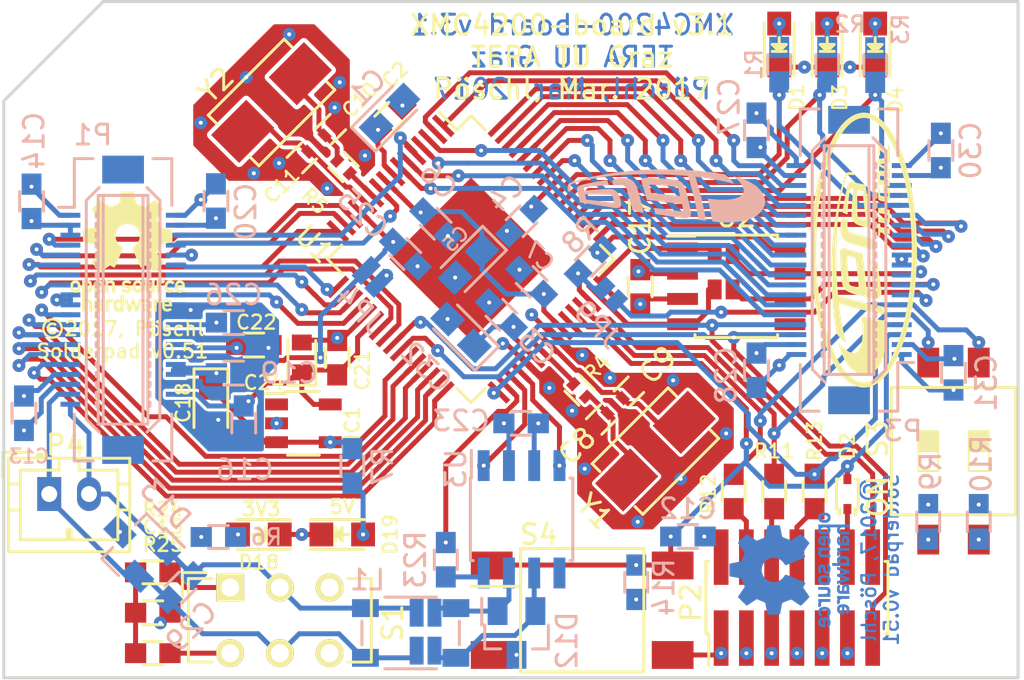
<source format=kicad_pcb>
(kicad_pcb (version 4) (host pcbnew no-vcs-found-product)
  (title_block (title "Processorboard for XMC4200 processor") (date 2017-01-06) (rev 3) (company "TERA TU Graz") (comment 1 "Rene Pöschl"))
  (layers (0 F.Cu signal) (1 In1.Cu signal hide) (2 In2.Cu signal hide) (31 B.Cu signal) (34 B.Paste user) (35 F.Paste user) (36 B.SilkS user) (37 F.SilkS user) (38 B.Mask user) (39 F.Mask user) (44 Edge.Cuts user))
  (net 0 "")
  (net 1 /~RST)
  (net 2 GND)
  (net 3 "Net-(R9-Pad1)")
  (net 4 "Net-(R24-Pad1)")
  (net 5 "Net-(S1-Pad3)")
  (net 6 "Net-(R25-Pad1)")
  (net 7 "Net-(S1-Pad6)")
  (net 8 /CAN_connect/CAN1/CAN-)
  (net 9 /CAN_connect/CAN1/CAN+)
  (net 10 "Net-(C5-Pad1)")
  (net 11 +3V3)
  (net 12 +5V)
  (net 13 VDDA)
  (net 14 "Net-(D1-Pad2)")
  (net 15 "Net-(D19-Pad2)")
  (net 16 "Net-(D18-Pad2)")
  (net 17 "Net-(P2-Pad6)")
  (net 18 "Net-(C8-Pad2)")
  (net 19 /Crystal/XTAL1)
  (net 20 "Net-(C10-Pad2)")
  (net 21 /Crystal/RTC_XTAL1)
  (net 22 "Net-(R8-Pad1)")
  (net 23 "Net-(P2-Pad8)")
  (net 24 "Net-(R23-Pad1)")
  (net 25 "Net-(C15-Pad1)")
  (net 26 "Net-(P2-Pad4)")
  (net 27 VBAT)
  (net 28 /Crystal/RTC_XTAL2)
  (net 29 /Crystal/XTAL2)
  (net 30 "Net-(D2-Pad1)")
  (net 31 /P0.1)
  (net 32 /P0.0)
  (net 33 /P0.10)
  (net 34 /P0.9)
  (net 35 /P3.0)
  (net 36 /USB_DM)
  (net 37 /USB_DP)
  (net 38 /HIB_IO)
  (net 39 /P14.14)
  (net 40 /P14.7)
  (net 41 /P14.6)
  (net 42 /P14.5)
  (net 43 /P14.4)
  (net 44 /P14.3)
  (net 45 /P14.0)
  (net 46 /P14.9)
  (net 47 /P14.8)
  (net 48 /P2.9)
  (net 49 /P2.8)
  (net 50 /P2.4)
  (net 51 /P2.3)
  (net 52 /P2.2)
  (net 53 /P1.3)
  (net 54 /P1.2)
  (net 55 /P1.1)
  (net 56 /P1.0)
  (net 57 /P0.8)
  (net 58 /P0.7)
  (net 59 /P0.11)
  (net 60 /P0.6)
  (net 61 /P0.5)
  (net 62 /P0.4)
  (net 63 /P0.3)
  (net 64 /P0.2)
  (net 65 "Net-(U2-Pad5)")
  (net 66 "Net-(U3-Pad5)")
  (net 67 "Net-(P2-Pad2)")
  (net 68 "Net-(P2-Pad10)")
  (net 69 /TCK|SWD_CLK)
  (net 70 /TMS|SWD_IO)
  (net 71 /P1.15|CAN0_Rs)
  (net 72 /P2.1|SWO)
  (net 73 /P1.4|CAN0_Tx)
  (net 74 /P2.7|CAN1_Tx)
  (net 75 /P2.6|CAN1_Rx)
  (net 76 /P1.5|CAN0_Rx)
  (net 77 /P2.15|USART_Rx)
  (net 78 /P2.14|USART_Tx)
  (net 79 /CAN1_H)
  (net 80 /CAN1_L)
  (net 81 /CAN0-H_OR_P1.4|CAN0_Tx)
  (net 82 /CAN0-L_OR_P1.5|CAN0_Rx)
  (net 83 /Do_not_connect_OR_P1.15)
  (net 84 "Net-(R10-Pad1)")
  (net 85 /P2.0|CAN1_Rs)
  (net 86 /P1.7|LED1)
  (net 87 /P1.8|LED2)
  (net 88 /P2.5)
  (net 89 /P1.9|LED3)
  (net 90 "Net-(D4-Pad2)")
  (net 91 "Net-(D3-Pad2)")
  (module tera_rlc:R_0603in (layer B.Cu) (at 131.022 116.162 90)
    (fp_text reference R10)
    (fp_text value 4k7)
    (fp_text user %R (at 2.921 0.127 90) (layer B.SilkS) (effects (justify mirror)))
    (pad 1 smd rect (at -0.865 0 90) (size 1.07 1) (layers B.Cu B.Paste B.Mask) (net 84 "Net-(R10-Pad1)"))
    (pad 2 smd rect (at 0.865 0 90) (size 1.07 1) (layers B.Cu B.Paste B.Mask) (net 2 GND))
  )
  (module Mounting_Holes:MountingHole_3.2mm_M3_DIN965 (layer F.Cu) (at 130 121)
    (fp_text reference REF** hide)
    (fp_text value MountingHole_3.2mm_M3_DIN965 hide)
    (pad 1 np_thru_hole circle (at 0 0) (size 3.2 3.2) (drill 3.2) (layers *.Cu *.Mask))
  )
  (module Mounting_Holes:MountingHole_3.2mm_M3_DIN965 (layer F.Cu) (at 85 121)
    (fp_text reference REF** hide)
    (fp_text value 3MountingHole_3.2mm_M3_DIN965 hide)
    (pad 1 np_thru_hole circle (at 0 0) (size 3.2 3.2) (drill 3.2) (layers *.Cu *.Mask))
  )
  (module Mounting_Holes:MountingHole_3.2mm_M3_DIN965 (layer F.Cu) (at 88.5 93)
    (fp_text reference REF** hide)
    (fp_text value MountingHole_3.2mm_M3_DIN965 hide)
    (pad 1 np_thru_hole circle (at 0 0) (size 3.2 3.2) (drill 3.2) (layers *.Cu *.Mask))
  )
  (module tera_switches:CuK_JS202011CQN_DPDT (layer F.Cu) (at 93.383 119.464)
    (fp_text reference S1)
    (fp_text value Switch_CAN_R)
    (fp_text user %R (at 8.175 1.778 90) (layer F.SilkS))
    (pad 1 thru_hole rect (at 0 0) (size 1.4 1.4) (drill 0.9) (layers *.Cu *.Mask F.SilkS) (net 4 "Net-(R24-Pad1)"))
    (pad 2 thru_hole circle (at 2.5 0) (size 1.4 1.4) (drill 0.9) (layers *.Cu *.Mask F.SilkS) (net 79 /CAN1_H))
    (pad 3 thru_hole circle (at 5 0) (size 1.4 1.4) (drill 0.9) (layers *.Cu *.Mask F.SilkS) (net 5 "Net-(S1-Pad3)"))
    (pad 4 thru_hole circle (at 0 3.3) (size 1.4 1.4) (drill 0.9) (layers *.Cu *.Mask F.SilkS) (net 6 "Net-(R25-Pad1)"))
    (pad 5 thru_hole circle (at 2.5 3.3) (size 1.4 1.4) (drill 0.9) (layers *.Cu *.Mask F.SilkS) (net 80 /CAN1_L))
    (pad 6 thru_hole circle (at 5 3.3) (size 1.4 1.4) (drill 0.9) (layers *.Cu *.Mask F.SilkS) (net 7 "Net-(S1-Pad6)"))
  )
  (module tera_sot:SOT-23 (layer B.Cu) (at 107.781 121.75)
    (fp_text reference D12)
    (fp_text value SUPPRESSOR)
    (fp_text user %R (at 2.54 0.381 90) (layer B.SilkS) (effects (justify mirror)))
    (pad 1 smd rect (at -0.95 -1.1) (size 1 1.4) (layers B.Cu B.Paste B.Mask) (net 9 /CAN_connect/CAN1/CAN+))
    (pad 2 smd rect (at 0.95 -1.1) (size 1 1.4) (layers B.Cu B.Paste B.Mask) (net 8 /CAN_connect/CAN1/CAN-))
    (pad 3 smd rect (at 0 1.1) (size 1 1.4) (layers B.Cu B.Paste B.Mask) (net 2 GND))
  )
  (module tera_sot:SOT-23 (layer B.Cu) (at 88.619817 117.447817 225)
    (fp_text reference D13)
    (fp_text value SUPPRESSOR)
    (fp_text user %R (at -2.604274 0.471381 315) (layer B.SilkS) (effects (justify mirror)))
    (pad 1 smd rect (at -0.95 -1.1 225) (size 1 1.4) (layers B.Cu B.Paste B.Mask) (net 79 /CAN1_H))
    (pad 2 smd rect (at 0.95 -1.1 225) (size 1 1.4) (layers B.Cu B.Paste B.Mask) (net 80 /CAN1_L))
    (pad 3 smd rect (at 0 1.1 225) (size 1 1.4) (layers B.Cu B.Paste B.Mask) (net 2 GND))
  )
  (module tera_rlc:TantalC_SizeP-2012mm_H1.2mm (layer B.Cu) (at 105.368 103.208 225)
    (fp_text reference C5)
    (fp_text value 10u)
    (fp_text user %R (at -0.449013 1.347038 225) (layer B.SilkS) (effects (font (size 0.7 0.7) (thickness 0.12)) (justify mirror)))
    (pad 2 smd rect (at 0.95 0 225) (size 1.3 1.2) (layers B.Cu B.Paste B.Mask) (net 2 GND))
    (pad 1 smd rect (at -0.95 0 225) (size 1.3 1.2) (layers B.Cu B.Paste B.Mask) (net 10 "Net-(C5-Pad1)"))
  )
  (module tera_rlc:TantalC_SizeP-2012mm_H1.2mm (layer B.Cu) (at 101.394249 95.624751 45)
    (fp_text reference C1)
    (fp_text value 10u)
    (fp_text user %R (at 0.141776 -1.706249 45) (layer B.SilkS) (effects (justify mirror)))
    (pad 2 smd rect (at 0.95 0 45) (size 1.3 1.2) (layers B.Cu B.Paste B.Mask) (net 2 GND))
    (pad 1 smd rect (at -0.95 0 45) (size 1.3 1.2) (layers B.Cu B.Paste B.Mask) (net 11 +3V3))
  )
  (module tera_rlc:TantalC_SizeP-2012mm_H1.2mm (layer F.Cu) (at 92.414 110.32 270)
    (fp_text reference C18)
    (fp_text value 2u2)
    (fp_text user %R (at -0.143 1.397 270) (layer F.SilkS) (effects (font (size 0.7 0.7) (thickness 0.12))))
    (pad 2 smd rect (at 0.95 0 270) (size 1.3 1.2) (layers F.Cu F.Paste F.Mask) (net 2 GND))
    (pad 1 smd rect (at -0.95 0 270) (size 1.3 1.2) (layers F.Cu F.Paste F.Mask) (net 12 +5V))
  )
  (module tera_rlc:TantalC_SizeM-1608mm_H0.9mm (layer F.Cu) (at 96.986 107.895 90)
    (fp_text reference C24)
    (fp_text value 1u)
    (fp_text user %R (at -1.27 -1.905 180) (layer F.SilkS) (effects (font (size 0.7 0.7) (thickness 0.12))))
    (pad 2 smd rect (at 0.75 0 90) (size 0.8 1) (layers F.Cu F.Paste F.Mask) (net 2 GND))
    (pad 1 smd rect (at -0.75 0 90) (size 0.8 1) (layers F.Cu F.Paste F.Mask) (net 13 VDDA))
  )
  (module tera_rlc:R_0603in (layer F.Cu) (at 120.735 114.638 90)
    (fp_text reference R11)
    (fp_text value 22R)
    (fp_text user %R (at 2.032 0 180) (layer F.SilkS) (effects (font (size 0.7 0.7) (thickness 0.12))))
    (pad 1 smd rect (at -0.865 0 90) (size 1.07 1) (layers F.Cu F.Paste F.Mask) (net 17 "Net-(P2-Pad6)"))
    (pad 2 smd rect (at 0.865 0 90) (size 1.07 1) (layers F.Cu F.Paste F.Mask) (net 69 /TCK|SWD_CLK))
  )
  (module tera_rlc:R_0603in (layer B.Cu) (at 111.487353 103.057647 225)
    (fp_text reference R8)
    (fp_text value 56k)
    (fp_text user %R (at -0.580035 1.269257 225) (layer B.SilkS) (effects (justify mirror)))
    (pad 1 smd rect (at -0.865 0 225) (size 1.07 1) (layers B.Cu B.Paste B.Mask) (net 22 "Net-(R8-Pad1)"))
    (pad 2 smd rect (at 0.865 0 225) (size 1.07 1) (layers B.Cu B.Paste B.Mask) (net 71 /P1.15|CAN0_Rs))
  )
  (module tera_rlc:R_0603in (layer B.Cu) (at 128.482 116.162 90)
    (fp_text reference R9)
    (fp_text value 4k7)
    (fp_text user %R (at 2.54 0.127 90) (layer B.SilkS) (effects (justify mirror)))
    (pad 1 smd rect (at -0.865 0 90) (size 1.07 1) (layers B.Cu B.Paste B.Mask) (net 3 "Net-(R9-Pad1)"))
    (pad 2 smd rect (at 0.865 0 90) (size 1.07 1) (layers B.Cu B.Paste B.Mask) (net 11 +3V3))
  )
  (module tera_rlc:R_0603in (layer F.Cu) (at 122.767 114.638 90)
    (fp_text reference R13)
    (fp_text value 22R)
    (fp_text user %R (at 2.54 0 270) (layer F.SilkS) (effects (font (size 0.7 0.7) (thickness 0.12))))
    (pad 1 smd rect (at -0.865 0 90) (size 1.07 1) (layers F.Cu F.Paste F.Mask) (net 23 "Net-(P2-Pad8)"))
    (pad 2 smd rect (at 0.865 0 90) (size 1.07 1) (layers F.Cu F.Paste F.Mask) (net 72 /P2.1|SWO))
  )
  (module tera_rlc:R_0603in (layer B.Cu) (at 113.8 119.2 270)
    (fp_text reference R14)
    (fp_text value 10k)
    (fp_text user %R (at 0.254 -1.397 90) (layer B.SilkS) (effects (justify mirror)))
    (pad 1 smd rect (at -0.865 0 270) (size 1.07 1) (layers B.Cu B.Paste B.Mask) (net 1 /~RST))
    (pad 2 smd rect (at 0.865 0 270) (size 1.07 1) (layers B.Cu B.Paste B.Mask) (net 11 +3V3))
  )
  (module tera_rlc:R_0603in (layer B.Cu) (at 104.225 118.067 90)
    (fp_text reference R23)
    (fp_text value 56k)
    (fp_text user %R (at 0 -1.524 90) (layer B.SilkS) (effects (justify mirror)))
    (pad 1 smd rect (at -0.865 0 90) (size 1.07 1) (layers B.Cu B.Paste B.Mask) (net 24 "Net-(R23-Pad1)"))
    (pad 2 smd rect (at 0.865 0 90) (size 1.07 1) (layers B.Cu B.Paste B.Mask) (net 85 /P2.0|CAN1_Rs))
  )
  (module tera_rlc:R_0603in (layer F.Cu) (at 89.493 118.702 180)
    (fp_text reference R24)
    (fp_text value 60R)
    (fp_text user %R (at -0.508 3.175 180) (layer F.SilkS) (effects (font (size 0.7 0.7) (thickness 0.12))))
    (pad 1 smd rect (at -0.865 0 180) (size 1.07 1) (layers F.Cu F.Paste F.Mask) (net 4 "Net-(R24-Pad1)"))
    (pad 2 smd rect (at 0.865 0 180) (size 1.07 1) (layers F.Cu F.Paste F.Mask) (net 25 "Net-(C15-Pad1)"))
  )
  (module tera_rlc:R_0603in (layer F.Cu) (at 89.493 122.766 180)
    (fp_text reference R25)
    (fp_text value 60R)
    (fp_text user %R (at -0.508 5.461 180) (layer F.SilkS) (effects (font (size 0.7 0.7) (thickness 0.12))))
    (pad 1 smd rect (at -0.865 0 180) (size 1.07 1) (layers F.Cu F.Paste F.Mask) (net 6 "Net-(R25-Pad1)"))
    (pad 2 smd rect (at 0.865 0 180) (size 1.07 1) (layers F.Cu F.Paste F.Mask) (net 25 "Net-(C15-Pad1)"))
  )
  (module tera_rlc:R_0603in (layer F.Cu) (at 118.703 114.638 90)
    (fp_text reference R12)
    (fp_text value 22R)
    (fp_text user %R (at -0.127 -1.27 90) (layer F.SilkS) (effects (font (size 0.7 0.7) (thickness 0.12))))
    (pad 1 smd rect (at -0.865 0 90) (size 1.07 1) (layers F.Cu F.Paste F.Mask) (net 26 "Net-(P2-Pad4)"))
    (pad 2 smd rect (at 0.865 0 90) (size 1.07 1) (layers F.Cu F.Paste F.Mask) (net 70 /TMS|SWD_IO))
  )
  (module tera_rlc:L_ACT45B-XXX-2P_common-mode-choke (layer B.Cu) (at 102.458 121.75 180)
    (fp_text reference L1)
    (fp_text value CM_CHOKE)
    (fp_text user %R (at 2.17 2.667 180) (layer B.SilkS) (effects (justify mirror)))
    (pad 4 smd rect (at -2.275 1.25 180) (size 1.35 0.9) (layers B.Cu B.Paste B.Mask) (net 9 /CAN_connect/CAN1/CAN+))
    (pad 3 smd rect (at 2.275 1.25 180) (size 1.35 0.9) (layers B.Cu B.Paste B.Mask) (net 79 /CAN1_H))
    (pad 2 smd rect (at 2.275 -1.25 180) (size 1.35 0.9) (layers B.Cu B.Paste B.Mask) (net 80 /CAN1_L))
    (pad 1 smd rect (at -2.275 -1.25 180) (size 1.35 0.9) (layers B.Cu B.Paste B.Mask) (net 8 /CAN_connect/CAN1/CAN-))
  )
  (module tera_rlc:C_0603in (layer B.Cu) (at 108.011 111.209 180)
    (fp_text reference C23)
    (fp_text value 100n)
    (fp_text user %R (at 3.024 0.127 180) (layer B.SilkS) (effects (justify mirror)))
    (pad 1 smd rect (at -0.865 0 180) (size 1.07 1) (layers B.Cu B.Paste B.Mask) (net 11 +3V3))
    (pad 2 smd rect (at 0.865 0 180) (size 1.07 1) (layers B.Cu B.Paste B.Mask) (net 2 GND))
  )
  (module tera_rlc:C_0603in (layer B.Cu) (at 116.4 116.9)
    (fp_text reference C12)
    (fp_text value 100n)
    (fp_text user %R (at 0 -1.4 180) (layer B.SilkS) (effects (justify mirror)))
    (pad 1 smd rect (at -0.865 0) (size 1.07 1) (layers B.Cu B.Paste B.Mask) (net 1 /~RST))
    (pad 2 smd rect (at 0.865 0) (size 1.07 1) (layers B.Cu B.Paste B.Mask) (net 2 GND))
  )
  (module tera_rlc:C_0603in (layer B.Cu) (at 83.016 110.701 270)
    (fp_text reference C13)
    (fp_text value 100n)
    (fp_text user %R (at 2.159 -0.254) (layer B.SilkS) (effects (font (size 0.7 0.7) (thickness 0.12)) (justify mirror)))
    (pad 1 smd rect (at -0.865 0 270) (size 1.07 1) (layers B.Cu B.Paste B.Mask) (net 11 +3V3))
    (pad 2 smd rect (at 0.865 0 270) (size 1.07 1) (layers B.Cu B.Paste B.Mask) (net 2 GND))
  )
  (module tera_rlc:C_0603in (layer B.Cu) (at 119.846 108.542 270)
    (fp_text reference C28)
    (fp_text value 100n)
    (fp_text user %R (at 0.254 1.524 270) (layer B.SilkS) (effects (justify mirror)))
    (pad 1 smd rect (at -0.865 0 270) (size 1.07 1) (layers B.Cu B.Paste B.Mask) (net 11 +3V3))
    (pad 2 smd rect (at 0.865 0 270) (size 1.07 1) (layers B.Cu B.Paste B.Mask) (net 2 GND))
  )
  (module tera_rlc:C_0603in (layer F.Cu) (at 89.493 120.734)
    (fp_text reference C15)
    (fp_text value 47n)
    (fp_text user %R (at 0.508 -4.318) (layer F.SilkS) (effects (font (size 0.7 0.7) (thickness 0.12))))
    (pad 1 smd rect (at -0.865 0) (size 1.07 1) (layers F.Cu F.Paste F.Mask) (net 25 "Net-(C15-Pad1)"))
    (pad 2 smd rect (at 0.865 0) (size 1.07 1) (layers F.Cu F.Paste F.Mask) (net 2 GND))
  )
  (module tera_rlc:C_0603in (layer B.Cu) (at 94.065 111.201 270)
    (fp_text reference C16)
    (fp_text value 100n)
    (fp_text user %R (at 2.339 -0.055 180) (layer B.SilkS) (effects (justify mirror)))
    (pad 1 smd rect (at -0.865 0 270) (size 1.07 1) (layers B.Cu B.Paste B.Mask) (net 13 VDDA))
    (pad 2 smd rect (at 0.865 0 270) (size 1.07 1) (layers B.Cu B.Paste B.Mask) (net 2 GND))
  )
  (module tera_rlc:C_0603in (layer F.Cu) (at 114.004 104.347496 90)
    (fp_text reference C17)
    (fp_text value 100n)
    (fp_text user %R (at 3.044496 0 90) (layer F.SilkS))
    (pad 1 smd rect (at -0.865 0 90) (size 1.07 1) (layers F.Cu F.Paste F.Mask) (net 11 +3V3))
    (pad 2 smd rect (at 0.865 0 90) (size 1.07 1) (layers F.Cu F.Paste F.Mask) (net 2 GND))
  )
  (module tera_rlc:C_0603in (layer B.Cu) (at 93.557 108.685)
    (fp_text reference C19)
    (fp_text value 100n)
    (fp_text user %R (at 2.794 0) (layer B.SilkS) (effects (justify mirror)))
    (pad 1 smd rect (at -0.865 0) (size 1.07 1) (layers B.Cu B.Paste B.Mask) (net 12 +5V))
    (pad 2 smd rect (at 0.865 0) (size 1.07 1) (layers B.Cu B.Paste B.Mask) (net 2 GND))
  )
  (module tera_rlc:C_0603in (layer F.Cu) (at 98.764 107.907 270)
    (fp_text reference C21)
    (fp_text value 100n)
    (fp_text user %R (at 0.635 -1.27 270) (layer F.SilkS) (effects (font (size 0.7 0.7) (thickness 0.12))))
    (pad 1 smd rect (at -0.865 0 270) (size 1.07 1) (layers F.Cu F.Paste F.Mask) (net 2 GND))
    (pad 2 smd rect (at 0.865 0 270) (size 1.07 1) (layers F.Cu F.Paste F.Mask) (net 13 VDDA))
  )
  (module tera_rlc:C_0603in (layer F.Cu) (at 94.573 107.272)
    (fp_text reference C22)
    (fp_text value 100n)
    (fp_text user %R (at 0.127 -1.143) (layer F.SilkS) (effects (font (size 0.7 0.7) (thickness 0.12))))
    (pad 1 smd rect (at -0.865 0) (size 1.07 1) (layers F.Cu F.Paste F.Mask) (net 27 VBAT))
    (pad 2 smd rect (at 0.865 0) (size 1.07 1) (layers F.Cu F.Paste F.Mask) (net 2 GND))
  )
  (module tera_rlc:C_0603in (layer B.Cu) (at 102.193 102.7 135)
    (fp_text reference C25)
    (fp_text value 100n)
    (fp_text user %R (at 2.963485 -0.089803 135) (layer B.SilkS) (effects (justify mirror)))
    (pad 1 smd rect (at -0.865 0 135) (size 1.07 1) (layers B.Cu B.Paste B.Mask) (net 2 GND))
    (pad 2 smd rect (at 0.865 0 135) (size 1.07 1) (layers B.Cu B.Paste B.Mask) (net 27 VBAT))
  )
  (module tera_rlc:C_0603in (layer B.Cu) (at 93.557 106.145)
    (fp_text reference C26)
    (fp_text value 100n)
    (fp_text user %R (at 0 -1.397) (layer B.SilkS) (effects (justify mirror)))
    (pad 1 smd rect (at -0.865 0) (size 1.07 1) (layers B.Cu B.Paste B.Mask) (net 11 +3V3))
    (pad 2 smd rect (at 0.865 0) (size 1.07 1) (layers B.Cu B.Paste B.Mask) (net 2 GND))
  )
  (module tera_rlc:C_0603in (layer B.Cu) (at 92.668 100.033 90)
    (fp_text reference C20)
    (fp_text value 100n)
    (fp_text user %R (at -0.537 1.502 90) (layer B.SilkS) (effects (justify mirror)))
    (pad 1 smd rect (at -0.865 0 90) (size 1.07 1) (layers B.Cu B.Paste B.Mask) (net 11 +3V3))
    (pad 2 smd rect (at 0.865 0 90) (size 1.07 1) (layers B.Cu B.Paste B.Mask) (net 2 GND))
  )
  (module tera_rlc:C_0603in (layer B.Cu) (at 129.752 108.669 270)
    (fp_text reference C31)
    (fp_text value 100n)
    (fp_text user %R (at 0.508 -1.651 270) (layer B.SilkS) (effects (justify mirror)))
    (pad 1 smd rect (at -0.865 0 270) (size 1.07 1) (layers B.Cu B.Paste B.Mask) (net 11 +3V3))
    (pad 2 smd rect (at 0.865 0 270) (size 1.07 1) (layers B.Cu B.Paste B.Mask) (net 2 GND))
  )
  (module tera_rlc:C_0603in (layer B.Cu) (at 129.117 97.493 90)
    (fp_text reference C30)
    (fp_text value 100n)
    (fp_text user %R (at 0 1.5 90) (layer B.SilkS) (effects (justify mirror)))
    (pad 1 smd rect (at -0.865 0 90) (size 1.07 1) (layers B.Cu B.Paste B.Mask) (net 11 +3V3))
    (pad 2 smd rect (at 0.865 0 90) (size 1.07 1) (layers B.Cu B.Paste B.Mask) (net 2 GND))
  )
  (module tera_rlc:C_0603in (layer B.Cu) (at 119.846 96.477 90)
    (fp_text reference C27)
    (fp_text value 100n)
    (fp_text user %R (at 1.197 -1.376 90) (layer B.SilkS) (effects (justify mirror)))
    (pad 1 smd rect (at -0.865 0 90) (size 1.07 1) (layers B.Cu B.Paste B.Mask) (net 11 +3V3))
    (pad 2 smd rect (at 0.865 0 90) (size 1.07 1) (layers B.Cu B.Paste B.Mask) (net 2 GND))
  )
  (module tera_rlc:C_0603in (layer B.Cu) (at 83.397 100.049 90)
    (fp_text reference C14)
    (fp_text value 100n)
    (fp_text user %R (at 3.048 0.127 90) (layer B.SilkS) (effects (justify mirror)))
    (pad 1 smd rect (at -0.865 0 90) (size 1.07 1) (layers B.Cu B.Paste B.Mask) (net 11 +3V3))
    (pad 2 smd rect (at 0.865 0 90) (size 1.07 1) (layers B.Cu B.Paste B.Mask) (net 2 GND))
  )
  (module tera_rlc:C_0603in (layer F.Cu) (at 101.431 95.842 225)
    (fp_text reference C2)
    (fp_text value 100n)
    (fp_text user %R (at -1.706249 1.347038 225) (layer F.SilkS) (effects (font (size 0.7 0.7) (thickness 0.12))))
    (pad 1 smd rect (at -0.865 0 225) (size 1.07 1) (layers F.Cu F.Paste F.Mask) (net 2 GND))
    (pad 2 smd rect (at 0.865 0 225) (size 1.07 1) (layers F.Cu F.Paste F.Mask) (net 11 +3V3))
  )
  (module tera_rlc:C_0603in (layer B.Cu) (at 108.035 101.049 45)
    (fp_text reference C4)
    (fp_text value 100n)
    (fp_text user %R (at 0.449013 -1.526644 45) (layer B.SilkS) (effects (justify mirror)))
    (pad 1 smd rect (at -0.865 0 45) (size 1.07 1) (layers B.Cu B.Paste B.Mask) (net 2 GND))
    (pad 2 smd rect (at 0.865 0 45) (size 1.07 1) (layers B.Cu B.Paste B.Mask) (net 11 +3V3))
  )
  (module tera_rlc:C_0603in (layer B.Cu) (at 103.717 101.176 135)
    (fp_text reference C6)
    (fp_text value 100n)
    (fp_text user %R (at 1.436841 1.616446 135) (layer B.SilkS) (effects (justify mirror)))
    (pad 1 smd rect (at -0.865 0 135) (size 1.07 1) (layers B.Cu B.Paste B.Mask) (net 2 GND))
    (pad 2 smd rect (at 0.865 0 135) (size 1.07 1) (layers B.Cu B.Paste B.Mask) (net 10 "Net-(C5-Pad1)"))
  )
  (module tera_rlc:C_0603in (layer B.Cu) (at 108.543 104.097 315)
    (fp_text reference C7)
    (fp_text value 100n)
    (fp_text user %R (at -0.628618 -1.167433 315) (layer B.SilkS) (effects (font (size 0.8 0.8) (thickness 0.13)) (justify mirror)))
    (pad 1 smd rect (at -0.865 0 315) (size 1.07 1) (layers B.Cu B.Paste B.Mask) (net 2 GND))
    (pad 2 smd rect (at 0.865 0 315) (size 1.07 1) (layers B.Cu B.Paste B.Mask) (net 10 "Net-(C5-Pad1)"))
  )
  (module tera_rlc:C_0603in (layer B.Cu) (at 107.019 105.748 315)
    (fp_text reference C3)
    (fp_text value 100n)
    (fp_text user %R (at 2.424669 -0.089803 315) (layer B.SilkS) (effects (justify mirror)))
    (pad 1 smd rect (at -0.865 0 315) (size 1.07 1) (layers B.Cu B.Paste B.Mask) (net 2 GND))
    (pad 2 smd rect (at 0.865 0 315) (size 1.07 1) (layers B.Cu B.Paste B.Mask) (net 11 +3V3))
  )
  (module tera_general:SOLDERJUMPER_2 (layer B.Cu) (at 103.209 120.734 90)
    (fp_text reference JP8)
    (fp_text value Jumper_NO_Small hide)
    (pad 1 smd rect (at 0 0.45 90) (size 1.4 0.7) (layers B.Cu B.Mask) (net 9 /CAN_connect/CAN1/CAN+))
    (pad 2 smd rect (at 0 -0.45 90) (size 1.4 0.7) (layers B.Cu B.Mask) (net 79 /CAN1_H))
  )
  (module tera_general:SOLDERJUMPER_2 (layer B.Cu) (at 100.542 103.843 225)
    (fp_text reference JP4)
    (fp_text value No_vbat hide)
    (fp_text user %R (at 1.616446 -0.71842 315) (layer B.SilkS) (effects (justify mirror)))
    (pad 1 smd rect (at 0 0.45 225) (size 1.4 0.7) (layers B.Cu B.Mask) (net 27 VBAT))
    (pad 2 smd rect (at 0 -0.45 225) (size 1.4 0.7) (layers B.Cu B.Mask) (net 11 +3V3))
  )
  (module tera_general:SOLDERJUMPER_2 (layer B.Cu) (at 103.209 122.639 90)
    (fp_text reference JP7)
    (fp_text value Jumper_NO_Small hide)
    (pad 1 smd rect (at 0 0.45 90) (size 1.4 0.7) (layers B.Cu B.Mask) (net 8 /CAN_connect/CAN1/CAN-))
    (pad 2 smd rect (at 0 -0.45 90) (size 1.4 0.7) (layers B.Cu B.Mask) (net 80 /CAN1_L))
  )
  (module tera_general:Quarz_5x3.2mm_2pol (layer F.Cu) (at 95.462 95.08 225)
    (fp_text reference Y2)
    (fp_text value 32.768KHz)
    (fp_text user %R (at 1.347038 2.604274 225) (layer F.SilkS))
    (pad 1 smd rect (at -2.05 0 225) (size 2.5 2) (layers F.Cu F.Paste F.Mask) (net 20 "Net-(C10-Pad2)"))
    (pad 2 smd rect (at 2.049999 0 225) (size 2.5 2) (layers F.Cu F.Paste F.Mask) (net 28 /Crystal/RTC_XTAL2))
  )
  (module tera_general:Quarz_5x3.2mm_2pol (layer F.Cu) (at 114.766 112.606 45)
    (fp_text reference Y1)
    (fp_text value 8MHz)
    (fp_text user %R (at -4.310523 0 135) (layer F.SilkS))
    (pad 1 smd rect (at -2.05 0 45) (size 2.5 2) (layers F.Cu F.Paste F.Mask) (net 18 "Net-(C8-Pad2)"))
    (pad 2 smd rect (at 2.049999 0 45) (size 2.5 2) (layers F.Cu F.Paste F.Mask) (net 29 /Crystal/XTAL2))
  )
  (module tera_diodes:LED_0805 (layer F.Cu) (at 99.018 116.797)
    (fp_text reference D19)
    (fp_text value 5v_ok)
    (fp_text user %R (at 2.413 0 90) (layer F.SilkS) (effects (font (size 0.7 0.7) (thickness 0.12))))
    (pad 2 smd rect (at 1.04902 0 180) (size 1.19888 1.19888) (layers F.Cu F.Paste F.Mask) (net 15 "Net-(D19-Pad2)"))
    (pad 1 smd rect (at -1.04902 0 180) (size 1.19888 1.19888) (layers F.Cu F.Paste F.Mask) (net 2 GND))
  )
  (module tera_diodes:LED_0805 (layer F.Cu) (at 94.827 116.797 180)
    (fp_text reference D18)
    (fp_text value 3v3_ok)
    (fp_text user %R (at 0 -1.397) (layer F.SilkS) (effects (font (size 0.7 0.7) (thickness 0.12))))
    (pad 2 smd rect (at 1.04902 0) (size 1.19888 1.19888) (layers F.Cu F.Paste F.Mask) (net 16 "Net-(D18-Pad2)"))
    (pad 1 smd rect (at -1.04902 0) (size 1.19888 1.19888) (layers F.Cu F.Paste F.Mask) (net 2 GND))
  )
  (module tera_diodes:BAT54-02V__sc79 (layer F.Cu) (at 124.418 114.765 90)
    (fp_text reference D2)
    (fp_text value BAT54-02V)
    (fp_text user %R (at 2.413 0 90) (layer F.SilkS) (effects (font (size 0.7 0.7) (thickness 0.12))))
    (pad 1 smd rect (at -0.75 0 90) (size 0.5 0.4) (layers F.Cu F.Paste F.Mask) (net 30 "Net-(D2-Pad1)"))
    (pad 2 smd rect (at 0.75 0 90) (size 0.5 0.4) (layers F.Cu F.Paste F.Mask) (net 1 /~RST))
  )
  (module tera_atomic_infineon:infineon_XMC4200-F64K256_AB (layer F.Cu) (at 105.495 102.954 315)
    (fp_text reference U1)
    (fp_text value XMC4200)
    (fp_text user %R (at -6.106574 5.028943 315) (layer F.SilkS))
    (pad 1 smd rect (at -5.725 -3.75 315) (size 1.35 0.275) (layers F.Cu F.Paste F.Mask) (net 31 /P0.1))
    (pad 2 smd rect (at -5.725 -3.25 315) (size 1.35 0.275) (layers F.Cu F.Paste F.Mask) (net 32 /P0.0))
    (pad 3 smd rect (at -5.725 -2.75 315) (size 1.35 0.275) (layers F.Cu F.Paste F.Mask) (net 33 /P0.10))
    (pad 4 smd rect (at -5.725 -2.25 315) (size 1.35 0.275) (layers F.Cu F.Paste F.Mask) (net 34 /P0.9))
    (pad 5 smd rect (at -5.725 -1.75 315) (size 1.35 0.275) (layers F.Cu F.Paste F.Mask) (net 35 /P3.0))
    (pad 6 smd rect (at -5.725 -1.25 315) (size 1.35 0.275) (layers F.Cu F.Paste F.Mask) (net 36 /USB_DM))
    (pad 7 smd rect (at -5.725 -0.75 315) (size 1.35 0.275) (layers F.Cu F.Paste F.Mask) (net 37 /USB_DP))
    (pad 8 smd rect (at -5.725 -0.25 315) (size 1.35 0.275) (layers F.Cu F.Paste F.Mask) (net 11 +3V3))
    (pad 9 smd rect (at -5.725 0.25 315) (size 1.35 0.275) (layers F.Cu F.Paste F.Mask) (net 10 "Net-(C5-Pad1)"))
    (pad 10 smd rect (at -5.725 0.75 315) (size 1.35 0.275) (layers F.Cu F.Paste F.Mask) (net 38 /HIB_IO))
    (pad 11 smd rect (at -5.725 1.25 315) (size 1.35 0.275) (layers F.Cu F.Paste F.Mask) (net 21 /Crystal/RTC_XTAL1))
    (pad 12 smd rect (at -5.725 1.75 315) (size 1.35 0.275) (layers F.Cu F.Paste F.Mask) (net 28 /Crystal/RTC_XTAL2))
    (pad 13 smd rect (at -5.725 2.25 315) (size 1.35 0.275) (layers F.Cu F.Paste F.Mask) (net 27 VBAT))
    (pad 14 smd rect (at -5.725 2.75 315) (size 1.35 0.275) (layers F.Cu F.Paste F.Mask) (net 39 /P14.14))
    (pad 15 smd rect (at -5.725 3.25 315) (size 1.35 0.275) (layers F.Cu F.Paste F.Mask) (net 40 /P14.7))
    (pad 16 smd rect (at -5.725 3.75 315) (size 1.35 0.275) (layers F.Cu F.Paste F.Mask) (net 41 /P14.6))
    (pad 17 smd rect (at -3.75 5.725 45) (size 1.35 0.275) (layers F.Cu F.Paste F.Mask) (net 42 /P14.5))
    (pad 18 smd rect (at -3.25 5.725 45) (size 1.35 0.275) (layers F.Cu F.Paste F.Mask) (net 43 /P14.4))
    (pad 19 smd rect (at -2.75 5.725 45) (size 1.35 0.275) (layers F.Cu F.Paste F.Mask) (net 44 /P14.3))
    (pad 20 smd rect (at -2.25 5.725 45) (size 1.35 0.275) (layers F.Cu F.Paste F.Mask) (net 45 /P14.0))
    (pad 21 smd rect (at -1.75 5.725 45) (size 1.35 0.275) (layers F.Cu F.Paste F.Mask) (net 2 GND))
    (pad 22 smd rect (at -1.25 5.725 45) (size 1.35 0.275) (layers F.Cu F.Paste F.Mask) (net 13 VDDA))
    (pad 23 smd rect (at -0.75 5.725 45) (size 1.35 0.275) (layers F.Cu F.Paste F.Mask) (net 46 /P14.9))
    (pad 24 smd rect (at -0.25 5.725 45) (size 1.35 0.275) (layers F.Cu F.Paste F.Mask) (net 47 /P14.8))
    (pad 25 smd rect (at 0.25 5.725 45) (size 1.35 0.275) (layers F.Cu F.Paste F.Mask) (net 77 /P2.15|USART_Rx))
    (pad 26 smd rect (at 0.75 5.725 45) (size 1.35 0.275) (layers F.Cu F.Paste F.Mask) (net 78 /P2.14|USART_Tx))
    (pad 27 smd rect (at 1.25 5.725 45) (size 1.35 0.275) (layers F.Cu F.Paste F.Mask) (net 48 /P2.9))
    (pad 28 smd rect (at 1.75 5.725 45) (size 1.35 0.275) (layers F.Cu F.Paste F.Mask) (net 49 /P2.8))
    (pad 29 smd rect (at 2.25 5.725 45) (size 1.35 0.275) (layers F.Cu F.Paste F.Mask) (net 88 /P2.5))
    (pad 30 smd rect (at 2.75 5.725 45) (size 1.35 0.275) (layers F.Cu F.Paste F.Mask) (net 50 /P2.4))
    (pad 31 smd rect (at 3.25 5.725 45) (size 1.35 0.275) (layers F.Cu F.Paste F.Mask) (net 51 /P2.3))
    (pad 32 smd rect (at 3.75 5.725 45) (size 1.35 0.275) (layers F.Cu F.Paste F.Mask) (net 52 /P2.2))
    (pad 33 smd rect (at 5.725 3.75 315) (size 1.35 0.275) (layers F.Cu F.Paste F.Mask) (net 72 /P2.1|SWO))
    (pad 34 smd rect (at 5.725 3.25 315) (size 1.35 0.275) (layers F.Cu F.Paste F.Mask) (net 85 /P2.0|CAN1_Rs))
    (pad 35 smd rect (at 5.725 2.75 315) (size 1.35 0.275) (layers F.Cu F.Paste F.Mask) (net 74 /P2.7|CAN1_Tx))
    (pad 36 smd rect (at 5.725 2.25 315) (size 1.35 0.275) (layers F.Cu F.Paste F.Mask) (net 75 /P2.6|CAN1_Rx))
    (pad 37 smd rect (at 5.725 1.75 315) (size 1.35 0.275) (layers F.Cu F.Paste F.Mask) (net 2 GND))
    (pad 38 smd rect (at 5.725 1.25 315) (size 1.35 0.275) (layers F.Cu F.Paste F.Mask) (net 11 +3V3))
    (pad 39 smd rect (at 5.725 0.75 315) (size 1.35 0.275) (layers F.Cu F.Paste F.Mask) (net 19 /Crystal/XTAL1))
    (pad 40 smd rect (at 5.725 0.25 315) (size 1.35 0.275) (layers F.Cu F.Paste F.Mask) (net 29 /Crystal/XTAL2))
    (pad 41 smd rect (at 5.725 -0.25 315) (size 1.35 0.275) (layers F.Cu F.Paste F.Mask) (net 2 GND))
    (pad 42 smd rect (at 5.725 -0.75 315) (size 1.35 0.275) (layers F.Cu F.Paste F.Mask) (net 10 "Net-(C5-Pad1)"))
    (pad 43 smd rect (at 5.725 -1.25 315) (size 1.35 0.275) (layers F.Cu F.Paste F.Mask) (net 1 /~RST))
    (pad 44 smd rect (at 5.725 -1.75 315) (size 1.35 0.275) (layers F.Cu F.Paste F.Mask) (net 70 /TMS|SWD_IO))
    (pad 45 smd rect (at 5.725 -2.25 315) (size 1.35 0.275) (layers F.Cu F.Paste F.Mask) (net 69 /TCK|SWD_CLK))
    (pad 46 smd rect (at 5.725 -2.75 315) (size 1.35 0.275) (layers F.Cu F.Paste F.Mask) (net 71 /P1.15|CAN0_Rs))
    (pad 47 smd rect (at 5.725 -3.25 315) (size 1.35 0.275) (layers F.Cu F.Paste F.Mask) (net 76 /P1.5|CAN0_Rx))
    (pad 48 smd rect (at 5.725 -3.75 315) (size 1.35 0.275) (layers F.Cu F.Paste F.Mask) (net 73 /P1.4|CAN0_Tx))
    (pad 49 smd rect (at 3.75 -5.725 45) (size 1.35 0.275) (layers F.Cu F.Paste F.Mask) (net 53 /P1.3))
    (pad 50 smd rect (at 3.25 -5.725 45) (size 1.35 0.275) (layers F.Cu F.Paste F.Mask) (net 54 /P1.2))
    (pad 51 smd rect (at 2.75 -5.725 45) (size 1.35 0.275) (layers F.Cu F.Paste F.Mask) (net 55 /P1.1))
    (pad 52 smd rect (at 2.25 -5.725 45) (size 1.35 0.275) (layers F.Cu F.Paste F.Mask) (net 56 /P1.0))
    (pad 53 smd rect (at 1.75 -5.725 45) (size 1.35 0.275) (layers F.Cu F.Paste F.Mask) (net 89 /P1.9|LED3))
    (pad 54 smd rect (at 1.25 -5.725 45) (size 1.35 0.275) (layers F.Cu F.Paste F.Mask) (net 87 /P1.8|LED2))
    (pad 55 smd rect (at 0.75 -5.725 45) (size 1.35 0.275) (layers F.Cu F.Paste F.Mask) (net 86 /P1.7|LED1))
    (pad 56 smd rect (at 0.25 -5.725 45) (size 1.35 0.275) (layers F.Cu F.Paste F.Mask) (net 11 +3V3))
    (pad 57 smd rect (at -0.25 -5.725 45) (size 1.35 0.275) (layers F.Cu F.Paste F.Mask) (net 57 /P0.8))
    (pad 58 smd rect (at -0.75 -5.725 45) (size 1.35 0.275) (layers F.Cu F.Paste F.Mask) (net 58 /P0.7))
    (pad 59 smd rect (at -1.25 -5.725 45) (size 1.35 0.275) (layers F.Cu F.Paste F.Mask) (net 59 /P0.11))
    (pad 60 smd rect (at -1.75 -5.725 45) (size 1.35 0.275) (layers F.Cu F.Paste F.Mask) (net 60 /P0.6))
    (pad 61 smd rect (at -2.25 -5.725 45) (size 1.35 0.275) (layers F.Cu F.Paste F.Mask) (net 61 /P0.5))
    (pad 62 smd rect (at -2.75 -5.725 45) (size 1.35 0.275) (layers F.Cu F.Paste F.Mask) (net 62 /P0.4))
    (pad 63 smd rect (at -3.25 -5.725 45) (size 1.35 0.275) (layers F.Cu F.Paste F.Mask) (net 63 /P0.3))
    (pad 64 smd rect (at -3.75 -5.725 45) (size 1.35 0.275) (layers F.Cu F.Paste F.Mask) (net 64 /P0.2))
    (pad 65 smd rect (at 0 0 315) (size 5.8 5.8) (layers F.Cu F.Paste F.Mask) (net 2 GND))
  )
  (module tera_atomic_ic:SN65HVD230 (layer F.Cu) (at 118.83 104.320888)
    (fp_text reference U2)
    (fp_text value SN65HVD230)
    (fp_text user %R (at 0 -3.4925) (layer F.SilkS))
    (pad 1 smd rect (at -2.7 -1.905) (size 1.55 0.6) (layers F.Cu F.Paste F.Mask) (net 73 /P1.4|CAN0_Tx))
    (pad 2 smd rect (at -2.7 -0.635) (size 1.55 0.6) (layers F.Cu F.Paste F.Mask) (net 2 GND))
    (pad 3 smd rect (at -2.7 0.635) (size 1.55 0.6) (layers F.Cu F.Paste F.Mask) (net 11 +3V3))
    (pad 4 smd rect (at -2.7 1.905) (size 1.55 0.6) (layers F.Cu F.Paste F.Mask) (net 76 /P1.5|CAN0_Rx))
    (pad 5 smd rect (at 2.7 1.905) (size 1.55 0.6) (layers F.Cu F.Paste F.Mask) (net 65 "Net-(U2-Pad5)"))
    (pad 6 smd rect (at 2.7 0.635) (size 1.55 0.6) (layers F.Cu F.Paste F.Mask) (net 82 /CAN0-L_OR_P1.5|CAN0_Rx))
    (pad 7 smd rect (at 2.7 -0.635) (size 1.55 0.6) (layers F.Cu F.Paste F.Mask) (net 81 /CAN0-H_OR_P1.4|CAN0_Tx))
    (pad 8 smd rect (at 2.7 -1.905) (size 1.55 0.6) (layers F.Cu F.Paste F.Mask) (net 22 "Net-(R8-Pad1)"))
  )
  (module tera_atomic_ic:SN65HVD230 (layer B.Cu) (at 108.035 116.035 270)
    (fp_text reference U3)
    (fp_text value SN65HVD230)
    (fp_text user %R (at -2.54 3.302 270) (layer B.SilkS) (effects (justify mirror)))
    (pad 1 smd rect (at -2.7 1.905 270) (size 1.55 0.6) (layers B.Cu B.Paste B.Mask) (net 74 /P2.7|CAN1_Tx))
    (pad 2 smd rect (at -2.7 0.635 270) (size 1.55 0.6) (layers B.Cu B.Paste B.Mask) (net 2 GND))
    (pad 3 smd rect (at -2.7 -0.635 270) (size 1.55 0.6) (layers B.Cu B.Paste B.Mask) (net 11 +3V3))
    (pad 4 smd rect (at -2.7 -1.905 270) (size 1.55 0.6) (layers B.Cu B.Paste B.Mask) (net 75 /P2.6|CAN1_Rx))
    (pad 5 smd rect (at 2.7 -1.905 270) (size 1.55 0.6) (layers B.Cu B.Paste B.Mask) (net 66 "Net-(U3-Pad5)"))
    (pad 6 smd rect (at 2.7 -0.635 270) (size 1.55 0.6) (layers B.Cu B.Paste B.Mask) (net 8 /CAN_connect/CAN1/CAN-))
    (pad 7 smd rect (at 2.7 0.635 270) (size 1.55 0.6) (layers B.Cu B.Paste B.Mask) (net 9 /CAN_connect/CAN1/CAN+))
    (pad 8 smd rect (at 2.7 1.905 270) (size 1.55 0.6) (layers B.Cu B.Paste B.Mask) (net 24 "Net-(R23-Pad1)"))
  )
  (module tera_atomic_ic:LM4132A (layer F.Cu) (at 97.066 111.209)
    (fp_text reference IC1)
    (fp_text value LM4132A-3.3)
    (fp_text user %R (at 2.46 0 90) (layer F.SilkS) (effects (font (size 0.7 0.7) (thickness 0.12))))
    (pad 1 smd rect (at -1.35 -0.95) (size 1.15 0.6) (layers F.Cu F.Paste F.Mask))
    (pad 2 smd rect (at -1.35 0) (size 1.15 0.6) (layers F.Cu F.Paste F.Mask) (net 2 GND))
    (pad 3 smd rect (at -1.35 0.95) (size 1.15 0.6) (layers F.Cu F.Paste F.Mask) (net 12 +5V))
    (pad 4 smd rect (at 1.35 0.95) (size 1.15 0.6) (layers F.Cu F.Paste F.Mask) (net 12 +5V))
    (pad 5 smd rect (at 1.35 -0.95) (size 1.15 0.6) (layers F.Cu F.Paste F.Mask) (net 13 VDDA))
  )
  (module tera_Connectors_other:Samtec_FTSH-107-01-L-DV-K (layer F.Cu) (at 121.878 119.972 90)
    (fp_text reference P2)
    (fp_text value TERA_Debug_14pol)
    (fp_text user %R (at -0.254 -5.334 90) (layer F.SilkS))
    (pad 1 smd rect (at -2.035 -3.81 90) (size 2.79 0.74) (layers F.Cu F.Paste F.Mask) (net 2 GND))
    (pad 2 smd rect (at 2.035 -3.81 90) (size 2.79 0.74) (layers F.Cu F.Paste F.Mask) (net 67 "Net-(P2-Pad2)"))
    (pad 3 smd rect (at -2.035 -2.54 90) (size 2.79 0.74) (layers F.Cu F.Paste F.Mask) (net 11 +3V3))
    (pad 4 smd rect (at 2.035 -2.54 90) (size 2.79 0.74) (layers F.Cu F.Paste F.Mask) (net 26 "Net-(P2-Pad4)"))
    (pad 5 smd rect (at -2.035 -1.27 90) (size 2.79 0.74) (layers F.Cu F.Paste F.Mask) (net 2 GND))
    (pad 6 smd rect (at 2.035 -1.27 90) (size 2.79 0.74) (layers F.Cu F.Paste F.Mask) (net 17 "Net-(P2-Pad6)"))
    (pad 7 smd rect (at -2.035 0 90) (size 2.79 0.74) (layers F.Cu F.Paste F.Mask) (net 2 GND))
    (pad 8 smd rect (at 2.035 0 90) (size 2.79 0.74) (layers F.Cu F.Paste F.Mask) (net 23 "Net-(P2-Pad8)"))
    (pad 9 smd rect (at -2.035 1.27 90) (size 2.79 0.74) (layers F.Cu F.Paste F.Mask) (net 2 GND))
    (pad 10 smd rect (at 2.035 1.27 90) (size 2.79 0.74) (layers F.Cu F.Paste F.Mask) (net 68 "Net-(P2-Pad10)"))
    (pad 11 smd rect (at -2.035 2.54 90) (size 2.79 0.74) (layers F.Cu F.Paste F.Mask) (net 2 GND))
    (pad 12 smd rect (at 2.035 2.54 90) (size 2.79 0.74) (layers F.Cu F.Paste F.Mask) (net 30 "Net-(D2-Pad1)"))
    (pad 13 smd rect (at -2.035 3.81 90) (size 2.79 0.74) (layers F.Cu F.Paste F.Mask) (net 78 /P2.14|USART_Tx))
    (pad 14 smd rect (at 2.035 3.81 90) (size 2.79 0.74) (layers F.Cu F.Paste F.Mask) (net 77 /P2.15|USART_Rx))
  )
  (module tera_Connectors_other:DF17-40DS-0.5V (layer B.Cu) (at 124.5 103 180)
    (fp_text reference P3)
    (fp_text value right)
    (fp_text user %R (at -2.712 -8.59 180) (layer B.SilkS) (effects (justify mirror)))
    (pad "" smd rect (at 0 7.05 180) (size 2.1 1.4) (layers B.Cu B.Paste B.Mask))
    (pad "" smd rect (at 0 -7.05 180) (size 2.1 1.4) (layers B.Cu B.Paste B.Mask))
    (pad "" np_thru_hole circle (at 1.9 6 180) (size 0.6 0.6) (drill 0.6) (layers *.Cu))
    (pad "" np_thru_hole circle (at 1.9 -6 180) (size 0.6 0.6) (drill 0.6) (layers *.Cu))
    (pad 30 smd rect (at 2.65 0.25 180) (size 1 0.25) (layers B.Cu B.Paste B.Mask) (net 59 /P0.11))
    (pad 1 smd rect (at -2.65 -4.75 180) (size 1 0.25) (layers B.Cu B.Paste B.Mask) (net 2 GND))
    (pad 2 smd rect (at -2.65 -4.25 180) (size 1 0.25) (layers B.Cu B.Paste B.Mask) (net 11 +3V3))
    (pad 3 smd rect (at -2.65 -3.75 180) (size 1 0.25) (layers B.Cu B.Paste B.Mask) (net 1 /~RST))
    (pad 4 smd rect (at -2.65 -3.25 180) (size 1 0.25) (layers B.Cu B.Paste B.Mask) (net 72 /P2.1|SWO))
    (pad 5 smd rect (at -2.65 -2.75 180) (size 1 0.25) (layers B.Cu B.Paste B.Mask) (net 69 /TCK|SWD_CLK))
    (pad 6 smd rect (at -2.65 -2.25 180) (size 1 0.25) (layers B.Cu B.Paste B.Mask) (net 70 /TMS|SWD_IO))
    (pad 7 smd rect (at -2.65 -1.75 180) (size 1 0.25) (layers B.Cu B.Paste B.Mask) (net 83 /Do_not_connect_OR_P1.15))
    (pad 8 smd rect (at -2.65 -1.25 180) (size 1 0.25) (layers B.Cu B.Paste B.Mask) (net 82 /CAN0-L_OR_P1.5|CAN0_Rx))
    (pad 9 smd rect (at -2.65 -0.75 180) (size 1 0.25) (layers B.Cu B.Paste B.Mask) (net 81 /CAN0-H_OR_P1.4|CAN0_Tx))
    (pad 10 smd rect (at -2.65 -0.25 180) (size 1 0.25) (layers B.Cu B.Paste B.Mask) (net 2 GND))
    (pad 11 smd rect (at -2.65 0.25 180) (size 1 0.25) (layers B.Cu B.Paste B.Mask) (net 2 GND))
    (pad 12 smd rect (at -2.65 0.75 180) (size 1 0.25) (layers B.Cu B.Paste B.Mask) (net 53 /P1.3))
    (pad 13 smd rect (at -2.65 1.25 180) (size 1 0.25) (layers B.Cu B.Paste B.Mask) (net 54 /P1.2))
    (pad 14 smd rect (at -2.65 1.75 180) (size 1 0.25) (layers B.Cu B.Paste B.Mask) (net 55 /P1.1))
    (pad 15 smd rect (at -2.65 2.25 180) (size 1 0.25) (layers B.Cu B.Paste B.Mask) (net 56 /P1.0))
    (pad 16 smd rect (at -2.65 2.75 180) (size 1 0.25) (layers B.Cu B.Paste B.Mask) (net 86 /P1.7|LED1))
    (pad 17 smd rect (at -2.65 3.25 180) (size 1 0.25) (layers B.Cu B.Paste B.Mask) (net 87 /P1.8|LED2))
    (pad 18 smd rect (at -2.65 3.75 180) (size 1 0.25) (layers B.Cu B.Paste B.Mask) (net 89 /P1.9|LED3))
    (pad 19 smd rect (at -2.65 4.25 180) (size 1 0.25) (layers B.Cu B.Paste B.Mask) (net 11 +3V3))
    (pad 20 smd rect (at -2.65 4.75 180) (size 1 0.25) (layers B.Cu B.Paste B.Mask) (net 2 GND))
    (pad 21 smd rect (at 2.65 4.75 180) (size 1 0.25) (layers B.Cu B.Paste B.Mask) (net 2 GND))
    (pad 22 smd rect (at 2.65 4.25 180) (size 1 0.25) (layers B.Cu B.Paste B.Mask) (net 11 +3V3))
    (pad 23 smd rect (at 2.65 3.75 180) (size 1 0.25) (layers B.Cu B.Paste B.Mask) (net 32 /P0.0))
    (pad 24 smd rect (at 2.65 3.25 180) (size 1 0.25) (layers B.Cu B.Paste B.Mask) (net 31 /P0.1))
    (pad 25 smd rect (at 2.65 2.75 180) (size 1 0.25) (layers B.Cu B.Paste B.Mask) (net 64 /P0.2))
    (pad 26 smd rect (at 2.65 2.25 180) (size 1 0.25) (layers B.Cu B.Paste B.Mask) (net 63 /P0.3))
    (pad 27 smd rect (at 2.65 1.75 180) (size 1 0.25) (layers B.Cu B.Paste B.Mask) (net 62 /P0.4))
    (pad 28 smd rect (at 2.65 1.25 180) (size 1 0.25) (layers B.Cu B.Paste B.Mask) (net 61 /P0.5))
    (pad 29 smd rect (at 2.65 0.75 180) (size 1 0.25) (layers B.Cu B.Paste B.Mask) (net 60 /P0.6))
    (pad 31 smd rect (at 2.65 -0.25 180) (size 1 0.25) (layers B.Cu B.Paste B.Mask) (net 58 /P0.7))
    (pad 32 smd rect (at 2.65 -0.75 180) (size 1 0.25) (layers B.Cu B.Paste B.Mask) (net 57 /P0.8))
    (pad 33 smd rect (at 2.65 -1.25 180) (size 1 0.25) (layers B.Cu B.Paste B.Mask) (net 33 /P0.10))
    (pad 34 smd rect (at 2.65 -1.75 180) (size 1 0.25) (layers B.Cu B.Paste B.Mask) (net 34 /P0.9))
    (pad 35 smd rect (at 2.65 -2.25 180) (size 1 0.25) (layers B.Cu B.Paste B.Mask) (net 36 /USB_DM))
    (pad 36 smd rect (at 2.65 -2.75 180) (size 1 0.25) (layers B.Cu B.Paste B.Mask) (net 37 /USB_DP))
    (pad 37 smd rect (at 2.65 -3.25 180) (size 1 0.25) (layers B.Cu B.Paste B.Mask) (net 77 /P2.15|USART_Rx))
    (pad 38 smd rect (at 2.65 -3.75 180) (size 1 0.25) (layers B.Cu B.Paste B.Mask) (net 78 /P2.14|USART_Tx))
    (pad 39 smd rect (at 2.65 -4.25 180) (size 1 0.25) (layers B.Cu B.Paste B.Mask) (net 11 +3V3))
    (pad 40 smd rect (at 2.65 -4.75 180) (size 1 0.25) (layers B.Cu B.Paste B.Mask) (net 2 GND))
  )
  (module tera_Connectors_other:DF17-40DS-0.5V (layer B.Cu) (at 88 105.5)
    (fp_text reference P1)
    (fp_text value left)
    (fp_text user %R (at -1.52 -8.79) (layer B.SilkS) (effects (justify mirror)))
    (pad "" smd rect (at 0 7.05) (size 2.1 1.4) (layers B.Cu B.Paste B.Mask))
    (pad "" smd rect (at 0 -7.05) (size 2.1 1.4) (layers B.Cu B.Paste B.Mask))
    (pad "" np_thru_hole circle (at 1.9 6) (size 0.6 0.6) (drill 0.6) (layers *.Cu))
    (pad "" np_thru_hole circle (at 1.9 -6) (size 0.6 0.6) (drill 0.6) (layers *.Cu))
    (pad 30 smd rect (at 2.65 0.25) (size 1 0.25) (layers B.Cu B.Paste B.Mask) (net 2 GND))
    (pad 1 smd rect (at -2.65 -4.75) (size 1 0.25) (layers B.Cu B.Paste B.Mask) (net 2 GND))
    (pad 2 smd rect (at -2.65 -4.25) (size 1 0.25) (layers B.Cu B.Paste B.Mask) (net 11 +3V3))
    (pad 3 smd rect (at -2.65 -3.75) (size 1 0.25) (layers B.Cu B.Paste B.Mask) (net 11 +3V3))
    (pad 4 smd rect (at -2.65 -3.25) (size 1 0.25) (layers B.Cu B.Paste B.Mask) (net 39 /P14.14))
    (pad 5 smd rect (at -2.65 -2.75) (size 1 0.25) (layers B.Cu B.Paste B.Mask) (net 40 /P14.7))
    (pad 6 smd rect (at -2.65 -2.25) (size 1 0.25) (layers B.Cu B.Paste B.Mask) (net 41 /P14.6))
    (pad 7 smd rect (at -2.65 -1.75) (size 1 0.25) (layers B.Cu B.Paste B.Mask) (net 47 /P14.8))
    (pad 8 smd rect (at -2.65 -1.25) (size 1 0.25) (layers B.Cu B.Paste B.Mask) (net 46 /P14.9))
    (pad 9 smd rect (at -2.65 -0.75) (size 1 0.25) (layers B.Cu B.Paste B.Mask) (net 2 GND))
    (pad 10 smd rect (at -2.65 -0.25) (size 1 0.25) (layers B.Cu B.Paste B.Mask) (net 2 GND))
    (pad 11 smd rect (at -2.65 0.25) (size 1 0.25) (layers B.Cu B.Paste B.Mask) (net 48 /P2.9))
    (pad 12 smd rect (at -2.65 0.75) (size 1 0.25) (layers B.Cu B.Paste B.Mask) (net 49 /P2.8))
    (pad 13 smd rect (at -2.65 1.25) (size 1 0.25) (layers B.Cu B.Paste B.Mask) (net 88 /P2.5))
    (pad 14 smd rect (at -2.65 1.75) (size 1 0.25) (layers B.Cu B.Paste B.Mask) (net 50 /P2.4))
    (pad 15 smd rect (at -2.65 2.25) (size 1 0.25) (layers B.Cu B.Paste B.Mask) (net 51 /P2.3))
    (pad 16 smd rect (at -2.65 2.75) (size 1 0.25) (layers B.Cu B.Paste B.Mask) (net 52 /P2.2))
    (pad 17 smd rect (at -2.65 3.25) (size 1 0.25) (layers B.Cu B.Paste B.Mask) (net 11 +3V3))
    (pad 18 smd rect (at -2.65 3.75) (size 1 0.25) (layers B.Cu B.Paste B.Mask) (net 2 GND))
    (pad 19 smd rect (at -2.65 4.25) (size 1 0.25) (layers B.Cu B.Paste B.Mask) (net 80 /CAN1_L))
    (pad 20 smd rect (at -2.65 4.75) (size 1 0.25) (layers B.Cu B.Paste B.Mask) (net 79 /CAN1_H))
    (pad 21 smd rect (at 2.65 4.75) (size 1 0.25) (layers B.Cu B.Paste B.Mask) (net 2 GND))
    (pad 22 smd rect (at 2.65 4.25) (size 1 0.25) (layers B.Cu B.Paste B.Mask) (net 13 VDDA))
    (pad 23 smd rect (at 2.65 3.75) (size 1 0.25) (layers B.Cu B.Paste B.Mask) (net 2 GND))
    (pad 24 smd rect (at 2.65 3.25) (size 1 0.25) (layers B.Cu B.Paste B.Mask) (net 12 +5V))
    (pad 25 smd rect (at 2.65 2.75) (size 1 0.25) (layers B.Cu B.Paste B.Mask) (net 12 +5V))
    (pad 26 smd rect (at 2.65 2.25) (size 1 0.25) (layers B.Cu B.Paste B.Mask) (net 2 GND))
    (pad 27 smd rect (at 2.65 1.75) (size 1 0.25) (layers B.Cu B.Paste B.Mask) (net 27 VBAT))
    (pad 28 smd rect (at 2.65 1.25) (size 1 0.25) (layers B.Cu B.Paste B.Mask) (net 2 GND))
    (pad 29 smd rect (at 2.65 0.75) (size 1 0.25) (layers B.Cu B.Paste B.Mask) (net 11 +3V3))
    (pad 31 smd rect (at 2.65 -0.25) (size 1 0.25) (layers B.Cu B.Paste B.Mask) (net 2 GND))
    (pad 32 smd rect (at 2.65 -0.75) (size 1 0.25) (layers B.Cu B.Paste B.Mask) (net 45 /P14.0))
    (pad 33 smd rect (at 2.65 -1.25) (size 1 0.25) (layers B.Cu B.Paste B.Mask) (net 44 /P14.3))
    (pad 34 smd rect (at 2.65 -1.75) (size 1 0.25) (layers B.Cu B.Paste B.Mask) (net 43 /P14.4))
    (pad 35 smd rect (at 2.65 -2.25) (size 1 0.25) (layers B.Cu B.Paste B.Mask) (net 42 /P14.5))
    (pad 36 smd rect (at 2.65 -2.75) (size 1 0.25) (layers B.Cu B.Paste B.Mask) (net 2 GND))
    (pad 37 smd rect (at 2.65 -3.25) (size 1 0.25) (layers B.Cu B.Paste B.Mask) (net 38 /HIB_IO))
    (pad 38 smd rect (at 2.65 -3.75) (size 1 0.25) (layers B.Cu B.Paste B.Mask) (net 35 /P3.0))
    (pad 39 smd rect (at 2.65 -4.25) (size 1 0.25) (layers B.Cu B.Paste B.Mask) (net 11 +3V3))
    (pad 40 smd rect (at 2.65 -4.75) (size 1 0.25) (layers B.Cu B.Paste B.Mask) (net 2 GND))
  )
  (module tera_rlc:C_0402in (layer F.Cu) (at 96.986 97.874 225)
    (fp_text reference C11)
    (fp_text value 10p)
    (fp_text user %R (at 1.706249 -0.269408 225) (layer F.SilkS) (effects (font (size 0.7 0.7) (thickness 0.12))))
    (pad 1 smd rect (at -0.45 0 225) (size 0.45 0.6) (layers F.Cu F.Paste F.Mask) (net 28 /Crystal/RTC_XTAL2))
    (pad 2 smd rect (at 0.45 0 225) (size 0.45 0.6) (layers F.Cu F.Paste F.Mask) (net 2 GND))
  )
  (module tera_rlc:C_0402in (layer F.Cu) (at 98.447198 96.412802 225)
    (fp_text reference C10)
    (fp_text value 10p)
    (fp_text user %R (at -2.064472 0 225) (layer F.SilkS) (effects (font (size 0.7 0.7) (thickness 0.12))))
    (pad 1 smd rect (at -0.45 0 225) (size 0.45 0.6) (layers F.Cu F.Paste F.Mask) (net 2 GND))
    (pad 2 smd rect (at 0.45 0 225) (size 0.45 0.6) (layers F.Cu F.Paste F.Mask) (net 20 "Net-(C10-Pad2)"))
  )
  (module tera_rlc:C_0402in (layer F.Cu) (at 113.433198 109.620802 45)
    (fp_text reference C9)
    (fp_text value 10p)
    (fp_text user %R (at 1.974669 0.089803 45) (layer F.SilkS))
    (pad 1 smd rect (at -0.45 0 45) (size 0.45 0.6) (layers F.Cu F.Paste F.Mask) (net 29 /Crystal/XTAL2))
    (pad 2 smd rect (at 0.45 0 45) (size 0.45 0.6) (layers F.Cu F.Paste F.Mask) (net 2 GND))
  )
  (module tera_rlc:C_0402in (layer F.Cu) (at 112.034802 111.019198 45)
    (fp_text reference C8)
    (fp_text value 10p)
    (fp_text user %R (at -1.795064 0.089803 45) (layer F.SilkS))
    (pad 1 smd rect (at -0.45 0 45) (size 0.45 0.6) (layers F.Cu F.Paste F.Mask) (net 2 GND))
    (pad 2 smd rect (at 0.45 0 45) (size 0.45 0.6) (layers F.Cu F.Paste F.Mask) (net 18 "Net-(C8-Pad2)"))
  )
  (module tera_rlc:R_0402in (layer F.Cu) (at 99.082198 98.319198 315)
    (fp_text reference R5)
    (fp_text value 0R)
    (fp_text user %R (at 0.178618 2.245064 135) (layer F.SilkS) (effects (font (size 0.7 0.7) (thickness 0.12))))
    (pad 1 smd rect (at -0.45 0 315) (size 0.45 0.6) (layers F.Cu F.Paste F.Mask) (net 20 "Net-(C10-Pad2)"))
    (pad 2 smd rect (at 0.45 0 315) (size 0.45 0.6) (layers F.Cu F.Paste F.Mask) (net 21 /Crystal/RTC_XTAL1))
  )
  (module tera_rlc:R_0402in (layer F.Cu) (at 110.956 109.558 135)
    (fp_text reference R4)
    (fp_text value 0R)
    (fp_text user %R (at 0.179605 1.436841 225) (layer F.SilkS) (effects (font (size 0.7 0.7) (thickness 0.12))))
    (pad 1 smd rect (at -0.45 0 135) (size 0.45 0.6) (layers F.Cu F.Paste F.Mask) (net 18 "Net-(C8-Pad2)"))
    (pad 2 smd rect (at 0.45 0 135) (size 0.45 0.6) (layers F.Cu F.Paste F.Mask) (net 19 /Crystal/XTAL1))
  )
  (module Mounting_Holes:MountingHole_3.2mm_M3_DIN965 (layer F.Cu) (at 130 93)
    (fp_text reference REF** hide)
    (fp_text value MountingHole_3.2mm_M3_DIN965 hide)
    (pad 1 np_thru_hole circle (at 0 0) (size 3.2 3.2) (drill 3.2) (layers *.Cu *.Mask))
  )
  (module tera_rlc:TantalC_SizeP-2012mm_H1.2mm (layer B.Cu) (at 104.987 106.637 135)
    (fp_text reference C32)
    (fp_text value 10u)
    (fp_text user %R (at -0.004243 -2.474874 135) (layer B.SilkS) (effects (justify mirror)))
    (pad 2 smd rect (at 0.95 0 135) (size 1.3 1.2) (layers B.Cu B.Paste B.Mask) (net 2 GND))
    (pad 1 smd rect (at -0.95 0 135) (size 1.3 1.2) (layers B.Cu B.Paste B.Mask) (net 11 +3V3))
  )
  (module tera_rlc:R_0603in (layer B.Cu) (at 92.795 116.924)
    (fp_text reference R6)
    (fp_text value 3k3)
    (fp_text user %R (at 2.413 0) (layer B.SilkS) (effects (font (size 0.8 0.8) (thickness 0.13)) (justify mirror)))
    (pad 1 smd rect (at -0.865 0) (size 1.07 1) (layers B.Cu B.Paste B.Mask) (net 11 +3V3))
    (pad 2 smd rect (at 0.865 0) (size 1.07 1) (layers B.Cu B.Paste B.Mask) (net 16 "Net-(D18-Pad2)"))
  )
  (module tera_rlc:R_0603in (layer B.Cu) (at 99.526 113.344 270)
    (fp_text reference R7)
    (fp_text value 5k1)
    (fp_text user %R (at 0.024 -1.524 270) (layer B.SilkS) (effects (justify mirror)))
    (pad 1 smd rect (at -0.865 0 270) (size 1.07 1) (layers B.Cu B.Paste B.Mask) (net 12 +5V))
    (pad 2 smd rect (at 0.865 0 270) (size 1.07 1) (layers B.Cu B.Paste B.Mask) (net 15 "Net-(D19-Pad2)"))
  )
  (module tera_general:SOLDERJUMPER_2_1mm (layer B.Cu) (at 112.48 104.732 225)
    (fp_text reference JP9)
    (fp_text value No_CAN0 hide)
    (fp_text user %R (at 1.526644 -0.628618 315) (layer B.SilkS) (effects (justify mirror)))
    (pad 1 smd rect (at 0 0.45 225) (size 1 0.7) (layers B.Cu B.Mask) (net 71 /P1.15|CAN0_Rs))
    (pad 2 smd rect (at 0 -0.45 225) (size 1 0.7) (layers B.Cu B.Mask) (net 83 /Do_not_connect_OR_P1.15))
  )
  (module tera_general:SOLDERJUMPER_2_1mm (layer F.Cu) (at 118.195 104.478 90)
    (fp_text reference JP6)
    (fp_text value No_CAN0 hide)
    (pad 1 smd rect (at 0 -0.45 90) (size 1 0.7) (layers F.Cu F.Mask) (net 76 /P1.5|CAN0_Rx))
    (pad 2 smd rect (at 0 0.45 90) (size 1 0.7) (layers F.Cu F.Mask) (net 82 /CAN0-L_OR_P1.5|CAN0_Rx))
  )
  (module tera_general:SOLDERJUMPER_2_1mm (layer F.Cu) (at 118.195 102.7 90)
    (fp_text reference JP5)
    (fp_text value No_CAN0 hide)
    (pad 1 smd rect (at 0 -0.45 90) (size 1 0.7) (layers F.Cu F.Mask) (net 73 /P1.4|CAN0_Tx))
    (pad 2 smd rect (at 0 0.45 90) (size 1 0.7) (layers F.Cu F.Mask) (net 81 /CAN0-H_OR_P1.4|CAN0_Tx))
  )
  (module "tera_switches:MCDM(R)-02-T" (layer F.Cu) (at 129.752 112.606 180)
    (fp_text reference S3)
    (fp_text value SWITCH_02x2POS)
    (fp_text user %R (at 3.81 0.606 270) (layer F.SilkS))
    (fp_text user ON (at 3.81 -2.286 270) (layer F.SilkS))
    (pad 4 smd rect (at -1.27 -4.45 180) (size 1.1 1.5) (layers F.Cu F.Paste F.Mask) (net 84 "Net-(R10-Pad1)"))
    (pad 1 smd rect (at -1.27 4.45 180) (size 1.1 1.5) (layers F.Cu F.Paste F.Mask) (net 70 /TMS|SWD_IO))
    (pad 2 smd rect (at 1.27 4.45 180) (size 1.1 1.5) (layers F.Cu F.Paste F.Mask) (net 69 /TCK|SWD_CLK))
    (pad 3 smd rect (at 1.27 -4.45 180) (size 1.1 1.5) (layers F.Cu F.Paste F.Mask) (net 3 "Net-(R9-Pad1)"))
  )
  (module tera_rlc:R_0603in (layer B.Cu) (at 120.989 93.175 90)
    (fp_text reference R1)
    (fp_text value 5k1)
    (fp_text user %R (at 0 -1.27 90) (layer B.SilkS) (effects (font (size 0.8 0.8) (thickness 0.13)) (justify mirror)))
    (pad 1 smd rect (at -0.865 0 90) (size 1.07 1) (layers B.Cu B.Paste B.Mask) (net 86 /P1.7|LED1))
    (pad 2 smd rect (at 0.865 0 90) (size 1.07 1) (layers B.Cu B.Paste B.Mask) (net 14 "Net-(D1-Pad2)"))
  )
  (module tera_diodes:LED_0805 (layer F.Cu) (at 120.989 92.159 90)
    (fp_text reference D1)
    (fp_text value LED1)
    (fp_text user %R (at -2.667 0.889 90) (layer F.SilkS) (effects (font (size 0.7 0.7) (thickness 0.12))))
    (pad 2 smd rect (at 1.04902 0 270) (size 1.19888 1.19888) (layers F.Cu F.Paste F.Mask) (net 14 "Net-(D1-Pad2)"))
    (pad 1 smd rect (at -1.04902 0 270) (size 1.19888 1.19888) (layers F.Cu F.Paste F.Mask) (net 2 GND))
  )
  (module tera_rlc:R_0603in (layer B.Cu) (at 125.815 93.199 90)
    (fp_text reference R3)
    (fp_text value 5k1)
    (fp_text user %R (at 1.799 1.275 90) (layer B.SilkS) (effects (font (size 0.8 0.8) (thickness 0.13)) (justify mirror)))
    (pad 1 smd rect (at -0.865 0 90) (size 1.07 1) (layers B.Cu B.Paste B.Mask) (net 89 /P1.9|LED3))
    (pad 2 smd rect (at 0.865 0 90) (size 1.07 1) (layers B.Cu B.Paste B.Mask) (net 90 "Net-(D4-Pad2)"))
  )
  (module tera_rlc:R_0603in (layer B.Cu) (at 123.402 93.175 90)
    (fp_text reference R2)
    (fp_text value 5k1)
    (fp_text user %R (at 2.032 1.143 180) (layer B.SilkS) (effects (font (size 0.8 0.8) (thickness 0.13)) (justify mirror)))
    (pad 1 smd rect (at -0.865 0 90) (size 1.07 1) (layers B.Cu B.Paste B.Mask) (net 87 /P1.8|LED2))
    (pad 2 smd rect (at 0.865 0 90) (size 1.07 1) (layers B.Cu B.Paste B.Mask) (net 91 "Net-(D3-Pad2)"))
  )
  (module tera_diodes:LED_0805 (layer F.Cu) (at 123.402 92.159 90)
    (fp_text reference D3)
    (fp_text value LED2)
    (fp_text user %R (at -2.667 0.635 90) (layer F.SilkS) (effects (font (size 0.7 0.7) (thickness 0.12))))
    (pad 2 smd rect (at 1.04902 0 270) (size 1.19888 1.19888) (layers F.Cu F.Paste F.Mask) (net 91 "Net-(D3-Pad2)"))
    (pad 1 smd rect (at -1.04902 0 270) (size 1.19888 1.19888) (layers F.Cu F.Paste F.Mask) (net 2 GND))
  )
  (module tera_diodes:LED_0805 (layer F.Cu) (at 125.815 92.159 90)
    (fp_text reference D4)
    (fp_text value LED3)
    (fp_text user %R (at -2.794 1.016 90) (layer F.SilkS) (effects (font (size 0.7 0.7) (thickness 0.12))))
    (pad 2 smd rect (at 1.04902 0 270) (size 1.19888 1.19888) (layers F.Cu F.Paste F.Mask) (net 90 "Net-(D4-Pad2)"))
    (pad 1 smd rect (at -1.04902 0 270) (size 1.19888 1.19888) (layers F.Cu F.Paste F.Mask) (net 2 GND))
  )
  (module Symbols:OSHW-Logo_5.7x6mm_SilkScreen (layer F.Cu) (at 88.223 102.573)
    (fp_text reference REF*** hide)
    (fp_text value OSHW-Logo_5.7x6mm_SilkScreen hide)
  )
  (module Symbols:OSHW-Logo_5.7x6mm_Copper (layer B.Cu) (at 121.497 118.575 270)
    (fp_text reference REF*** hide)
    (fp_text value OSHW-Logo_5.7x6mm_Copper hide)
    (fp_poly (pts (xy -1.908759 -1.469184) (xy -1.882247 -1.482282) (xy -1.849553 -1.505106) (xy -1.825725 -1.529996) (xy -1.809406 -1.561249) (xy -1.79924 -1.603166) (xy -1.793872 -1.660044) (xy -1.791944 -1.736184) (xy -1.791831 -1.768917) (xy -1.792161 -1.840656) (xy -1.793527 -1.891927) (xy -1.7965 -1.927404) (xy -1.801649 -1.951763) (xy -1.809543 -1.96968) (xy -1.817757 -1.981902) (xy -1.870187 -2.033905) (xy -1.93193 -2.065184) (xy -1.998536 -2.074592) (xy -2.065558 -2.06098) (xy -2.086792 -2.051354) (xy -2.137624 -2.024859) (xy -2.137624 -2.440052) (xy -2.100525 -2.420868) (xy -2.051643 -2.406025) (xy -1.991561 -2.402222) (xy -1.931564 -2.409243) (xy -1.886256 -2.425013) (xy -1.848675 -2.455047) (xy -1.816564 -2.498024) (xy -1.81415 -2.502436) (xy -1.803967 -2.523221) (xy -1.79653 -2.54417) (xy -1.791411 -2.569548) (xy -1.788181 -2.603618) (xy -1.786413 -2.650641) (xy -1.785677 -2.714882) (xy -1.785544 -2.787176) (xy -1.785544 -3.017822) (xy -1.923861 -3.017822) (xy -1.923861 -2.592533) (xy -1.962549 -2.559979) (xy -2.002738 -2.53394) (xy -2.040797 -2.529205) (xy -2.079066 -2.541389) (xy -2.099462 -2.55332) (xy -2.114642 -2.570313) (xy -2.125438 -2.595995) (xy -2.132683 -2.633991) (xy -2.137208 -2.687926) (xy -2.139844 -2.761425) (xy -2.140772 -2.810347) (xy -2.143911 -3.011535) (xy -2.209926 -3.015336) (xy -2.27594 -3.019136) (xy -2.27594 -1.77065) (xy -2.137624 -1.77065) (xy -2.134097 -1.840254) (xy -2.122215 -1.888569) (xy -2.10002 -1.918631) (xy -2.065559 -1.933471) (xy -2.030742 -1.936436) (xy -1.991329 -1.933028) (xy -1.965171 -1.919617) (xy -1.948814 -1.901896) (xy -1.935937 -1.882835) (xy -1.928272 -1.861601) (xy -1.924861 -1.831849) (xy -1.924749 -1.787236) (xy -1.925897 -1.74988) (xy -1.928532 -1.693604) (xy -1.932456 -1.656658) (xy -1.939063 -1.633223) (xy -1.949749 -1.61748) (xy -1.959833 -1.60838) (xy -2.00197 -1.588537) (xy -2.05184 -1.585332) (xy -2.080476 -1.592168) (xy -2.108828 -1.616464) (xy -2.127609 -1.663728) (xy -2.136712 -1.733624) (xy -2.137624 -1.77065) (xy -2.27594 -1.77065) (xy -2.27594 -1.458614) (xy -2.206782 -1.458614) (xy -2.16526 -1.460256) (xy -2.143838 -1.466087) (xy -2.137626 -1.477461) (xy -2.137624 -1.477798) (xy -2.134742 -1.488938) (xy -2.12203 -1.487673) (xy -2.096757 -1.475433) (xy -2.037869 -1.456707) (xy -1.971615 -1.454739) (xy -1.908759 -1.469184)) (layer B.Cu) (width 0.01))
    (fp_poly (pts (xy -1.38421 -2.406555) (xy -1.325055 -2.422339) (xy -1.280023 -2.450948) (xy -1.248246 -2.488419) (xy -1.238366 -2.504411) (xy -1.231073 -2.521163) (xy -1.225974 -2.542592) (xy -1.222679 -2.572616) (xy -1.220797 -2.615154) (xy -1.219937 -2.674122) (xy -1.219707 -2.75344) (xy -1.219703 -2.774484) (xy -1.219703 -3.017822) (xy -1.280059 -3.017822) (xy -1.318557 -3.015126) (xy -1.347023 -3.008295) (xy -1.354155 -3.004083) (xy -1.373652 -2.996813) (xy -1.393566 -3.004083) (xy -1.426353 -3.01316) (xy -1.473978 -3.016813) (xy -1.526764 -3.015228) (xy -1.575036 -3.008589) (xy -1.603218 -3.000072) (xy -1.657753 -2.965063) (xy -1.691835 -2.916479) (xy -1.707157 -2.851882) (xy -1.707299 -2.850223) (xy -1.705955 -2.821566) (xy -1.584356 -2.821566) (xy -1.573726 -2.854161) (xy -1.55641 -2.872505) (xy -1.521652 -2.886379) (xy -1.475773 -2.891917) (xy -1.428988 -2.889191) (xy -1.391514 -2.878274) (xy -1.381015 -2.871269) (xy -1.362668 -2.838904) (xy -1.35802 -2.802111) (xy -1.35802 -2.753763) (xy -1.427582 -2.753763) (xy -1.493667 -2.75885) (xy -1.543764 -2.773263) (xy -1.574929 -2.795729) (xy -1.584356 -2.821566) (xy -1.705955 -2.821566) (xy -1.703987 -2.779647) (xy -1.68071 -2.723845) (xy -1.636948 -2.681647) (xy -1.630899 -2.677808) (xy -1.604907 -2.665309) (xy -1.572735 -2.65774) (xy -1.52776 -2.654061) (xy -1.474331 -2.653216) (xy -1.35802 -2.653169) (xy -1.35802 -2.604411) (xy -1.362953 -2.566581) (xy -1.375543 -2.541236) (xy -1.377017 -2.539887) (xy -1.405034 -2.5288) (xy -1.447326 -2.524503) (xy -1.494064 -2.526615) (xy -1.535418 -2.534756) (xy -1.559957 -2.546965) (xy -1.573253 -2.556746) (xy -1.587294 -2.558613) (xy -1.606671 -2.5506) (xy -1.635976 -2.530739) (xy -1.679803 -2.497063) (xy -1.683825 -2.493909) (xy -1.681764 -2.482236) (xy -1.664568 -2.462822) (xy -1.638433 -2.441248) (xy -1.609552 -2.423096) (xy -1.600478 -2.418809) (xy -1.56738 -2.410256) (xy -1.51888 -2.404155) (xy -1.464695 -2.401708) (xy -1.462161 -2.401703) (xy -1.38421 -2.406555)) (layer B.Cu) (width 0.01))
    (fp_poly (pts (xy -0.993356 -2.40302) (xy -0.974539 -2.40866) (xy -0.968473 -2.421053) (xy -0.968218 -2.426647) (xy -0.967129 -2.44223) (xy -0.959632 -2.444676) (xy -0.939381 -2.433993) (xy -0.927351 -2.426694) (xy -0.8894 -2.411063) (xy -0.844072 -2.403334) (xy -0.796544 -2.40274) (xy -0.751995 -2.408513) (xy -0.715602 -2.419884) (xy -0.692543 -2.436088) (xy -0.687996 -2.456355) (xy -0.690291 -2.461843) (xy -0.70702 -2.484626) (xy -0.732963 -2.512647) (xy -0.737655 -2.517177) (xy -0.762383 -2.538005) (xy -0.783718 -2.544735) (xy -0.813555 -2.540038) (xy -0.825508 -2.536917) (xy -0.862705 -2.529421) (xy -0.888859 -2.532792) (xy -0.910946 -2.544681) (xy -0.931178 -2.560635) (xy -0.946079 -2.5807) (xy -0.956434 -2.608702) (xy -0.963029 -2.648467) (xy -0.966649 -2.703823) (xy -0.968078 -2.778594) (xy -0.968218 -2.82374) (xy -0.968218 -3.017822) (xy -1.09396 -3.017822) (xy -1.09396 -2.401683) (xy -1.031089 -2.401683) (xy -0.993356 -2.40302)) (layer B.Cu) (width 0.01))
    (fp_poly (pts (xy -0.201188 -3.017822) (xy -0.270346 -3.017822) (xy -0.310488 -3.016645) (xy -0.331394 -3.011772) (xy -0.338922 -3.001186) (xy -0.339505 -2.994029) (xy -0.340774 -2.979676) (xy -0.348779 -2.976923) (xy -0.369815 -2.985771) (xy -0.386173 -2.994029) (xy -0.448977 -3.013597) (xy -0.517248 -3.014729) (xy -0.572752 -3.000135) (xy -0.624438 -2.964877) (xy -0.663838 -2.912835) (xy -0.685413 -2.85145) (xy -0.685962 -2.848018) (xy -0.689167 -2.810571) (xy -0.690761 -2.756813) (xy -0.690633 -2.716155) (xy -0.553279 -2.716155) (xy -0.550097 -2.770194) (xy -0.542859 -2.814735) (xy -0.53306 -2.839888) (xy -0.495989 -2.87426) (xy -0.451974 -2.886582) (xy -0.406584 -2.876618) (xy -0.367797 -2.846895) (xy -0.353108 -2.826905) (xy -0.344519 -2.80305) (xy -0.340496 -2.76823) (xy -0.339505 -2.71593) (xy -0.341278 -2.664139) (xy -0.345963 -2.618634) (xy -0.352603 -2.588181) (xy -0.35371 -2.585452) (xy -0.380491 -2.553) (xy -0.419579 -2.535183) (xy -0.463315 -2.532306) (xy -0.504038 -2.544674) (xy -0.534087 -2.572593) (xy -0.537204 -2.578148) (xy -0.546961 -2.612022) (xy -0.552277 -2.660728) (xy -0.553279 -2.716155) (xy -0.690633 -2.716155) (xy -0.690568 -2.69554) (xy -0.689664 -2.662563) (xy -0.683514 -2.580981) (xy -0.670733 -2.51973) (xy -0.649471 -2.474449) (xy -0.617878 -2.440779) (xy -0.587207 -2.421014) (xy -0.544354 -2.40712) (xy -0.491056 -2.402354) (xy -0.43648 -2.406236) (xy -0.389792 -2.418282) (xy -0.365124 -2.432693) (xy -0.339505 -2.455878) (xy -0.339505 -2.162773) (xy -0.201188 -2.162773) (xy -0.201188 -3.017822)) (layer B.Cu) (width 0.01))
    (fp_poly (pts (xy 0.281524 -2.404237) (xy 0.331255 -2.407971) (xy 0.461291 -2.797773) (xy 0.481678 -2.728614) (xy 0.493946 -2.685874) (xy 0.510085 -2.628115) (xy 0.527512 -2.564625) (xy 0.536726 -2.53057) (xy 0.571388 -2.401683) (xy 0.714391 -2.401683) (xy 0.671646 -2.536857) (xy 0.650596 -2.603342) (xy 0.625167 -2.683539) (xy 0.59861 -2.767193) (xy 0.574902 -2.841782) (xy 0.520902 -3.011535) (xy 0.462598 -3.015328) (xy 0.404295 -3.019122) (xy 0.372679 -2.914734) (xy 0.353182 -2.849889) (xy 0.331904 -2.7784) (xy 0.313308 -2.715263) (xy 0.312574 -2.71275) (xy 0.298684 -2.669969) (xy 0.286429 -2.640779) (xy 0.277846 -2.629741) (xy 0.276082 -2.631018) (xy 0.269891 -2.64813) (xy 0.258128 -2.684787) (xy 0.242225 -2.736378) (xy 0.223614 -2.798294) (xy 0.213543 -2.832352) (xy 0.159007 -3.017822) (xy 0.043264 -3.017822) (xy -0.049263 -2.725471) (xy -0.075256 -2.643462) (xy -0.098934 -2.568987) (xy -0.11918 -2.505544) (xy -0.134874 -2.456632) (xy -0.144898 -2.425749) (xy -0.147945 -2.416726) (xy -0.145533 -2.407487) (xy -0.126592 -2.403441) (xy -0.087177 -2.403846) (xy -0.081007 -2.404152) (xy -0.007914 -2.407971) (xy 0.039957 -2.58401) (xy 0.057553 -2.648211) (xy 0.073277 -2.704649) (xy 0.085746 -2.748422) (xy 0.093574 -2.77463) (xy 0.09502 -2.778903) (xy 0.101014 -2.77399) (xy 0.113101 -2.748532) (xy 0.129893 -2.705997) (xy 0.150003 -2.64985) (xy 0.167003 -2.59913) (xy 0.231794 -2.400504) (xy 0.281524 -2.404237)) (layer B.Cu) (width 0.01))
    (fp_poly (pts (xy 1.038411 -2.405417) (xy 1.091411 -2.41829) (xy 1.106731 -2.42511) (xy 1.136428 -2.442974) (xy 1.15922 -2.463093) (xy 1.176083 -2.488962) (xy 1.187998 -2.524073) (xy 1.195942 -2.57192) (xy 1.200894 -2.635996) (xy 1.203831 -2.719794) (xy 1.204947 -2.775768) (xy 1.209052 -3.017822) (xy 1.138932 -3.017822) (xy 1.096393 -3.016038) (xy 1.074476 -3.009942) (xy 1.068812 -2.999706) (xy 1.065821 -2.988637) (xy 1.052451 -2.990754) (xy 1.034233 -2.999629) (xy 0.988624 -3.013233) (xy 0.930007 -3.016899) (xy 0.868354 -3.010903) (xy 0.813638 -2.995521) (xy 0.80873 -2.993386) (xy 0.758723 -2.958255) (xy 0.725756 -2.909419) (xy 0.710587 -2.852333) (xy 0.711746 -2.831824) (xy 0.835508 -2.831824) (xy 0.846413 -2.859425) (xy 0.878745 -2.879204) (xy 0.93091 -2.889819) (xy 0.958787 -2.891228) (xy 1.005247 -2.88762) (xy 1.036129 -2.873597) (xy 1.043664 -2.866931) (xy 1.064076 -2.830666) (xy 1.068812 -2.797773) (xy 1.068812 -2.753763) (xy 1.007513 -2.753763) (xy 0.936256 -2.757395) (xy 0.886276 -2.768818) (xy 0.854696 -2.788824) (xy 0.847626 -2.797743) (xy 0.835508 -2.831824) (xy 0.711746 -2.831824) (xy 0.713971 -2.792456) (xy 0.736663 -2.735244) (xy 0.767624 -2.69658) (xy 0.786376 -2.679864) (xy 0.804733 -2.668878) (xy 0.828619 -2.66218) (xy 0.863957 -2.658326) (xy 0.916669 -2.655873) (xy 0.937577 -2.655168) (xy 1.068812 -2.650879) (xy 1.06862 -2.611158) (xy 1.063537 -2.569405) (xy 1.045162 -2.544158) (xy 1.008039 -2.52803) (xy 1.007043 -2.527742) (xy 0.95441 -2.5214) (xy 0.902906 -2.529684) (xy 0.86463 -2.549827) (xy 0.849272 -2.559773) (xy 0.83273 -2.558397) (xy 0.807275 -2.543987) (xy 0.792328 -2.533817) (xy 0.763091 -2.512088) (xy 0.74498 -2.4958) (xy 0.742074 -2.491137) (xy 0.75404 -2.467005) (xy 0.789396 -2.438185) (xy 0.804753 -2.428461) (xy 0.848901 -2.411714) (xy 0.908398 -2.402227) (xy 0.974487 -2.400095) (xy 1.038411 -2.405417)) (layer B.Cu) (width 0.01))
    (fp_poly (pts (xy 1.635255 -2.401486) (xy 1.683595 -2.411015) (xy 1.711114 -2.425125) (xy 1.740064 -2.448568) (xy 1.698876 -2.500571) (xy 1.673482 -2.532064) (xy 1.656238 -2.547428) (xy 1.639102 -2.549776) (xy 1.614027 -2.542217) (xy 1.602257 -2.537941) (xy 1.55427 -2.531631) (xy 1.510324 -2.545156) (xy 1.47806 -2.57571) (xy 1.472819 -2.585452) (xy 1.467112 -2.611258) (xy 1.462706 -2.658817) (xy 1.459811 -2.724758) (xy 1.458631 -2.80571) (xy 1.458614 -2.817226) (xy 1.458614 -3.017822) (xy 1.320297 -3.017822) (xy 1.320297 -2.401683) (xy 1.389456 -2.401683) (xy 1.429333 -2.402725) (xy 1.450107 -2.407358) (xy 1.457789 -2.417849) (xy 1.458614 -2.427745) (xy 1.458614 -2.453806) (xy 1.491745 -2.427745) (xy 1.529735 -2.409965) (xy 1.58077 -2.401174) (xy 1.635255 -2.401486)) (layer B.Cu) (width 0.01))
    (fp_poly (pts (xy 2.032581 -2.40497) (xy 2.092685 -2.420597) (xy 2.143021 -2.452848) (xy 2.167393 -2.47694) (xy 2.207345 -2.533895) (xy 2.230242 -2.599965) (xy 2.238108 -2.681182) (xy 2.238148 -2.687748) (xy 2.238218 -2.753763) (xy 1.858264 -2.753763) (xy 1.866363 -2.788342) (xy 1.880987 -2.819659) (xy 1.906581 -2.852291) (xy 1.911935 -2.8575) (xy 1.957943 -2.885694) (xy 2.01041 -2.890475) (xy 2.070803 -2.871926) (xy 2.08104 -2.866931) (xy 2.112439 -2.851745) (xy 2.13347 -2.843094) (xy 2.137139 -2.842293) (xy 2.149948 -2.850063) (xy 2.174378 -2.869072) (xy 2.186779 -2.87946) (xy 2.212476 -2.903321) (xy 2.220915 -2.919077) (xy 2.215058 -2.933571) (xy 2.211928 -2.937534) (xy 2.190725 -2.954879) (xy 2.155738 -2.975959) (xy 2.131337 -2.988265) (xy 2.062072 -3.009946) (xy 1.985388 -3.016971) (xy 1.912765 -3.008647) (xy 1.892426 -3.002686) (xy 1.829476 -2.968952) (xy 1.782815 -2.917045) (xy 1.752173 -2.846459) (xy 1.737282 -2.756692) (xy 1.735647 -2.709753) (xy 1.740421 -2.641413) (xy 1.86099 -2.641413) (xy 1.872652 -2.646465) (xy 1.903998 -2.650429) (xy 1.949571 -2.652768) (xy 1.980446 -2.653169) (xy 2.035981 -2.652783) (xy 2.071033 -2.650975) (xy 2.090262 -2.646773) (xy 2.09833 -2.639203) (xy 2.099901 -2.628218) (xy 2.089121 -2.594381) (xy 2.06198 -2.56094) (xy 2.026277 -2.535272) (xy 1.99056 -2.524772) (xy 1.942048 -2.534086) (xy 1.900053 -2.561013) (xy 1.870936 -2.599827) (xy 1.86099 -2.641413) (xy 1.740421 -2.641413) (xy 1.742599 -2.610236) (xy 1.764055 -2.530949) (xy 1.80047 -2.471263) (xy 1.852297 -2.430549) (xy 1.91999 -2.408179) (xy 1.956662 -2.403871) (xy 2.032581 -2.40497)) (layer B.Cu) (width 0.01))
    (fp_poly (pts (xy -2.538261 -1.465148) (xy -2.472479 -1.494231) (xy -2.42254 -1.542793) (xy -2.388374 -1.610908) (xy -2.369907 -1.698651) (xy -2.368583 -1.712351) (xy -2.367546 -1.808939) (xy -2.380993 -1.893602) (xy -2.408108 -1.962221) (xy -2.422627 -1.984294) (xy -2.473201 -2.031011) (xy -2.537609 -2.061268) (xy -2.609666 -2.073824) (xy -2.683185 -2.067439) (xy -2.739072 -2.047772) (xy -2.787132 -2.014629) (xy -2.826412 -1.971175) (xy -2.827092 -1.970158) (xy -2.843044 -1.943338) (xy -2.85341 -1.916368) (xy -2.859688 -1.882332) (xy -2.863373 -1.83431) (xy -2.864997 -1.794931) (xy -2.865672 -1.759219) (xy -2.739955 -1.759219) (xy -2.738726 -1.79477) (xy -2.734266 -1.842094) (xy -2.726397 -1.872465) (xy -2.712207 -1.894072) (xy -2.698917 -1.906694) (xy -2.651802 -1.933122) (xy -2.602505 -1.936653) (xy -2.556593 -1.917639) (xy -2.533638 -1.896331) (xy -2.517096 -1.874859) (xy -2.507421 -1.854313) (xy -2.503174 -1.827574) (xy -2.50292 -1.787523) (xy -2.504228 -1.750638) (xy -2.507043 -1.697947) (xy -2.511505 -1.663772) (xy -2.519548 -1.64148) (xy -2.533103 -1.624442) (xy -2.543845 -1.614703) (xy -2.588777 -1.589123) (xy -2.637249 -1.587847) (xy -2.677894 -1.602999) (xy -2.712567 -1.634642) (xy -2.733224 -1.68662) (xy -2.739955 -1.759219) (xy -2.865672 -1.759219) (xy -2.866479 -1.716621) (xy -2.863948 -1.658056) (xy -2.856362 -1.614007) (xy -2.842681 -1.579248) (xy -2.821865 -1.548551) (xy -2.814147 -1.539436) (xy -2.765889 -1.494021) (xy -2.714128 -1.467493) (xy -2.650828 -1.456379) (xy -2.619961 -1.455471) (xy -2.538261 -1.465148)) (layer B.Cu) (width 0.01))
    (fp_poly (pts (xy -1.356699 -1.472614) (xy -1.344168 -1.478514) (xy -1.300799 -1.510283) (xy -1.25979 -1.556646) (xy -1.229168 -1.607696) (xy -1.220459 -1.631166) (xy -1.212512 -1.673091) (xy -1.207774 -1.723757) (xy -1.207199 -1.744679) (xy -1.207129 -1.810693) (xy -1.587083 -1.810693) (xy -1.578983 -1.845273) (xy -1.559104 -1.88617) (xy -1.524347 -1.921514) (xy -1.482998 -1.944282) (xy -1.456649 -1.94901) (xy -1.420916 -1.943273) (xy -1.378282 -1.928882) (xy -1.363799 -1.922262) (xy -1.31024 -1.895513) (xy -1.264533 -1.930376) (xy -1.238158 -1.953955) (xy -1.224124 -1.973417) (xy -1.223414 -1.979129) (xy -1.235951 -1.992973) (xy -1.263428 -2.014012) (xy -1.288366 -2.030425) (xy -1.355664 -2.05993) (xy -1.43111 -2.073284) (xy -1.505888 -2.069812) (xy -1.565495 -2.051663) (xy -1.626941 -2.012784) (xy -1.670608 -1.961595) (xy -1.697926 -1.895367) (xy -1.710322 -1.811371) (xy -1.711421 -1.772936) (xy -1.707022 -1.684861) (xy -1.706482 -1.682299) (xy -1.580582 -1.682299) (xy -1.577115 -1.690558) (xy -1.562863 -1.695113) (xy -1.53347 -1.697065) (xy -1.484575 -1.697517) (xy -1.465748 -1.697525) (xy -1.408467 -1.696843) (xy -1.372141 -1.694364) (xy -1.352604 -1.689443) (xy -1.34569 -1.681434) (xy -1.345445 -1.678862) (xy -1.353336 -1.658423) (xy -1.373085 -1.629789) (xy -1.381575 -1.619763) (xy -1.413094 -1.591408) (xy -1.445949 -1.580259) (xy -1.463651 -1.579327) (xy -1.511539 -1.590981) (xy -1.551699 -1.622285) (xy -1.577173 -1.667752) (xy -1.577625 -1.669233) (xy -1.580582 -1.682299) (xy -1.706482 -1.682299) (xy -1.692392 -1.61551) (xy -1.666038 -1.560025) (xy -1.633807 -1.520639) (xy -1.574217 -1.477931) (xy -1.504168 -1.455109) (xy -1.429661 -1.453046) (xy -1.356699 -1.472614)) (layer B.Cu) (width 0.01))
    (fp_poly (pts (xy 0.014017 -1.456452) (xy 0.061634 -1.465482) (xy 0.111034 -1.48437) (xy 0.116312 -1.486777) (xy 0.153774 -1.506476) (xy 0.179717 -1.524781) (xy 0.188103 -1.536508) (xy 0.180117 -1.555632) (xy 0.16072 -1.58385) (xy 0.15211 -1.594384) (xy 0.116628 -1.635847) (xy 0.070885 -1.608858) (xy 0.02735 -1.590878) (xy -0.02295 -1.581267) (xy -0.071188 -1.58066) (xy -0.108533 -1.589691) (xy -0.117495 -1.595327) (xy -0.134563 -1.621171) (xy -0.136637 -1.650941) (xy -0.123866 -1.674197) (xy -0.116312 -1.678708) (xy -0.093675 -1.684309) (xy -0.053885 -1.690892) (xy -0.004834 -1.697183) (xy 0.004215 -1.69817) (xy 0.082996 -1.711798) (xy 0.140136 -1.734946) (xy 0.17803 -1.769752) (xy 0.199079 -1.818354) (xy 0.205635 -1.877718) (xy 0.196577 -1.945198) (xy 0.167164 -1.998188) (xy 0.117278 -2.036783) (xy 0.0468 -2.061081) (xy -0.031435 -2.070667) (xy -0.095234 -2.070552) (xy -0.146984 -2.061845) (xy -0.182327 -2.049825) (xy -0.226983 -2.02888) (xy -0.268253 -2.004574) (xy -0.282921 -1.993876) (xy -0.320643 -1.963084) (xy -0.275148 -1.917049) (xy -0.229653 -1.871013) (xy -0.177928 -1.905243) (xy -0.126048 -1.930952) (xy -0.070649 -1.944399) (xy -0.017395 -1.945818) (xy 0.028049 -1.935443) (xy 0.060016 -1.913507) (xy 0.070338 -1.894998) (xy 0.068789 -1.865314) (xy 0.04314 -1.842615) (xy -0.00654 -1.82694) (xy -0.060969 -1.819695) (xy -0.144736 -1.805873) (xy -0.206967 -1.779796) (xy -0.248493 -1.740699) (xy -0.270147 -1.68782) (xy -0.273147 -1.625126) (xy -0.258329 -1.559642) (xy -0.224546 -1.510144) (xy -0.171495 -1.476408) (xy -0.098874 -1.458207) (xy -0.045072 -1.454639) (xy 0.014017 -1.456452)) (layer B.Cu) (width 0.01))
    (fp_poly (pts (xy 0.610762 -1.466055) (xy 0.674363 -1.500692) (xy 0.724123 -1.555372) (xy 0.747568 -1.599842) (xy 0.757634 -1.639121) (xy 0.764156 -1.695116) (xy 0.766951 -1.759621) (xy 0.765836 -1.824429) (xy 0.760626 -1.881334) (xy 0.754541 -1.911727) (xy 0.734014 -1.953306) (xy 0.698463 -1.997468) (xy 0.655619 -2.036087) (xy 0.613211 -2.061034) (xy 0.612177 -2.06143) (xy 0.559553 -2.072331) (xy 0.497188 -2.072601) (xy 0.437924 -2.062676) (xy 0.41504 -2.054722) (xy 0.356102 -2.0213) (xy 0.31389 -1.977511) (xy 0.286156 -1.919538) (xy 0.270651 -1.843565) (xy 0.267143 -1.803771) (xy 0.26759 -1.753766) (xy 0.402376 -1.753766) (xy 0.406917 -1.826732) (xy 0.419986 -1.882334) (xy 0.440756 -1.917861) (xy 0.455552 -1.92802) (xy 0.493464 -1.935104) (xy 0.538527 -1.933007) (xy 0.577487 -1.922812) (xy 0.587704 -1.917204) (xy 0.614659 -1.884538) (xy 0.632451 -1.834545) (xy 0.640024 -1.773705) (xy 0.636325 -1.708497) (xy 0.628057 -1.669253) (xy 0.60432 -1.623805) (xy 0.566849 -1.595396) (xy 0.52172 -1.585573) (xy 0.475011 -1.595887) (xy 0.439132 -1.621112) (xy 0.420277 -1.641925) (xy 0.409272 -1.662439) (xy 0.404026 -1.690203) (xy 0.402449 -1.732762) (xy 0.402376 -1.753766) (xy 0.26759 -1.753766) (xy 0.268094 -1.69758) (xy 0.285388 -1.610501) (xy 0.319029 -1.54253) (xy 0.369018 -1.493664) (xy 0.435356 -1.463899) (xy 0.449601 -1.460448) (xy 0.53521 -1.452345) (xy 0.610762 -1.466055)) (layer B.Cu) (width 0.01))
    (fp_poly (pts (xy 0.993367 -1.654342) (xy 0.994555 -1.746563) (xy 0.998897 -1.81661) (xy 1.007558 -1.867381) (xy 1.021704 -1.901772) (xy 1.0425 -1.922679) (xy 1.07111 -1.933) (xy 1.106535 -1.935636) (xy 1.143636 -1.932682) (xy 1.171818 -1.921889) (xy 1.192243 -1.90036) (xy 1.206079 -1.865199) (xy 1.214491 -1.81351) (xy 1.218643 -1.742394) (xy 1.219703 -1.654342) (xy 1.219703 -1.458614) (xy 1.35802 -1.458614) (xy 1.35802 -2.062179) (xy 1.288862 -2.062179) (xy 1.24717 -2.060489) (xy 1.225701 -2.054556) (xy 1.219703 -2.043293) (xy 1.216091 -2.033261) (xy 1.201714 -2.035383) (xy 1.172736 -2.04958) (xy 1.106319 -2.07148) (xy 1.035875 -2.069928) (xy 0.968377 -2.046147) (xy 0.936233 -2.027362) (xy 0.911715 -2.007022) (xy 0.893804 -1.981573) (xy 0.881479 -1.947458) (xy 0.873723 -1.901121) (xy 0.869516 -1.839007) (xy 0.86784 -1.757561) (xy 0.867624 -1.694578) (xy 0.867624 -1.458614) (xy 0.993367 -1.458614) (xy 0.993367 -1.654342)) (layer B.Cu) (width 0.01))
    (fp_poly (pts (xy 2.217226 -1.46388) (xy 2.29008 -1.49483) (xy 2.313027 -1.509895) (xy 2.342354 -1.533048) (xy 2.360764 -1.551253) (xy 2.363961 -1.557183) (xy 2.354935 -1.57034) (xy 2.331837 -1.592667) (xy 2.313344 -1.60825) (xy 2.262728 -1.648926) (xy 2.22276 -1.615295) (xy 2.191874 -1.593584) (xy 2.161759 -1.58609) (xy 2.127292 -1.58792) (xy 2.072561 -1.601528) (xy 2.034886 -1.629772) (xy 2.011991 -1.675433) (xy 2.001597 -1.741289) (xy 2.001595 -1.741331) (xy 2.002494 -1.814939) (xy 2.016463 -1.868946) (xy 2.044328 -1.905716) (xy 2.063325 -1.918168) (xy 2.113776 -1.933673) (xy 2.167663 -1.933683) (xy 2.214546 -1.918638) (xy 2.225644 -1.911287) (xy 2.253476 -1.892511) (xy 2.275236 -1.889434) (xy 2.298704 -1.903409) (xy 2.324649 -1.92851) (xy 2.365716 -1.97088) (xy 2.320121 -2.008464) (xy 2.249674 -2.050882) (xy 2.170233 -2.071785) (xy 2.087215 -2.070272) (xy 2.032694 -2.056411) (xy 1.96897 -2.022135) (xy 1.918005 -1.968212) (xy 1.894851 -1.930149) (xy 1.876099 -1.875536) (xy 1.866715 -1.806369) (xy 1.866643 -1.731407) (xy 1.875824 -1.659409) (xy 1.894199 -1.599137) (xy 1.897093 -1.592958) (xy 1.939952 -1.532351) (xy 1.997979 -1.488224) (xy 2.066591 -1.461493) (xy 2.141201 -1.453073) (xy 2.217226 -1.46388)) (layer B.Cu) (width 0.01))
    (fp_poly (pts (xy 2.677898 -1.456457) (xy 2.710096 -1.464279) (xy 2.771825 -1.492921) (xy 2.82461 -1.536667) (xy 2.861141 -1.589117) (xy 2.86616 -1.600893) (xy 2.873045 -1.63174) (xy 2.877864 -1.677371) (xy 2.879505 -1.723492) (xy 2.879505 -1.810693) (xy 2.697178 -1.810693) (xy 2.621979 -1.810978) (xy 2.569003 -1.812704) (xy 2.535325 -1.817181) (xy 2.51802 -1.82572) (xy 2.514163 -1.83963) (xy 2.520829 -1.860222) (xy 2.53277 -1.884315) (xy 2.56608 -1.924525) (xy 2.612368 -1.944558) (xy 2.668944 -1.943905) (xy 2.733031 -1.922101) (xy 2.788417 -1.895193) (xy 2.834375 -1.931532) (xy 2.880333 -1.967872) (xy 2.837096 -2.007819) (xy 2.779374 -2.045563) (xy 2.708386 -2.06832) (xy 2.632029 -2.074688) (xy 2.558199 -2.063268) (xy 2.546287 -2.059393) (xy 2.481399 -2.025506) (xy 2.43313 -1.974986) (xy 2.400465 -1.906325) (xy 2.382385 -1.818014) (xy 2.382175 -1.816121) (xy 2.380556 -1.719878) (xy 2.3871 -1.685542) (xy 2.514852 -1.685542) (xy 2.526584 -1.690822) (xy 2.558438 -1.694867) (xy 2.605397 -1.697176) (xy 2.635154 -1.697525) (xy 2.690648 -1.697306) (xy 2.725346 -1.695916) (xy 2.743601 -1.692251) (xy 2.749766 -1.68521) (xy 2.748195 -1.67369) (xy 2.746878 -1.669233) (xy 2.724382 -1.627355) (xy 2.689003 -1.593604) (xy 2.65778 -1.578773) (xy 2.616301 -1.579668) (xy 2.574269 -1.598164) (xy 2.539012 -1.628786) (xy 2.517854 -1.666062) (xy 2.514852 -1.685542) (xy 2.3871 -1.685542) (xy 2.39669 -1.635229) (xy 2.428698 -1.564191) (xy 2.474701 -1.508779) (xy 2.532821 -1.471009) (xy 2.60118 -1.452896) (xy 2.677898 -1.456457)) (layer B.Cu) (width 0.01))
    (fp_poly (pts (xy -0.754012 -1.469002) (xy -0.722717 -1.48395) (xy -0.692409 -1.505541) (xy -0.669318 -1.530391) (xy -0.6525 -1.562087) (xy -0.641006 -1.604214) (xy -0.633891 -1.660358) (xy -0.630207 -1.734106) (xy -0.629008 -1.829044) (xy -0.628989 -1.838985) (xy -0.628713 -2.062179) (xy -0.76703 -2.062179) (xy -0.76703 -1.856418) (xy -0.767128 -1.780189) (xy -0.767809 -1.724939) (xy -0.769651 -1.686501) (xy -0.773233 -1.660706) (xy -0.779132 -1.643384) (xy -0.787927 -1.630368) (xy -0.80018 -1.617507) (xy -0.843047 -1.589873) (xy -0.889843 -1.584745) (xy -0.934424 -1.602217) (xy -0.949928 -1.615221) (xy -0.96131 -1.627447) (xy -0.969481 -1.64054) (xy -0.974974 -1.658615) (xy -0.97832 -1.685787) (xy -0.980051 -1.72617) (xy -0.980697 -1.783879) (xy -0.980792 -1.854132) (xy -0.980792 -2.062179) (xy -1.119109 -2.062179) (xy -1.119109 -1.458614) (xy -1.04995 -1.458614) (xy -1.008428 -1.460256) (xy -0.987006 -1.466087) (xy -0.980795 -1.477461) (xy -0.980792 -1.477798) (xy -0.97791 -1.488938) (xy -0.965199 -1.487674) (xy -0.939926 -1.475434) (xy -0.882605 -1.457424) (xy -0.817037 -1.455421) (xy -0.754012 -1.469002)) (layer B.Cu) (width 0.01))
    (fp_poly (pts (xy 1.79946 -1.45803) (xy 1.842711 -1.471245) (xy 1.870558 -1.487941) (xy 1.879629 -1.501145) (xy 1.877132 -1.516797) (xy 1.860931 -1.541385) (xy 1.847232 -1.5588) (xy 1.818992 -1.590283) (xy 1.797775 -1.603529) (xy 1.779688 -1.602664) (xy 1.726035 -1.58901) (xy 1.68663 -1.58963) (xy 1.654632 -1.605104) (xy 1.64389 -1.614161) (xy 1.609505 -1.646027) (xy 1.609505 -2.062179) (xy 1.471188 -2.062179) (xy 1.471188 -1.458614) (xy 1.540347 -1.458614) (xy 1.581869 -1.460256) (xy 1.603291 -1.466087) (xy 1.609502 -1.477461) (xy 1.609505 -1.477798) (xy 1.612439 -1.489713) (xy 1.625704 -1.488159) (xy 1.644084 -1.479563) (xy 1.682046 -1.463568) (xy 1.712872 -1.453945) (xy 1.752536 -1.451478) (xy 1.79946 -1.45803)) (layer B.Cu) (width 0.01))
    (fp_poly (pts (xy 0.376964 2.709982) (xy 0.433812 2.40843) (xy 0.853338 2.235488) (xy 1.104984 2.406605) (xy 1.175458 2.45425) (xy 1.239163 2.49679) (xy 1.293126 2.532285) (xy 1.334373 2.55879) (xy 1.359934 2.574364) (xy 1.366895 2.577722) (xy 1.379435 2.569086) (xy 1.406231 2.545208) (xy 1.44428 2.509141) (xy 1.490579 2.463933) (xy 1.542123 2.412636) (xy 1.595909 2.358299) (xy 1.648935 2.303972) (xy 1.698195 2.252705) (xy 1.740687 2.207549) (xy 1.773407 2.171554) (xy 1.793351 2.14777) (xy 1.798119 2.13981) (xy 1.791257 2.125135) (xy 1.77202 2.092986) (xy 1.74243 2.046508) (xy 1.70451 1.988844) (xy 1.660282 1.92314) (xy 1.634654 1.885664) (xy 1.587941 1.817232) (xy 1.546432 1.75548) (xy 1.51214 1.703481) (xy 1.48708 1.664308) (xy 1.473264 1.641035) (xy 1.471188 1.636145) (xy 1.475895 1.622245) (xy 1.488723 1.58985) (xy 1.507738 1.543515) (xy 1.531003 1.487794) (xy 1.556584 1.427242) (xy 1.582545 1.366414) (xy 1.60695 1.309864) (xy 1.627863 1.262148) (xy 1.643349 1.227819) (xy 1.651472 1.211432) (xy 1.651952 1.210788) (xy 1.664707 1.207659) (xy 1.698677 1.200679) (xy 1.75034 1.190533) (xy 1.816176 1.177908) (xy 1.892664 1.163491) (xy 1.93729 1.155177) (xy 2.019021 1.139616) (xy 2.092843 1.124808) (xy 2.155021 1.111564) (xy 2.201822 1.100695) (xy 2.229509 1.093011) (xy 2.235074 1.090573) (xy 2.240526 1.07407) (xy 2.244924 1.0368) (xy 2.248272 0.98312) (xy 2.250574 0.917388) (xy 2.251832 0.843963) (xy 2.252048 0.767204) (xy 2.251227 0.691468) (xy 2.249371 0.621114) (xy 2.246482 0.5605) (xy 2.242565 0.513984) (xy 2.237622 0.485925) (xy 2.234657 0.480084) (xy 2.216934 0.473083) (xy 2.179381 0.463073) (xy 2.126964 0.451231) (xy 2.064652 0.438733) (xy 2.0429 0.43469) (xy 1.938024 0.41548) (xy 1.85518 0.400009) (xy 1.79163 0.387663) (xy 1.744637 0.377827) (xy 1.711463 0.369886) (xy 1.689371 0.363224) (xy 1.675624 0.357227) (xy 1.667484 0.351281) (xy 1.666345 0.350106) (xy 1.654977 0.331174) (xy 1.637635 0.294331) (xy 1.61605 0.244087) (xy 1.591954 0.184954) (xy 1.567079 0.121444) (xy 1.543157 0.058068) (xy 1.521919 -0.000662) (xy 1.505097 -0.050235) (xy 1.494422 -0.086139) (xy 1.491627 -0.103862) (xy 1.49186 -0.104483) (xy 1.501331 -0.11897) (xy 1.522818 -0.150844) (xy 1.554063 -0.196789) (xy 1.592807 -0.253485) (xy 1.636793 -0.317617) (xy 1.649319 -0.335842) (xy 1.693984 -0.401914) (xy 1.733288 -0.4622) (xy 1.765088 -0.513235) (xy 1.787245 -0.55156) (xy 1.797617 -0.573711) (xy 1.798119 -0.576432) (xy 1.789405 -0.590736) (xy 1.765325 -0.619072) (xy 1.728976 -0.658396) (xy 1.683453 -0.705661) (xy 1.631852 -0.757823) (xy 1.577267 -0.811835) (xy 1.522794 -0.864653) (xy 1.471529 -0.913231) (xy 1.426567 -0.954523) (xy 1.391004 -0.985485) (xy 1.367935 -1.00307) (xy 1.361554 -1.005941) (xy 1.346699 -0.999178) (xy 1.316286 -0.980939) (xy 1.275268 -0.954297) (xy 1.243709 -0.932852) (xy 1.186525 -0.893503) (xy 1.118806 -0.847171) (xy 1.05088 -0.800913) (xy 1.014361 -0.776155) (xy 0.890752 -0.692547) (xy 0.786991 -0.74865) (xy 0.73972 -0.773228) (xy 0.699523 -0.792331) (xy 0.672326 -0.803227) (xy 0.665402 -0.804743) (xy 0.657077 -0.793549) (xy 0.640654 -0.761917) (xy 0.617357 -0.712765) (xy 0.588414 -0.64901) (xy 0.55505 -0.573571) (xy 0.518491 -0.489364) (xy 0.479964 -0.399308) (xy 0.440694 -0.306321) (xy 0.401908 -0.21332) (xy 0.36483 -0.123223) (xy 0.330689 -0.038948) (xy 0.300708 0.036587) (xy 0.276116 0.100466) (xy 0.258136 0.149769) (xy 0.247997 0.181579) (xy 0.246366 0.192504) (xy 0.259291 0.206439) (xy 0.287589 0.22906) (xy 0.325346 0.255667) (xy 0.328515 0.257772) (xy 0.4261 0.335886) (xy 0.504786 0.427018) (xy 0.563891 0.528255) (xy 0.602732 0.636682) (xy 0.620628 0.749386) (xy 0.616897 0.863452) (xy 0.590857 0.975966) (xy 0.541825 1.084015) (xy 0.5274 1.107655) (xy 0.452369 1.203113) (xy 0.36373 1.279768) (xy 0.264549 1.33722) (xy 0.157895 1.375071) (xy 0.046836 1.392922) (xy -0.065561 1.390375) (xy -0.176227 1.36703) (xy -0.282094 1.32249) (xy -0.380095 1.256355) (xy -0.41041 1.229513) (xy -0.487562 1.145488) (xy -0.543782 1.057034) (xy -0.582347 0.957885) (xy -0.603826 0.859697) (xy -0.609128 0.749303) (xy -0.591448 0.63836) (xy -0.552581 0.530619) (xy -0.494323 0.429831) (xy -0.418469 0.339744) (xy -0.326817 0.264108) (xy -0.314772 0.256136) (xy -0.276611 0.230026) (xy -0.247601 0.207405) (xy -0.233732 0.192961) (xy -0.233531 0.192504) (xy -0.236508 0.176879) (xy -0.248311 0.141418) (xy -0.267714 0.089038) (xy -0.293488 0.022655) (xy -0.324409 -0.054814) (xy -0.359249 -0.14045) (xy -0.396783 -0.231337) (xy -0.435783 -0.324559) (xy -0.475023 -0.417197) (xy -0.513276 -0.506335) (xy -0.549317 -0.589055) (xy -0.581917 -0.662441) (xy -0.609852 -0.723575) (xy -0.631895 -0.769541) (xy -0.646818 -0.797421) (xy -0.652828 -0.804743) (xy -0.671191 -0.799041) (xy -0.705552 -0.783749) (xy -0.749984 -0.761599) (xy -0.774417 -0.74865) (xy -0.878178 -0.692547) (xy -1.001787 -0.776155) (xy -1.064886 -0.818987) (xy -1.13397 -0.866122) (xy -1.198707 -0.910503) (xy -1.231134 -0.932852) (xy -1.276741 -0.963477) (xy -1.31536 -0.987747) (xy -1.341952 -1.002587) (xy -1.35059 -1.005724) (xy -1.363161 -0.997261) (xy -1.390984 -0.973636) (xy -1.431361 -0.937302) (xy -1.481595 -0.890711) (xy -1.538988 -0.836317) (xy -1.575286 -0.801392) (xy -1.63879 -0.738996) (xy -1.693673 -0.683188) (xy -1.737714 -0.636354) (xy -1.768695 -0.600882) (xy -1.784398 -0.579161) (xy -1.785905 -0.574752) (xy -1.778914 -0.557985) (xy -1.759594 -0.524082) (xy -1.730091 -0.476476) (xy -1.692545 -0.418599) (xy -1.6491 -0.353884) (xy -1.636745 -0.335842) (xy -1.591727 -0.270267) (xy -1.55134 -0.211228) (xy -1.51784 -0.162042) (xy -1.493486 -0.126028) (xy -1.480536 -0.106502) (xy -1.479285 -0.104483) (xy -1.481156 -0.088922) (xy -1.491087 -0.054709) (xy -1.507347 -0.006355) (xy -1.528205 0.051629) (xy -1.551927 0.11473) (xy -1.576784 0.178437) (xy -1.601042 0.238239) (xy -1.622971 0.289624) (xy -1.640838 0.328081) (xy -1.652913 0.349098) (xy -1.653771 0.350106) (xy -1.661154 0.356112) (xy -1.673625 0.362052) (xy -1.69392 0.36854) (xy -1.724778 0.376191) (xy -1.768934 0.38562) (xy -1.829126 0.397441) (xy -1.908093 0.412271) (xy -2.00857 0.430723) (xy -2.030325 0.43469) (xy -2.094802 0.447147) (xy -2.151011 0.459334) (xy -2.193987 0.470074) (xy -2.21876 0.478191) (xy -2.222082 0.480084) (xy -2.227556 0.496862) (xy -2.232006 0.534355) (xy -2.235428 0.588206) (xy -2.237819 0.654056) (xy -2.239177 0.727547) (xy -2.239499 0.80432) (xy -2.238781 0.880017) (xy -2.237021 0.95028) (xy -2.234216 1.01075) (xy -2.230362 1.05707) (xy -2.225457 1.084881) (xy -2.2225 1.090573) (xy -2.206037 1.096314) (xy -2.168551 1.105655) (xy -2.113775 1.117785) (xy -2.045445 1.131893) (xy -1.967294 1.14717) (xy -1.924716 1.155177) (xy -1.843929 1.170279) (xy -1.771887 1.18396) (xy -1.712111 1.195533) (xy -1.668121 1.204313) (xy -1.643439 1.209613) (xy -1.639377 1.210788) (xy -1.632511 1.224035) (xy -1.617998 1.255943) (xy -1.597771 1.301953) (xy -1.573766 1.357508) (xy -1.547918 1.418047) (xy -1.52216 1.479014) (xy -1.498427 1.535849) (xy -1.478654 1.583994) (xy -1.464776 1.61889) (xy -1.458726 1.635979) (xy -1.458614 1.636726) (xy -1.465472 1.650207) (xy -1.484698 1.68123) (xy -1.514272 1.726711) (xy -1.552173 1.783568) (xy -1.59638 1.848717) (xy -1.622079 1.886138) (xy -1.668907 1.954753) (xy -1.710499 2.017048) (xy -1.744825 2.069871) (xy -1.769857 2.110073) (xy -1.783565 2.1345) (xy -1.785544 2.139976) (xy -1.777034 2.152722) (xy -1.753507 2.179937) (xy -1.717968 2.218572) (xy -1.673423 2.265577) (xy -1.622877 2.317905) (xy -1.569336 2.372505) (xy -1.515805 2.42633) (xy -1.465289 2.47633) (xy -1.420794 2.519457) (xy -1.385325 2.552661) (xy -1.361887 2.572894) (xy -1.354046 2.577722) (xy -1.34128 2.570933) (xy -1.310744 2.551858) (xy -1.26541 2.522439) (xy -1.208244 2.484619) (xy -1.142216 2.440339) (xy -1.09241 2.406605) (xy -0.840764 2.235488) (xy -0.631001 2.321959) (xy -0.421237 2.40843) (xy -0.364389 2.709982) (xy -0.30754 3.011534) (xy 0.320115 3.011534) (xy 0.376964 2.709982)) (layer B.Cu) (width 0.01))
  )
  (module local_footprints:Via (layer F.Cu) (at 91.906 96.096)
    (fp_text reference x18 hide)
    (fp_text value gnd_contact hide)
    (pad 1 thru_hole circle (at 0 0) (size 0.65 0.65) (drill 0.2) (layers *.Cu *.Mask) (net 2 GND))
  )
  (module local_footprints:Via (layer F.Cu) (at 98.891 94.064)
    (fp_text reference x11 hide)
    (fp_text value gnd_contact hide)
    (pad 1 thru_hole circle (at 0 0) (size 0.65 0.65) (drill 0.2) (layers *.Cu *.Mask) (net 2 GND))
  )
  (module local_footprints:Via (layer F.Cu) (at 94.192 93.81)
    (fp_text reference x17 hide)
    (fp_text value gnd_contact hide)
    (pad 1 thru_hole circle (at 0 0) (size 0.65 0.65) (drill 0.2) (layers *.Cu *.Mask) (net 2 GND))
  )
  (module local_footprints:Via (layer F.Cu) (at 96.351 91.651)
    (fp_text reference x16 hide)
    (fp_text value gnd_contact hide)
    (pad 1 thru_hole circle (at 0 0) (size 0.65 0.65) (drill 0.2) (layers *.Cu *.Mask) (net 2 GND))
  )
  (module local_footprints:Via (layer F.Cu) (at 118.322 111.717)
    (fp_text reference x15 hide)
    (fp_text value gnd_contact hide)
    (pad 1 thru_hole circle (at 0 0) (size 0.65 0.65) (drill 0.2) (layers *.Cu *.Mask) (net 2 GND))
  )
  (module local_footprints:Via (layer F.Cu) (at 116.036 114.003)
    (fp_text reference x14 hide)
    (fp_text value gnd_contact hide)
    (pad 1 thru_hole circle (at 0 0) (size 0.65 0.65) (drill 0.2) (layers *.Cu *.Mask) (net 2 GND))
  )
  (module local_footprints:Via (layer F.Cu) (at 113.877 116.162)
    (fp_text reference x13 hide)
    (fp_text value gnd_contact hide)
    (pad 1 thru_hole circle (at 0 0) (size 0.65 0.65) (drill 0.2) (layers *.Cu *.Mask) (net 2 GND))
  )
  (module local_footprints:Via (layer F.Cu) (at 94.573 98.636)
    (fp_text reference x12 hide)
    (fp_text value gnd_contact hide)
    (pad 1 thru_hole circle (at 0 0) (size 0.65 0.65) (drill 0.2) (layers *.Cu *.Mask) (net 2 GND))
  )
  (module local_footprints:Via (layer F.Cu) (at 109.432 109.431)
    (fp_text reference x1 hide)
    (fp_text value gnd_contact hide)
    (pad 1 thru_hole circle (at 0 0) (size 0.65 0.65) (drill 0.2) (layers *.Cu *.Mask) (net 2 GND))
  )
  (module local_footprints:Via (layer F.Cu) (at 115.655 109.05)
    (fp_text reference x10 hide)
    (fp_text value gnd_contact hide)
    (pad 1 thru_hole circle (at 0 0) (size 0.65 0.65) (drill 0.2) (layers *.Cu *.Mask) (net 2 GND))
  )
  (module local_footprints:Via (layer F.Cu) (at 111.21 113.495)
    (fp_text reference x9 hide)
    (fp_text value gnd_contact hide)
    (pad 1 thru_hole circle (at 0 0) (size 0.65 0.65) (drill 0.2) (layers *.Cu *.Mask) (net 2 GND))
  )
  (module local_footprints:Via (layer F.Cu) (at 95.843 98.128)
    (fp_text reference x8 hide)
    (fp_text value gnd_contact hide)
    (pad 1 thru_hole circle (at 0 0) (size 0.65 0.65) (drill 0.2) (layers *.Cu *.Mask) (net 2 GND))
  )
  (module local_footprints:Via (layer F.Cu) (at 98.637 95.334)
    (fp_text reference x7 hide)
    (fp_text value gnd_contact hide)
    (pad 1 thru_hole circle (at 0 0) (size 0.65 0.65) (drill 0.2) (layers *.Cu *.Mask) (net 2 GND))
  )
  (module local_footprints:Via (layer F.Cu) (at 112.48 108.923)
    (fp_text reference x6 hide)
    (fp_text value gnd_contact hide)
    (pad 1 thru_hole circle (at 0 0) (size 0.65 0.65) (drill 0.2) (layers *.Cu *.Mask) (net 2 GND))
  )
  (module local_footprints:Via (layer F.Cu) (at 110.575 110.574)
    (fp_text reference x5 hide)
    (fp_text value gnd_contact hide)
    (pad 1 thru_hole circle (at 0 0) (size 0.65 0.65) (drill 0.2) (layers *.Cu *.Mask) (net 2 GND))
  )
  (module local_footprints:Via (layer F.Cu) (at 98.256 99.398)
    (fp_text reference x4 hide)
    (fp_text value gnd_contact hide)
    (pad 1 thru_hole circle (at 0 0) (size 0.65 0.65) (drill 0.2) (layers *.Cu *.Mask) (net 2 GND))
  )
  (module local_footprints:Via (layer F.Cu) (at 100.161 97.747)
    (fp_text reference x3 hide)
    (fp_text value gnd_contact hide)
    (pad 1 thru_hole circle (at 0 0) (size 0.65 0.65) (drill 0.2) (layers *.Cu *.Mask) (net 2 GND))
  )
  (module local_footprints:Via (layer F.Cu) (at 111.083 107.78)
    (fp_text reference x2 hide)
    (fp_text value gnd_contact hide)
    (pad 1 thru_hole circle (at 0 0) (size 0.65 0.65) (drill 0.2) (layers *.Cu *.Mask) (net 2 GND))
  )
  (module tera_logos:TERA_Logo_SilkS_5x12.5mm (layer F.Cu) (at 125.25 102.5 90)
    (fp_text reference svg2mod hide)
    (fp_text value G*** hide)
  )
  (module tera_logos:TERA_TextOnly_SilkS_2.5x9.5mm (layer B.Cu) (at 115 99.75 180)
    (fp_text reference svg2mod hide)
    (fp_text value G*** hide)
  )
  (module tera_rlc:C_0603in (layer B.Cu) (at 90.89 119.464 225)
    (fp_text reference C29)
    (fp_text value 100p)
    (fp_text user %R (at 1.001263 -1.779081 225) (layer B.SilkS) (effects (justify mirror)))
    (pad 1 smd rect (at -0.865 0 225) (size 1.07 1) (layers B.Cu B.Paste B.Mask) (net 79 /CAN1_H))
    (pad 2 smd rect (at 0.865 0 225) (size 1.07 1) (layers B.Cu B.Paste B.Mask) (net 80 /CAN1_L))
  )
  (module tera_switches:button_6x6mm (layer F.Cu) (at 111.083 120.607)
    (fp_text reference S4)
    (fp_text value Reset)
    (fp_text user %R (at -2.183 -3.807) (layer F.SilkS))
    (pad 1 smd rect (at -4.55 -2.25) (size 2.1 1.4) (layers F.Cu F.Paste F.Mask) (net 1 /~RST))
    (pad 2 smd rect (at -4.55 2.25) (size 2.1 1.4) (layers F.Cu F.Paste F.Mask) (net 2 GND))
    (pad 2 smd rect (at 4.55 2.25) (size 2.1 1.4) (layers F.Cu F.Paste F.Mask) (net 2 GND))
    (pad 1 smd rect (at 4.55 -2.25) (size 2.1 1.4) (layers F.Cu F.Paste F.Mask) (net 1 /~RST))
  )
  (module tera_Connectors_JST:JST_PH_B2B-PH-K_02x2.00mm_Straight (layer F.Cu) (at 84.286 114.765)
    (fp_text reference P4)
    (fp_text value CAN_CON_2pol)
    (fp_text user %R (at 0.814 -2.465) (layer F.SilkS))
    (pad 1 thru_hole rect (at 0 0) (size 1.2 1.7) (drill 0.8) (layers *.Cu *.Mask) (net 80 /CAN1_L))
    (pad 2 thru_hole oval (at 2 0) (size 1.2 1.7) (drill 0.8) (layers *.Cu *.Mask) (net 79 /CAN1_H))
  )
  (gr_text "©2017, Pöschl\nSolderpad v0.51" (at 126.069 118.067 90) (layer B.Cu) (effects (font (size 0.7 0.7) (thickness 0.12)) (justify mirror)))
  (gr_text "XMC4200-board v3.1\nTERA TU Graz\nPöschl, Mar. 2017" (at 110.575 92.794) (layer B.Cu) (effects (font (size 1 1)) (justify mirror)))
  (gr_text "XMC4200-board v3.1\nTERA TU Graz\nPöschl, Mar. 2017" (at 110.575 92.794) (layer F.SilkS) (effects (font (size 1 1))))
  (gr_text "©2017, Pöschl\nSolderpad v0.51" (at 87.969 107.018) (layer F.SilkS) (effects (font (size 0.7 0.7) (thickness 0.12))))
  (gr_text 5V (at 99.018 115.4) (layer F.SilkS) (effects (font (size 0.7 0.7) (thickness 0.123))))
  (gr_text 3V3 (at 94.954 115.527) (layer F.SilkS) (effects (font (size 0.7 0.7) (thickness 0.123))))
  (gr_line (start 87 90) (end 82 95) (layer Edge.Cuts) (width 0.15))
  (gr_line (start 82 124) (end 82 95) (layer Edge.Cuts) (width 0.15))
  (gr_line (start 133 124) (end 82 124) (layer Edge.Cuts) (width 0.15))
  (gr_line (start 133 90) (end 133 124) (layer Edge.Cuts) (width 0.15))
  (gr_line (start 87 90) (end 133 90) (layer Edge.Cuts) (width 0.15))
  (segment (start 113.8 118.335) (end 106.533 118.335) (width 0.25) (layer F.Cu) (net 1))
  (segment (start 113.8 118.335) (end 115.633 118.335) (width 0.25) (layer F.Cu) (net 1))
  (via (at 113.8 118.335) (size 0.65) (drill 0.2) (layers F.Cu B.Cu) (net 1))
  (segment (start 115.535 116.9) (end 115.535 118.357) (width 0.25) (layer F.Cu) (net 1))
  (via (at 115.535 116.9) (size 0.65) (drill 0.2) (layers F.Cu B.Cu) (net 1))
  (segment (start 115.631 116.809744) (end 119.338 113.102744) (width 0.25) (layer B.Cu) (net 1))
  (segment (start 119.338 113.102744) (end 119.338 112.606) (width 0.25) (layer B.Cu) (net 1))
  (segment (start 119.338 112.225) (end 119.338 112.606) (width 0.25) (layer B.Cu) (net 1))
  (segment (start 119.338 112.606) (end 119.338 113.219035) (width 0.25) (layer B.Cu) (net 1))
  (segment (start 119.334991 111.586991) (end 119.334991 112.221991) (width 0.25) (layer F.Cu) (net 1))
  (segment (start 119.334991 112.221991) (end 119.338 112.225) (width 0.25) (layer F.Cu) (net 1))
  (via (at 119.338 112.225) (size 0.65) (drill 0.2) (layers F.Cu B.Cu) (net 1))
  (segment (start 124.418 113.368) (end 126.374999 111.411001) (width 0.25) (layer B.Cu) (net 1))
  (segment (start 126.374999 111.411001) (end 126.374999 106.904999) (width 0.25) (layer B.Cu) (net 1))
  (segment (start 126.374999 106.904999) (end 126.529998 106.75) (width 0.25) (layer B.Cu) (net 1))
  (segment (start 126.529998 106.75) (end 127.15 106.75) (width 0.25) (layer B.Cu) (net 1))
  (segment (start 110.42707 106.118303) (end 111.072767 106.764) (width 0.25) (layer F.Cu) (net 1))
  (segment (start 111.072767 106.764) (end 112.110604 106.764) (width 0.25) (layer F.Cu) (net 1))
  (segment (start 112.110604 106.764) (end 113.54562 108.199016) (width 0.25) (layer F.Cu) (net 1))
  (segment (start 113.54562 108.199016) (end 117.065791 108.199016) (width 0.25) (layer F.Cu) (net 1))
  (segment (start 117.065791 108.199016) (end 119.334991 110.468216) (width 0.25) (layer F.Cu) (net 1))
  (segment (start 119.334991 110.468216) (end 119.334991 111.586991) (width 0.25) (layer F.Cu) (net 1))
  (segment (start 119.334991 111.586991) (end 119.338 111.59) (width 0.25) (layer F.Cu) (net 1))
  (segment (start 119.338 113.219035) (end 120.491966 114.373001) (width 0.25) (layer B.Cu) (net 1))
  (segment (start 120.491966 114.373001) (end 123.412999 114.373001) (width 0.25) (layer B.Cu) (net 1))
  (segment (start 123.412999 114.373001) (end 124.418 113.368) (width 0.25) (layer B.Cu) (net 1))
  (segment (start 124.418 113.368) (end 124.418 114.015) (width 0.25) (layer F.Cu) (net 1))
  (via (at 124.418 113.368) (size 0.65) (drill 0.2) (layers F.Cu B.Cu) (net 1))
  (segment (start 117.265 116.9) (end 117.222998 116.9) (width 0.25) (layer B.Cu) (net 2))
  (via (at 117.222998 116.9) (size 0.65) (drill 0.2) (layers F.Cu B.Cu) (net 2))
  (segment (start 115.633 122.857) (end 118.068 122.857) (width 0.25) (layer F.Cu) (net 2))
  (segment (start 106.533 122.857) (end 107.774 122.857) (width 0.25) (layer F.Cu) (net 2))
  (segment (start 107.774 122.857) (end 107.781 122.85) (width 0.25) (layer F.Cu) (net 2))
  (via (at 104.328647 101.787647) (size 0.65) (drill 0.2) (layers F.Cu B.Cu) (net 2))
  (via (at 83.016 111.566) (size 0.65) (drill 0.2) (layers F.Cu B.Cu) (net 2))
  (segment (start 85.35 109.25) (end 84.6 109.25) (width 0.25) (layer B.Cu) (net 2))
  (segment (start 84.6 109.25) (end 83.88599 109.96401) (width 0.25) (layer B.Cu) (net 2))
  (segment (start 83.88599 109.96401) (end 83.88599 110.66101) (width 0.25) (layer B.Cu) (net 2))
  (segment (start 83.88599 110.66101) (end 83.016 111.531) (width 0.25) (layer B.Cu) (net 2))
  (segment (start 83.016 111.531) (end 83.016 111.566) (width 0.25) (layer B.Cu) (net 2))
  (segment (start 124.545 93.302) (end 123.402 93.302) (width 0.25) (layer F.Cu) (net 2))
  (segment (start 124.545 93.302) (end 125.815 93.302) (width 0.25) (layer F.Cu) (net 2))
  (via (at 124.545 93.302) (size 0.65) (drill 0.2) (layers F.Cu B.Cu) (net 2))
  (segment (start 122.259 93.302) (end 120.989 93.302) (width 0.25) (layer F.Cu) (net 2))
  (segment (start 122.259 93.302) (end 123.402 93.302) (width 0.25) (layer F.Cu) (net 2))
  (via (at 122.259 93.302) (size 0.65) (drill 0.2) (layers F.Cu B.Cu) (net 2))
  (segment (start 121.85 98.25) (end 121.85 97.875) (width 0.25) (layer B.Cu) (net 2))
  (segment (start 120.596 96.621) (end 120.596 96.397) (width 0.25) (layer B.Cu) (net 2))
  (segment (start 121.85 97.875) (end 120.596 96.621) (width 0.25) (layer B.Cu) (net 2))
  (segment (start 120.596 96.397) (end 119.846 95.647) (width 0.25) (layer B.Cu) (net 2))
  (segment (start 119.846 95.647) (end 119.846 95.612) (width 0.25) (layer B.Cu) (net 2))
  (segment (start 96.986 116.797) (end 95.87602 116.797) (width 0.25) (layer F.Cu) (net 2))
  (segment (start 97.96898 116.797) (end 96.986 116.797) (width 0.25) (layer F.Cu) (net 2))
  (via (at 96.986 116.797) (size 0.65) (drill 0.2) (layers F.Cu B.Cu) (net 2))
  (via (at 113.913284 103.573212) (size 0.65) (drill 0.2) (layers F.Cu B.Cu) (net 2))
  (segment (start 91.906 99.965) (end 92.668 99.203) (width 0.25) (layer B.Cu) (net 2))
  (segment (start 90.65 100.75) (end 91.121 100.75) (width 0.25) (layer B.Cu) (net 2))
  (segment (start 91.121 100.75) (end 91.906 99.965) (width 0.25) (layer B.Cu) (net 2))
  (via (at 91.906 99.965) (size 0.65) (drill 0.2) (layers F.Cu B.Cu) (net 2))
  (segment (start 92.668 99.203) (end 92.668 99.168) (width 0.25) (layer B.Cu) (net 2))
  (via (at 87.842 116.67) (size 0.65) (drill 0.2) (layers F.Cu B.Cu) (net 2))
  (segment (start 90.65 105.25) (end 90.65 105.75) (width 0.25) (layer B.Cu) (net 2))
  (via (at 104.696249 103.879751) (size 0.65) (drill 0.2) (layers F.Cu B.Cu) (net 2))
  (via (at 131.022 115.297) (size 0.65) (drill 0.2) (layers F.Cu B.Cu) (net 2))
  (via (at 119.846 95.612) (size 0.65) (drill 0.2) (layers F.Cu B.Cu) (net 2))
  (segment (start 127.15 102.954) (end 127.15 103.25) (width 0.25) (layer B.Cu) (net 2))
  (segment (start 127.15 102.75) (end 127.15 102.954) (width 0.25) (layer B.Cu) (net 2))
  (via (at 127.15 102.954) (size 0.65) (drill 0.2) (layers F.Cu B.Cu) (net 2))
  (segment (start 121.85 107.75) (end 121.527 107.75) (width 0.25) (layer B.Cu) (net 2))
  (segment (start 121.527 107.75) (end 120.989 108.288) (width 0.25) (layer B.Cu) (net 2))
  (segment (start 119.846 109.407) (end 119.87 109.407) (width 0.25) (layer B.Cu) (net 2))
  (segment (start 119.87 109.407) (end 120.989 108.288) (width 0.25) (layer B.Cu) (net 2))
  (via (at 120.989 108.288) (size 0.65) (drill 0.2) (layers F.Cu B.Cu) (net 2))
  (segment (start 108.305749 108.239623) (end 107.265556 107.19943) (width 0.25) (layer F.Cu) (net 2))
  (segment (start 107.265556 107.19943) (end 107.09157 107.19943) (width 0.25) (layer F.Cu) (net 2))
  (via (at 107.09157 107.19943) (size 0.65) (drill 0.2) (layers F.Cu B.Cu) (net 2))
  (segment (start 109.719963 106.82541) (end 109.62041 106.82541) (width 0.25) (layer F.Cu) (net 2))
  (segment (start 109.62041 106.82541) (end 108.543 105.748) (width 0.25) (layer F.Cu) (net 2))
  (via (at 108.543 105.748) (size 0.65) (drill 0.2) (layers F.Cu B.Cu) (net 2))
  (via (at 107.296353 101.533647) (size 0.65) (drill 0.2) (layers F.Cu B.Cu) (net 2))
  (via (at 107.931353 103.485353) (size 0.65) (drill 0.2) (layers F.Cu B.Cu) (net 2))
  (via (at 106.407353 105.136353) (size 0.65) (drill 0.2) (layers F.Cu B.Cu) (net 2))
  (segment (start 127.15 98.25) (end 127.53 98.25) (width 0.25) (layer B.Cu) (net 2))
  (segment (start 127.53 98.25) (end 129.117 96.663) (width 0.25) (layer B.Cu) (net 2))
  (segment (start 129.117 96.663) (end 129.117 96.628) (width 0.25) (layer B.Cu) (net 2))
  (segment (start 116.13 103.685888) (end 114.004 103.685888) (width 0.25) (layer F.Cu) (net 2))
  (segment (start 127.15 107.75) (end 127.15 108.125) (width 0.25) (layer B.Cu) (net 2))
  (segment (start 127.15 108.125) (end 128.559 109.534) (width 0.25) (layer B.Cu) (net 2))
  (segment (start 128.559 109.534) (end 129.002 109.534) (width 0.25) (layer B.Cu) (net 2))
  (segment (start 129.002 109.534) (end 129.752 109.534) (width 0.25) (layer B.Cu) (net 2))
  (segment (start 92.795 111.022878) (end 92.784204 111.033674) (width 0.25) (layer F.Cu) (net 2))
  (segment (start 92.795 110.905) (end 92.795 111.022878) (width 0.25) (layer F.Cu) (net 2))
  (via (at 92.784204 111.033674) (size 0.65) (drill 0.2) (layers F.Cu B.Cu) (net 2))
  (via (at 102.804647 103.311647) (size 0.65) (drill 0.2) (layers F.Cu B.Cu) (net 2))
  (segment (start 129.752 109.485) (end 129.752 109.534) (width 0.25) (layer B.Cu) (net 2))
  (via (at 124.418 122.769) (size 0.65) (drill 0.2) (layers F.Cu B.Cu) (net 2))
  (via (at 123.148 122.769) (size 0.65) (drill 0.2) (layers F.Cu B.Cu) (net 2))
  (via (at 121.878 122.769) (size 0.65) (drill 0.2) (layers F.Cu B.Cu) (net 2))
  (via (at 120.608 122.769) (size 0.65) (drill 0.2) (layers F.Cu B.Cu) (net 2))
  (via (at 118.068 122.769) (size 0.65) (drill 0.2) (layers F.Cu B.Cu) (net 2))
  (via (at 107.781 122.85) (size 0.65) (drill 0.2) (layers F.Cu B.Cu) (net 2))
  (segment (start 90.358 120.734) (end 90.358 120.758) (width 0.25) (layer F.Cu) (net 2))
  (segment (start 90.358 120.758) (end 89.874 121.242) (width 0.25) (layer F.Cu) (net 2))
  (via (at 89.874 121.242) (size 0.65) (drill 0.2) (layers F.Cu B.Cu) (net 2))
  (segment (start 107.4 113.335) (end 107.4 111.463) (width 0.25) (layer B.Cu) (net 2))
  (segment (start 107.4 111.463) (end 107.146 111.209) (width 0.25) (layer B.Cu) (net 2))
  (via (at 107.146 111.209) (size 0.65) (drill 0.2) (layers F.Cu B.Cu) (net 2))
  (via (at 104.315249 105.965249) (size 0.65) (drill 0.2) (layers F.Cu B.Cu) (net 2))
  (via (at 102.042647 95.230353) (size 0.65) (drill 0.2) (layers F.Cu B.Cu) (net 2))
  (segment (start 100.209377 105.764749) (end 99.059126 106.915) (width 0.25) (layer F.Cu) (net 2))
  (segment (start 99.059126 106.915) (end 98.764 106.915) (width 0.25) (layer F.Cu) (net 2))
  (via (at 95.716 111.209) (size 0.65) (drill 0.2) (layers F.Cu B.Cu) (net 2))
  (segment (start 96.986 107.03) (end 98.649 107.03) (width 0.25) (layer F.Cu) (net 2))
  (segment (start 98.649 107.03) (end 98.764 106.915) (width 0.25) (layer F.Cu) (net 2))
  (via (at 98.764 106.915) (size 0.65) (drill 0.2) (layers F.Cu B.Cu) (net 2))
  (segment (start 91.441552 102.75) (end 91.441558 102.750006) (width 0.25) (layer B.Cu) (net 2))
  (segment (start 90.65 102.75) (end 91.441552 102.75) (width 0.25) (layer B.Cu) (net 2))
  (via (at 91.441558 102.750006) (size 0.65) (drill 0.2) (layers F.Cu B.Cu) (net 2))
  (segment (start 85.35 105.002) (end 85.35 105.25) (width 0.25) (layer B.Cu) (net 2))
  (segment (start 85.35 104.75) (end 85.35 105.002) (width 0.25) (layer B.Cu) (net 2))
  (segment (start 85.35 105.002) (end 84.667 105.002) (width 0.25) (layer B.Cu) (net 2))
  (via (at 84.667 105.002) (size 0.65) (drill 0.2) (layers F.Cu B.Cu) (net 2))
  (via (at 129.117 96.628) (size 0.65) (drill 0.2) (layers F.Cu B.Cu) (net 2))
  (segment (start 129.063 96.628) (end 129.117 96.628) (width 0.25) (layer B.Cu) (net 2))
  (via (at 129.752 109.534) (size 0.65) (drill 0.2) (layers F.Cu B.Cu) (net 2))
  (segment (start 129.718 109.534) (end 129.752 109.534) (width 0.25) (layer B.Cu) (net 2))
  (segment (start 90.65 105.75) (end 91.158 105.75) (width 0.25) (layer B.Cu) (net 2))
  (segment (start 91.158 105.75) (end 91.398 105.51) (width 0.25) (layer B.Cu) (net 2))
  (via (at 91.398 105.51) (size 0.65) (drill 0.2) (layers F.Cu B.Cu) (net 2))
  (segment (start 90.65 110.25) (end 90.804 110.25) (width 0.25) (layer B.Cu) (net 2))
  (via (at 95.311 107.415) (size 0.65) (drill 0.2) (layers F.Cu B.Cu) (net 2))
  (via (at 83.397 99.311) (size 0.65) (drill 0.2) (layers F.Cu B.Cu) (net 2))
  (segment (start 85.35 100.75) (end 84.801 100.75) (width 0.25) (layer B.Cu) (net 2))
  (segment (start 84.801 100.75) (end 83.397 99.346) (width 0.25) (layer B.Cu) (net 2))
  (segment (start 83.397 99.346) (end 83.397 99.311) (width 0.25) (layer B.Cu) (net 2))
  (segment (start 109.719963 106.82541) (end 109.719963 106.797963) (width 0.25) (layer F.Cu) (net 2))
  (via (at 128.482 117.056) (size 0.65) (drill 0.2) (layers F.Cu B.Cu) (net 3))
  (segment (start 91.144 119.464) (end 91.144 119.453) (width 0.25) (layer F.Cu) (net 4))
  (segment (start 91.144 119.453) (end 90.393 118.702) (width 0.25) (layer F.Cu) (net 4))
  (segment (start 90.393 118.702) (end 90.358 118.702) (width 0.25) (layer F.Cu) (net 4))
  (segment (start 93.383 119.464) (end 91.144 119.464) (width 0.25) (layer F.Cu) (net 4))
  (segment (start 90.358 122.766) (end 93.381 122.766) (width 0.25) (layer F.Cu) (net 6))
  (segment (start 93.381 122.766) (end 93.383 122.764) (width 0.25) (layer F.Cu) (net 6))
  (segment (start 104.733 123) (end 103.659 123) (width 0.25) (layer B.Cu) (net 8))
  (segment (start 108.731 120.65) (end 108.731 120.85) (width 0.25) (layer B.Cu) (net 8))
  (segment (start 108.731 120.85) (end 107.706001 121.874999) (width 0.25) (layer B.Cu) (net 8))
  (segment (start 107.706001 121.874999) (end 106.083001 121.874999) (width 0.25) (layer B.Cu) (net 8))
  (segment (start 106.083001 121.874999) (end 104.958 123) (width 0.25) (layer B.Cu) (net 8))
  (segment (start 104.958 123) (end 104.733 123) (width 0.25) (layer B.Cu) (net 8))
  (segment (start 108.67 118.735) (end 108.67 120.589) (width 0.25) (layer B.Cu) (net 8))
  (segment (start 108.67 120.589) (end 108.731 120.65) (width 0.25) (layer B.Cu) (net 8))
  (segment (start 104.733 120.5) (end 103.659 120.5) (width 0.25) (layer B.Cu) (net 9))
  (segment (start 106.831 120.65) (end 104.883 120.65) (width 0.25) (layer B.Cu) (net 9))
  (segment (start 104.883 120.65) (end 104.733 120.5) (width 0.25) (layer B.Cu) (net 9))
  (segment (start 107.4 118.735) (end 107.4 120.081) (width 0.25) (layer B.Cu) (net 9))
  (segment (start 107.4 120.081) (end 106.831 120.65) (width 0.25) (layer B.Cu) (net 9))
  (segment (start 106.039751 102.536249) (end 106.039751 101.587721) (width 0.25) (layer B.Cu) (net 10))
  (segment (start 106.039751 101.587721) (end 105.016383 100.564353) (width 0.25) (layer B.Cu) (net 10))
  (segment (start 105.016383 100.564353) (end 103.91246 100.564353) (width 0.25) (layer B.Cu) (net 10))
  (segment (start 103.91246 100.564353) (end 103.105353 100.564353) (width 0.25) (layer B.Cu) (net 10))
  (segment (start 102.794736 100.607289) (end 102.962228 100.607289) (width 0.25) (layer F.Cu) (net 10))
  (segment (start 101.270037 99.08259) (end 102.794736 100.607289) (width 0.25) (layer F.Cu) (net 10))
  (via (at 102.962228 100.607289) (size 0.65) (drill 0.2) (layers F.Cu B.Cu) (net 10))
  (segment (start 109.154647 104.708647) (end 107.263621 104.708647) (width 0.25) (layer B.Cu) (net 10))
  (segment (start 107.263621 104.708647) (end 106.039751 103.484777) (width 0.25) (layer B.Cu) (net 10))
  (segment (start 106.039751 103.484777) (end 106.039751 102.536249) (width 0.25) (layer B.Cu) (net 10))
  (segment (start 110.073516 106.471856) (end 109.154647 105.552987) (width 0.25) (layer F.Cu) (net 10))
  (segment (start 109.154647 105.552987) (end 109.154647 104.708647) (width 0.25) (layer F.Cu) (net 10))
  (via (at 109.154647 104.708647) (size 0.65) (drill 0.2) (layers F.Cu B.Cu) (net 10))
  (via (at 113.8 120.065) (size 0.65) (drill 0.2) (layers F.Cu B.Cu) (net 11))
  (segment (start 121.85 98.75) (end 121.258587 98.75) (width 0.25) (layer B.Cu) (net 11))
  (segment (start 121.258587 98.75) (end 120.222334 97.713747) (width 0.25) (layer B.Cu) (net 11))
  (segment (start 120.222334 97.713747) (end 120.222334 97.505703) (width 0.25) (layer B.Cu) (net 11))
  (segment (start 120.222334 97.505703) (end 120.044171 97.32754) (width 0.25) (layer B.Cu) (net 11))
  (via (at 120.044171 97.32754) (size 0.65) (drill 0.2) (layers F.Cu B.Cu) (net 11))
  (via (at 83.016 109.836) (size 0.65) (drill 0.2) (layers F.Cu B.Cu) (net 11))
  (segment (start 83.726302 109.558) (end 83.294 109.558) (width 0.25) (layer B.Cu) (net 11))
  (segment (start 83.294 109.558) (end 83.016 109.836) (width 0.25) (layer B.Cu) (net 11))
  (segment (start 85.35 108.75) (end 84.534302 108.75) (width 0.25) (layer B.Cu) (net 11))
  (segment (start 84.534302 108.75) (end 83.726302 109.558) (width 0.25) (layer B.Cu) (net 11))
  (via (at 91.93 116.924) (size 0.65) (drill 0.2) (layers F.Cu B.Cu) (net 11))
  (via (at 92.668 100.898) (size 0.65) (drill 0.2) (layers F.Cu B.Cu) (net 11))
  (segment (start 90.65 101.25) (end 92.189 101.25) (width 0.25) (layer B.Cu) (net 11))
  (segment (start 92.189 101.25) (end 92.668 100.771) (width 0.25) (layer B.Cu) (net 11))
  (via (at 128.482 115.297) (size 0.65) (drill 0.2) (layers F.Cu B.Cu) (net 11))
  (via (at 119.846 107.677) (size 0.65) (drill 0.2) (layers F.Cu B.Cu) (net 11))
  (segment (start 105.658751 107.308751) (end 106.607855 106.359647) (width 0.25) (layer B.Cu) (net 11))
  (segment (start 106.607855 106.359647) (end 107.630647 106.359647) (width 0.25) (layer B.Cu) (net 11))
  (segment (start 109.719963 99.08259) (end 109.719963 99.110037) (width 0.25) (layer F.Cu) (net 11))
  (segment (start 109.719963 99.110037) (end 108.519647 100.310353) (width 0.25) (layer F.Cu) (net 11))
  (via (at 108.519647 100.310353) (size 0.65) (drill 0.2) (layers F.Cu B.Cu) (net 11))
  (segment (start 108.659303 107.88607) (end 107.630647 106.857414) (width 0.25) (layer F.Cu) (net 11))
  (segment (start 107.630647 106.857414) (end 107.630647 106.359647) (width 0.25) (layer F.Cu) (net 11))
  (via (at 107.630647 106.359647) (size 0.65) (drill 0.2) (layers F.Cu B.Cu) (net 11))
  (segment (start 121.85 107.25) (end 120.273 107.25) (width 0.25) (layer B.Cu) (net 11))
  (segment (start 120.273 107.25) (end 119.846 107.677) (width 0.25) (layer B.Cu) (net 11))
  (segment (start 127.15 98.75) (end 128.725 98.75) (width 0.25) (layer B.Cu) (net 11))
  (segment (start 128.725 98.75) (end 129.117 98.358) (width 0.25) (layer B.Cu) (net 11))
  (segment (start 116.13 104.955888) (end 114.004 104.955888) (width 0.25) (layer F.Cu) (net 11))
  (segment (start 127.15 107.25) (end 127.698 107.25) (width 0.25) (layer B.Cu) (net 11))
  (segment (start 127.698 107.25) (end 128.413433 107.965433) (width 0.25) (layer B.Cu) (net 11))
  (segment (start 128.413433 107.965433) (end 129.798514 107.965433) (width 0.25) (layer B.Cu) (net 11))
  (segment (start 100.860198 104.161198) (end 101.249813 103.771583) (width 0.25) (layer B.Cu) (net 11))
  (via (at 101.249813 103.771583) (size 0.65) (drill 0.2) (layers F.Cu B.Cu) (net 11))
  (segment (start 129.752 107.804) (end 129.752 107.918919) (width 0.25) (layer B.Cu) (net 11))
  (segment (start 129.752 107.918919) (end 129.798514 107.965433) (width 0.25) (layer B.Cu) (net 11))
  (via (at 129.798514 107.965433) (size 0.65) (drill 0.2) (layers F.Cu B.Cu) (net 11))
  (via (at 119.338 122.769) (size 0.65) (drill 0.2) (layers F.Cu B.Cu) (net 11))
  (segment (start 108.67 113.335) (end 108.67 111.415) (width 0.25) (layer B.Cu) (net 11))
  (segment (start 108.67 111.415) (end 108.876 111.209) (width 0.25) (layer B.Cu) (net 11))
  (via (at 108.876 111.209) (size 0.65) (drill 0.2) (layers F.Cu B.Cu) (net 11))
  (via (at 100.819353 96.453647) (size 0.65) (drill 0.2) (layers F.Cu B.Cu) (net 11))
  (via (at 129.117 98.358) (size 0.65) (drill 0.2) (layers F.Cu B.Cu) (net 11))
  (via (at 92.692 106.145) (size 0.65) (drill 0.2) (layers F.Cu B.Cu) (net 11))
  (segment (start 90.65 106.25) (end 92.67 106.25) (width 0.25) (layer B.Cu) (net 11))
  (segment (start 92.67 106.25) (end 92.692 106.272) (width 0.25) (layer B.Cu) (net 11))
  (segment (start 101.12761 98.233057) (end 101.12761 97.62) (width 0.25) (layer F.Cu) (net 11))
  (segment (start 100.819353 96.453647) (end 100.819353 97.260754) (width 0.25) (layer F.Cu) (net 11))
  (segment (start 100.819353 97.260754) (end 101.12761 97.569011) (width 0.25) (layer F.Cu) (net 11))
  (segment (start 101.12761 97.569011) (end 101.12761 97.62) (width 0.25) (layer F.Cu) (net 11))
  (segment (start 101.62359 98.729037) (end 101.12761 98.233057) (width 0.25) (layer F.Cu) (net 11))
  (via (at 83.397 101.041) (size 0.65) (drill 0.2) (layers F.Cu B.Cu) (net 11))
  (segment (start 85.35 101.25) (end 83.397 101.25) (width 0.25) (layer B.Cu) (net 11))
  (segment (start 85.35 101.75) (end 85.35 101.25) (width 0.25) (layer B.Cu) (net 11))
  (via (at 114.004 105.212496) (size 0.65) (drill 0.2) (layers F.Cu B.Cu) (net 11))
  (segment (start 92.414 109.37) (end 92.414 108.963) (width 0.25) (layer F.Cu) (net 12))
  (segment (start 92.414 108.963) (end 92.692 108.685) (width 0.25) (layer F.Cu) (net 12))
  (segment (start 95.716 112.159) (end 95.153 112.159) (width 0.25) (layer F.Cu) (net 12))
  (segment (start 95.153 112.159) (end 92.414 109.42) (width 0.25) (layer F.Cu) (net 12))
  (segment (start 92.414 109.42) (end 92.414 109.37) (width 0.25) (layer F.Cu) (net 12))
  (segment (start 98.416 112.159) (end 99.206 112.159) (width 0.25) (layer B.Cu) (net 12))
  (segment (start 99.206 112.159) (end 99.526 112.479) (width 0.25) (layer B.Cu) (net 12))
  (via (at 98.416 112.159) (size 0.65) (drill 0.2) (layers F.Cu B.Cu) (net 12))
  (via (at 92.692 108.685) (size 0.65) (drill 0.2) (layers F.Cu B.Cu) (net 12))
  (segment (start 95.716 112.159) (end 98.416 112.159) (width 0.25) (layer F.Cu) (net 12))
  (segment (start 90.65 108.25) (end 90.65 108.558) (width 0.25) (layer B.Cu) (net 12))
  (segment (start 90.65 108.558) (end 90.65 108.75) (width 0.25) (layer B.Cu) (net 12))
  (segment (start 92.668 108.558) (end 91.633 108.558) (width 0.5) (layer B.Cu) (net 12))
  (segment (start 91.633 108.558) (end 90.65 108.558) (width 0.5) (layer B.Cu) (net 12))
  (segment (start 100.56293 106.118303) (end 99.790024 106.891209) (width 0.25) (layer F.Cu) (net 13))
  (segment (start 99.790024 106.891209) (end 99.790024 107.700619) (width 0.25) (layer F.Cu) (net 13))
  (segment (start 99.790024 107.700619) (end 98.845643 108.645) (width 0.25) (layer F.Cu) (net 13))
  (segment (start 98.845643 108.645) (end 98.764 108.645) (width 0.25) (layer F.Cu) (net 13))
  (segment (start 98.764 108.645) (end 98.649 108.53) (width 0.25) (layer F.Cu) (net 13))
  (segment (start 98.649 108.53) (end 96.986 108.53) (width 0.25) (layer F.Cu) (net 13))
  (segment (start 96.986 108.53) (end 96.886 108.53) (width 0.25) (layer F.Cu) (net 13))
  (segment (start 96.886 108.53) (end 96.225999 109.190001) (width 0.25) (layer F.Cu) (net 13))
  (segment (start 96.225999 109.190001) (end 95.210999 109.190001) (width 0.25) (layer F.Cu) (net 13))
  (segment (start 95.210999 109.190001) (end 94.304265 110.096735) (width 0.25) (layer F.Cu) (net 13))
  (segment (start 94.065 110.336) (end 94.304265 110.096735) (width 0.25) (layer B.Cu) (net 13))
  (via (at 94.304265 110.096735) (size 0.65) (drill 0.2) (layers F.Cu B.Cu) (net 13))
  (segment (start 91.701 109.75) (end 92.287 110.336) (width 0.25) (layer B.Cu) (net 13))
  (segment (start 92.287 110.336) (end 94.065 110.336) (width 0.25) (layer B.Cu) (net 13))
  (segment (start 90.65 109.75) (end 91.701 109.75) (width 0.25) (layer B.Cu) (net 13))
  (segment (start 98.416 110.259) (end 97.591 110.259) (width 0.25) (layer F.Cu) (net 13))
  (segment (start 97.591 110.259) (end 96.986 109.654) (width 0.25) (layer F.Cu) (net 13))
  (segment (start 96.986 109.654) (end 96.986 109.18) (width 0.25) (layer F.Cu) (net 13))
  (segment (start 96.986 109.18) (end 96.986 108.53) (width 0.25) (layer F.Cu) (net 13))
  (segment (start 120.989 92.31) (end 120.989 91.10998) (width 0.25) (layer B.Cu) (net 14))
  (via (at 120.989 91.10998) (size 0.65) (drill 0.2) (layers F.Cu B.Cu) (net 14))
  (segment (start 100.06702 116.797) (end 100.06702 114.75002) (width 0.25) (layer B.Cu) (net 15))
  (segment (start 100.06702 114.75002) (end 99.526 114.209) (width 0.25) (layer B.Cu) (net 15))
  (via (at 100.06702 116.797) (size 0.65) (drill 0.2) (layers F.Cu B.Cu) (net 15))
  (via (at 93.77798 116.797) (size 0.65) (drill 0.2) (layers F.Cu B.Cu) (net 16))
  (segment (start 120.608 117.937) (end 120.608 115.503) (width 0.25) (layer F.Cu) (net 17))
  (segment (start 112.635842 111.999842) (end 114.004 113.368) (width 0.25) (layer F.Cu) (net 18))
  (segment (start 112.353 110.701) (end 112.635842 110.983842) (width 0.25) (layer F.Cu) (net 18))
  (segment (start 112.635842 110.983842) (end 112.635842 111.999842) (width 0.25) (layer F.Cu) (net 18))
  (segment (start 112.070158 110.418158) (end 111.401198 109.749198) (width 0.25) (layer F.Cu) (net 18))
  (segment (start 112.353 110.701) (end 112.070158 110.418158) (width 0.25) (layer F.Cu) (net 18))
  (segment (start 109.080856 107.554516) (end 110.701972 109.175632) (width 0.25) (layer F.Cu) (net 19))
  (segment (start 97.846158 95.432158) (end 96.478 94.064) (width 0.25) (layer F.Cu) (net 20))
  (segment (start 98.129 96.731) (end 97.846158 96.448158) (width 0.25) (layer F.Cu) (net 20))
  (segment (start 97.846158 96.448158) (end 97.846158 95.432158) (width 0.25) (layer F.Cu) (net 20))
  (segment (start 98.764 98.001) (end 98.764 97.366) (width 0.25) (layer F.Cu) (net 20))
  (segment (start 98.764 97.366) (end 98.129 96.731) (width 0.25) (layer F.Cu) (net 20))
  (segment (start 100.56293 99.789697) (end 100.552697 99.789697) (width 0.25) (layer F.Cu) (net 21))
  (segment (start 100.552697 99.789697) (end 99.400396 98.637396) (width 0.25) (layer F.Cu) (net 21))
  (via (at 111.844953 102.633641) (size 0.65) (drill 0.2) (layers F.Cu B.Cu) (net 22))
  (segment (start 121.53 102.415888) (end 120.505 102.415888) (width 0.25) (layer F.Cu) (net 22))
  (segment (start 120.505 102.415888) (end 119.929999 101.840887) (width 0.25) (layer F.Cu) (net 22))
  (segment (start 119.929999 101.840887) (end 112.637707 101.840887) (width 0.25) (layer F.Cu) (net 22))
  (segment (start 112.637707 101.840887) (end 111.844953 102.633641) (width 0.25) (layer F.Cu) (net 22))
  (segment (start 121.878 117.937) (end 121.878 116.427) (width 0.25) (layer F.Cu) (net 23))
  (segment (start 121.878 116.427) (end 122.767 115.538) (width 0.25) (layer F.Cu) (net 23))
  (segment (start 122.767 115.538) (end 122.767 115.503) (width 0.25) (layer F.Cu) (net 23))
  (segment (start 104.225 118.932) (end 105.933 118.932) (width 0.25) (layer B.Cu) (net 24))
  (segment (start 105.933 118.932) (end 106.13 118.735) (width 0.25) (layer B.Cu) (net 24))
  (segment (start 88.628 120.734) (end 88.628 122.766) (width 0.25) (layer F.Cu) (net 25))
  (segment (start 88.628 118.702) (end 88.628 120.734) (width 0.25) (layer F.Cu) (net 25))
  (segment (start 119.338 117.937) (end 119.338 116.138) (width 0.25) (layer F.Cu) (net 26))
  (segment (start 119.338 116.138) (end 118.703 115.503) (width 0.25) (layer F.Cu) (net 26))
  (segment (start 97.922296 107.906947) (end 97.922296 105.826706) (width 0.25) (layer B.Cu) (net 27))
  (segment (start 96.097 108.047001) (end 96.237001 107.907) (width 0.25) (layer F.Cu) (net 27))
  (segment (start 96.237001 107.907) (end 97.922243 107.907) (width 0.25) (layer F.Cu) (net 27))
  (segment (start 97.922243 107.907) (end 97.922296 107.906947) (width 0.25) (layer F.Cu) (net 27))
  (via (at 97.922296 107.906947) (size 0.65) (drill 0.2) (layers F.Cu B.Cu) (net 27))
  (segment (start 93.743 107.272) (end 93.708 107.272) (width 0.25) (layer F.Cu) (net 27))
  (segment (start 96.097 108.047001) (end 94.518001 108.047001) (width 0.25) (layer F.Cu) (net 27))
  (segment (start 94.518001 108.047001) (end 93.743 107.272) (width 0.25) (layer F.Cu) (net 27))
  (segment (start 100.223802 103.524802) (end 101.156692 102.591912) (width 0.25) (layer B.Cu) (net 27))
  (segment (start 101.156692 102.591912) (end 101.15709 102.591912) (width 0.25) (layer B.Cu) (net 27))
  (segment (start 97.922296 105.826706) (end 101.15709 102.591912) (width 0.25) (layer B.Cu) (net 27))
  (segment (start 101.15709 102.591912) (end 101.15709 102.512616) (width 0.25) (layer B.Cu) (net 27))
  (segment (start 101.15709 102.512616) (end 101.581353 102.088353) (width 0.25) (layer B.Cu) (net 27))
  (segment (start 99.855823 100.496804) (end 101.447372 102.088353) (width 0.25) (layer F.Cu) (net 27))
  (segment (start 101.447372 102.088353) (end 101.581353 102.088353) (width 0.25) (layer F.Cu) (net 27))
  (via (at 101.581353 102.088353) (size 0.65) (drill 0.2) (layers F.Cu B.Cu) (net 27))
  (segment (start 93.708 107.415) (end 93.743 107.415) (width 0.25) (layer F.Cu) (net 27))
  (segment (start 91.565 107.415) (end 93.708 107.415) (width 0.25) (layer B.Cu) (net 27))
  (via (at 93.708 107.415) (size 0.65) (drill 0.2) (layers F.Cu B.Cu) (net 27))
  (segment (start 90.65 107.25) (end 91.4 107.25) (width 0.25) (layer B.Cu) (net 27))
  (segment (start 91.4 107.25) (end 91.565 107.415) (width 0.25) (layer B.Cu) (net 27))
  (segment (start 100.209377 100.143251) (end 99.399763 99.333637) (width 0.25) (layer F.Cu) (net 28))
  (segment (start 99.399763 99.333637) (end 99.212737 99.333637) (width 0.25) (layer F.Cu) (net 28))
  (segment (start 96.097 97.112) (end 94.7635 95.7785) (width 0.25) (layer F.Cu) (net 28))
  (segment (start 97.304198 97.555802) (end 96.860396 97.112) (width 0.25) (layer F.Cu) (net 28))
  (segment (start 96.860396 97.112) (end 96.097 97.112) (width 0.25) (layer F.Cu) (net 28))
  (segment (start 99.212737 99.333637) (end 97.36955 97.49045) (width 0.25) (layer F.Cu) (net 28))
  (segment (start 113.115 109.939) (end 112.832158 109.656158) (width 0.25) (layer F.Cu) (net 29))
  (segment (start 112.832158 109.656158) (end 112.070158 109.656158) (width 0.25) (layer F.Cu) (net 29))
  (segment (start 109.982417 107.74897) (end 109.43441 107.200963) (width 0.25) (layer F.Cu) (net 29))
  (segment (start 112.070158 109.656158) (end 110.954625 108.540625) (width 0.25) (layer F.Cu) (net 29))
  (segment (start 110.954625 108.540625) (end 110.774072 108.540625) (width 0.25) (layer F.Cu) (net 29))
  (segment (start 110.774072 108.540625) (end 109.982417 107.74897) (width 0.25) (layer F.Cu) (net 29))
  (segment (start 113.905842 110.221842) (end 115.528 111.844) (width 0.25) (layer F.Cu) (net 29))
  (segment (start 113.115 109.939) (end 113.397842 110.221842) (width 0.25) (layer F.Cu) (net 29))
  (segment (start 113.397842 110.221842) (end 113.905842 110.221842) (width 0.25) (layer F.Cu) (net 29))
  (segment (start 124.418 117.937) (end 124.418 115.515) (width 0.25) (layer F.Cu) (net 30))
  (segment (start 104.098464 96.254163) (end 106.367688 93.984939) (width 0.25) (layer F.Cu) (net 31))
  (segment (start 106.367688 93.984939) (end 114.812941 93.984939) (width 0.25) (layer F.Cu) (net 31))
  (segment (start 114.812941 93.984939) (end 117.814 96.985998) (width 0.25) (layer F.Cu) (net 31))
  (segment (start 117.814 96.985998) (end 117.814 97.541381) (width 0.25) (layer F.Cu) (net 31))
  (segment (start 117.814 97.541381) (end 117.814 98.001) (width 0.25) (layer F.Cu) (net 31))
  (segment (start 117.814 98.001) (end 118.46801 98.65501) (width 0.25) (layer B.Cu) (net 31))
  (segment (start 118.46801 98.65501) (end 119.939312 98.65501) (width 0.25) (layer B.Cu) (net 31))
  (via (at 117.814 98.001) (size 0.65) (drill 0.2) (layers F.Cu B.Cu) (net 31))
  (segment (start 121.85 99.75) (end 121.034302 99.75) (width 0.25) (layer B.Cu) (net 31))
  (segment (start 121.034302 99.75) (end 119.939312 98.65501) (width 0.25) (layer B.Cu) (net 31))
  (segment (start 118.703 96.985) (end 118.703 98.001) (width 0.25) (layer B.Cu) (net 32))
  (segment (start 104.80819 94.200919) (end 105.42418 93.584929) (width 0.25) (layer F.Cu) (net 32))
  (segment (start 105.42418 93.584929) (end 115.302929 93.584929) (width 0.25) (layer F.Cu) (net 32))
  (segment (start 115.302929 93.584929) (end 118.703 96.985) (width 0.25) (layer F.Cu) (net 32))
  (via (at 118.703 96.985) (size 0.65) (drill 0.2) (layers F.Cu B.Cu) (net 32))
  (segment (start 118.703 98.001) (end 118.957 98.255) (width 0.25) (layer B.Cu) (net 32))
  (segment (start 118.957 98.255) (end 120.105 98.255) (width 0.25) (layer B.Cu) (net 32))
  (segment (start 104.639093 94.370016) (end 104.80819 94.200919) (width 0.25) (layer F.Cu) (net 32))
  (segment (start 121.85 99.25) (end 121.1 99.25) (width 0.25) (layer B.Cu) (net 32))
  (segment (start 121.1 99.25) (end 120.105 98.255) (width 0.25) (layer B.Cu) (net 32))
  (segment (start 103.744911 96.607717) (end 103.196904 96.05971) (width 0.25) (layer F.Cu) (net 32))
  (segment (start 103.196904 96.05971) (end 103.196904 95.812205) (width 0.25) (layer F.Cu) (net 32))
  (segment (start 103.196904 95.812205) (end 104.639093 94.370016) (width 0.25) (layer F.Cu) (net 32))
  (segment (start 106.003 97.493) (end 103.923087 97.493) (width 0.25) (layer F.Cu) (net 33))
  (segment (start 103.923087 97.493) (end 103.391357 96.96127) (width 0.25) (layer F.Cu) (net 33))
  (segment (start 112.882072 99.906) (end 111.337001 99.906) (width 0.25) (layer B.Cu) (net 33))
  (segment (start 111.337001 99.906) (end 108.924001 97.493) (width 0.25) (layer B.Cu) (net 33))
  (segment (start 108.924001 97.493) (end 106.462619 97.493) (width 0.25) (layer B.Cu) (net 33))
  (segment (start 106.462619 97.493) (end 106.003 97.493) (width 0.25) (layer B.Cu) (net 33))
  (via (at 106.003 97.493) (size 0.65) (drill 0.2) (layers F.Cu B.Cu) (net 33))
  (segment (start 115.244112 102.26804) (end 112.882072 99.906) (width 0.25) (layer B.Cu) (net 33))
  (segment (start 118.461055 102.26804) (end 115.244112 102.26804) (width 0.25) (layer B.Cu) (net 33))
  (segment (start 121.85 104.25) (end 120.443015 104.25) (width 0.25) (layer B.Cu) (net 33))
  (segment (start 120.443015 104.25) (end 118.461055 102.26804) (width 0.25) (layer B.Cu) (net 33))
  (segment (start 105.368 98.128) (end 103.850981 98.128) (width 0.25) (layer B.Cu) (net 34))
  (via (at 103.850981 98.128) (size 0.65) (drill 0.2) (layers F.Cu B.Cu) (net 34))
  (segment (start 105.368 98.128) (end 108.993303 98.128) (width 0.25) (layer B.Cu) (net 34))
  (segment (start 108.993303 98.128) (end 111.171313 100.30601) (width 0.25) (layer B.Cu) (net 34))
  (segment (start 103.037804 97.314823) (end 103.850981 98.128) (width 0.25) (layer F.Cu) (net 34))
  (segment (start 115.02 102.7) (end 112.62601 100.30601) (width 0.25) (layer B.Cu) (net 34))
  (segment (start 121.85 104.75) (end 120.377317 104.75) (width 0.25) (layer B.Cu) (net 34))
  (segment (start 120.377317 104.75) (end 118.327317 102.7) (width 0.25) (layer B.Cu) (net 34))
  (segment (start 112.62601 100.30601) (end 111.171313 100.30601) (width 0.25) (layer B.Cu) (net 34))
  (segment (start 118.327317 102.7) (end 115.02 102.7) (width 0.25) (layer B.Cu) (net 34))
  (segment (start 101.939 96.858) (end 101.939 98.763) (width 0.25) (layer B.Cu) (net 35))
  (segment (start 101.939 98.763) (end 98.952 101.75) (width 0.25) (layer B.Cu) (net 35))
  (segment (start 98.952 101.75) (end 90.65 101.75) (width 0.25) (layer B.Cu) (net 35))
  (segment (start 102.684251 97.668377) (end 102.684251 97.603251) (width 0.25) (layer F.Cu) (net 35))
  (segment (start 102.684251 97.603251) (end 101.939 96.858) (width 0.25) (layer F.Cu) (net 35))
  (via (at 101.939 96.858) (size 0.65) (drill 0.2) (layers F.Cu B.Cu) (net 35))
  (segment (start 104.86 98.763) (end 109.062604 98.763) (width 0.25) (layer B.Cu) (net 36))
  (segment (start 109.062604 98.763) (end 111.005624 100.70602) (width 0.25) (layer B.Cu) (net 36))
  (segment (start 111.005624 100.70602) (end 112.460321 100.70602) (width 0.25) (layer B.Cu) (net 36))
  (segment (start 112.460321 100.70602) (end 114.854311 103.10001) (width 0.25) (layer B.Cu) (net 36))
  (segment (start 114.854311 103.10001) (end 118.161629 103.10001) (width 0.25) (layer B.Cu) (net 36))
  (segment (start 118.161629 103.10001) (end 120.311619 105.25) (width 0.25) (layer B.Cu) (net 36))
  (segment (start 120.311619 105.25) (end 121.85 105.25) (width 0.25) (layer B.Cu) (net 36))
  (segment (start 104.733 98.763) (end 104.86 98.763) (width 0.25) (layer F.Cu) (net 36))
  (via (at 104.86 98.763) (size 0.65) (drill 0.2) (layers F.Cu B.Cu) (net 36))
  (segment (start 104.733 98.763) (end 103.071767 98.763) (width 0.25) (layer F.Cu) (net 36))
  (segment (start 103.071767 98.763) (end 102.330697 98.02193) (width 0.25) (layer F.Cu) (net 36))
  (segment (start 103.463 99.398) (end 109.131906 99.398) (width 0.25) (layer B.Cu) (net 37))
  (segment (start 109.131906 99.398) (end 110.839936 101.10603) (width 0.25) (layer B.Cu) (net 37))
  (segment (start 110.839936 101.10603) (end 112.294632 101.10603) (width 0.25) (layer B.Cu) (net 37))
  (segment (start 112.294632 101.10603) (end 114.688622 103.50002) (width 0.25) (layer B.Cu) (net 37))
  (segment (start 117.99594 103.50002) (end 120.24592 105.75) (width 0.25) (layer B.Cu) (net 37))
  (segment (start 120.24592 105.75) (end 121.85 105.75) (width 0.25) (layer B.Cu) (net 37))
  (segment (start 114.688622 103.50002) (end 117.99594 103.50002) (width 0.25) (layer B.Cu) (net 37))
  (segment (start 102.99966 99.398) (end 103.463 99.398) (width 0.25) (layer F.Cu) (net 37))
  (via (at 103.463 99.398) (size 0.65) (drill 0.2) (layers F.Cu B.Cu) (net 37))
  (segment (start 101.977144 98.375484) (end 102.99966 99.398) (width 0.25) (layer F.Cu) (net 37))
  (segment (start 101.431 100.795) (end 101.755999 100.470001) (width 0.25) (layer F.Cu) (net 38))
  (segment (start 101.755999 100.470001) (end 101.755999 100.275659) (width 0.25) (layer F.Cu) (net 38))
  (segment (start 101.755999 100.275659) (end 101.685 100.20466) (width 0.25) (layer F.Cu) (net 38))
  (segment (start 101.360001 100.865999) (end 101.431 100.795) (width 0.25) (layer B.Cu) (net 38))
  (via (at 101.431 100.795) (size 0.65) (drill 0.2) (layers F.Cu B.Cu) (net 38))
  (segment (start 90.65 102.25) (end 90.749995 102.150005) (width 0.25) (layer B.Cu) (net 38))
  (segment (start 90.749995 102.150005) (end 100.075995 102.150005) (width 0.25) (layer B.Cu) (net 38))
  (segment (start 100.075995 102.150005) (end 101.360001 100.865999) (width 0.25) (layer B.Cu) (net 38))
  (segment (start 100.916484 99.436144) (end 101.685 100.20466) (width 0.25) (layer F.Cu) (net 38))
  (segment (start 99.50227 100.850357) (end 98.907807 100.255894) (width 0.25) (layer F.Cu) (net 39))
  (segment (start 90.713005 101.749995) (end 90.509 101.954) (width 0.25) (layer F.Cu) (net 39))
  (segment (start 98.907807 100.255894) (end 96.721407 100.255894) (width 0.25) (layer F.Cu) (net 39))
  (segment (start 96.721407 100.255894) (end 95.227306 101.749995) (width 0.25) (layer F.Cu) (net 39))
  (segment (start 95.227306 101.749995) (end 90.713005 101.749995) (width 0.25) (layer F.Cu) (net 39))
  (segment (start 90.509 101.954) (end 84.286 101.954) (width 0.25) (layer F.Cu) (net 39))
  (segment (start 85.35 102.25) (end 84.582 102.25) (width 0.25) (layer B.Cu) (net 39))
  (segment (start 84.582 102.25) (end 84.286 101.954) (width 0.25) (layer B.Cu) (net 39))
  (via (at 84.286 101.954) (size 0.65) (drill 0.2) (layers F.Cu B.Cu) (net 39))
  (segment (start 99.148717 101.203911) (end 98.60071 100.655904) (width 0.25) (layer F.Cu) (net 40))
  (segment (start 90.311001 102.786999) (end 83.975999 102.786999) (width 0.25) (layer F.Cu) (net 40))
  (segment (start 98.60071 100.655904) (end 96.887096 100.655904) (width 0.25) (layer F.Cu) (net 40))
  (segment (start 96.887096 100.655904) (end 95.392995 102.150005) (width 0.25) (layer F.Cu) (net 40))
  (segment (start 95.392995 102.150005) (end 90.947995 102.150005) (width 0.25) (layer F.Cu) (net 40))
  (segment (start 90.947995 102.150005) (end 90.311001 102.786999) (width 0.25) (layer F.Cu) (net 40))
  (segment (start 83.975999 102.786999) (end 83.651 102.462) (width 0.25) (layer F.Cu) (net 40))
  (segment (start 99.148717 101.203911) (end 98.652736 100.70793) (width 0.25) (layer F.Cu) (net 40))
  (segment (start 85.35 102.75) (end 83.939 102.75) (width 0.25) (layer B.Cu) (net 40))
  (segment (start 83.939 102.75) (end 83.651 102.462) (width 0.25) (layer B.Cu) (net 40))
  (via (at 83.651 102.462) (size 0.65) (drill 0.2) (layers F.Cu B.Cu) (net 40))
  (segment (start 98.795163 101.557464) (end 96.793413 101.557464) (width 0.25) (layer F.Cu) (net 41))
  (segment (start 96.793413 101.557464) (end 95.00087 103.350007) (width 0.25) (layer F.Cu) (net 41))
  (segment (start 95.00087 103.350007) (end 83.855626 103.350007) (width 0.25) (layer F.Cu) (net 41))
  (segment (start 83.729619 103.224) (end 83.27 103.224) (width 0.25) (layer F.Cu) (net 41))
  (segment (start 83.855626 103.350007) (end 83.729619 103.224) (width 0.25) (layer F.Cu) (net 41))
  (segment (start 85.35 103.25) (end 83.296 103.25) (width 0.25) (layer B.Cu) (net 41))
  (segment (start 83.296 103.25) (end 83.27 103.224) (width 0.25) (layer B.Cu) (net 41))
  (via (at 83.27 103.224) (size 0.65) (drill 0.2) (layers F.Cu B.Cu) (net 41))
  (segment (start 98.256 104.478) (end 98.667699 104.478) (width 0.25) (layer F.Cu) (net 42))
  (segment (start 98.667699 104.478) (end 98.795163 104.350536) (width 0.25) (layer F.Cu) (net 42))
  (segment (start 91.153557 103.350007) (end 97.128007 103.350007) (width 0.25) (layer B.Cu) (net 42))
  (segment (start 97.128007 103.350007) (end 98.256 104.478) (width 0.25) (layer B.Cu) (net 42))
  (via (at 98.256 104.478) (size 0.65) (drill 0.2) (layers F.Cu B.Cu) (net 42))
  (segment (start 98.794699 104.351) (end 98.795163 104.350536) (width 0.25) (layer F.Cu) (net 42))
  (segment (start 90.65 103.25) (end 91.05355 103.25) (width 0.25) (layer B.Cu) (net 42))
  (segment (start 91.05355 103.25) (end 91.153557 103.350007) (width 0.25) (layer B.Cu) (net 42))
  (segment (start 98.141096 105.252096) (end 97.621 104.732) (width 0.25) (layer F.Cu) (net 43))
  (segment (start 97.621 104.732) (end 97.616998 104.732) (width 0.25) (layer F.Cu) (net 43))
  (segment (start 97.616998 104.732) (end 96.986 104.101002) (width 0.25) (layer F.Cu) (net 43))
  (segment (start 98.60071 105.252096) (end 98.141096 105.252096) (width 0.25) (layer F.Cu) (net 43))
  (via (at 96.986 104.101002) (size 0.65) (drill 0.2) (layers F.Cu B.Cu) (net 43))
  (segment (start 96.986 104.101002) (end 96.639017 103.754019) (width 0.25) (layer B.Cu) (net 43))
  (segment (start 99.148717 104.704089) (end 98.60071 105.252096) (width 0.25) (layer F.Cu) (net 43))
  (segment (start 96.639017 103.754019) (end 96.639017 103.750017) (width 0.25) (layer B.Cu) (net 43))
  (segment (start 96.639017 103.750017) (end 90.650017 103.750017) (width 0.25) (layer B.Cu) (net 43))
  (segment (start 90.650017 103.750017) (end 90.65 103.75) (width 0.25) (layer B.Cu) (net 43))
  (segment (start 96.986 105.494) (end 95.742 104.25) (width 0.25) (layer B.Cu) (net 44))
  (segment (start 95.742 104.25) (end 95.615 104.25) (width 0.25) (layer B.Cu) (net 44))
  (segment (start 97.398106 105.652106) (end 97.144106 105.652106) (width 0.25) (layer F.Cu) (net 44))
  (segment (start 97.144106 105.652106) (end 96.986 105.494) (width 0.25) (layer F.Cu) (net 44))
  (via (at 96.986 105.494) (size 0.65) (drill 0.2) (layers F.Cu B.Cu) (net 44))
  (segment (start 98.907807 105.652106) (end 97.398106 105.652106) (width 0.25) (layer F.Cu) (net 44))
  (segment (start 90.65 104.25) (end 95.615 104.25) (width 0.25) (layer B.Cu) (net 44))
  (segment (start 99.50227 105.057643) (end 98.907807 105.652106) (width 0.25) (layer F.Cu) (net 44))
  (segment (start 99.855823 105.411196) (end 99.082488 106.184531) (width 0.25) (layer F.Cu) (net 45))
  (segment (start 99.082488 106.184531) (end 96.787531 106.184531) (width 0.25) (layer F.Cu) (net 45))
  (segment (start 96.787531 106.184531) (end 96.351 105.748) (width 0.25) (layer F.Cu) (net 45))
  (segment (start 96.351 105.748) (end 95.716 105.113) (width 0.25) (layer F.Cu) (net 45))
  (via (at 95.716 105.113) (size 0.65) (drill 0.2) (layers F.Cu B.Cu) (net 45))
  (segment (start 95.716 105.113) (end 95.353 104.75) (width 0.25) (layer B.Cu) (net 45))
  (segment (start 90.65 104.75) (end 95.353 104.75) (width 0.25) (layer B.Cu) (net 45))
  (segment (start 95.33225 104.150027) (end 84.375973 104.150027) (width 0.25) (layer F.Cu) (net 46))
  (segment (start 84.375973 104.150027) (end 83.905 104.621) (width 0.25) (layer F.Cu) (net 46))
  (segment (start 99.514225 103.450225) (end 96.032052 103.450225) (width 0.25) (layer F.Cu) (net 46))
  (segment (start 96.032052 103.450225) (end 95.33225 104.150027) (width 0.25) (layer F.Cu) (net 46))
  (segment (start 101.464491 105.400491) (end 99.514225 103.450225) (width 0.25) (layer F.Cu) (net 46))
  (segment (start 101.464491 105.923849) (end 101.464491 105.400491) (width 0.25) (layer F.Cu) (net 46))
  (segment (start 100.916484 106.471856) (end 101.464491 105.923849) (width 0.25) (layer F.Cu) (net 46))
  (segment (start 84.273904 104.252096) (end 84.229999 104.296001) (width 0.25) (layer F.Cu) (net 46))
  (segment (start 84.229999 104.296001) (end 83.905 104.621) (width 0.25) (layer F.Cu) (net 46))
  (segment (start 85.35 104.25) (end 84.276 104.25) (width 0.25) (layer B.Cu) (net 46))
  (segment (start 84.276 104.25) (end 83.905 104.621) (width 0.25) (layer B.Cu) (net 46))
  (via (at 83.905 104.621) (size 0.65) (drill 0.2) (layers F.Cu B.Cu) (net 46))
  (segment (start 83.644609 103.750017) (end 83.339313 104.055313) (width 0.25) (layer F.Cu) (net 47))
  (segment (start 95.166561 103.750016) (end 83.644609 103.750017) (width 0.25) (layer F.Cu) (net 47))
  (segment (start 95.866363 103.050214) (end 95.166561 103.750016) (width 0.25) (layer F.Cu) (net 47))
  (segment (start 101.864502 105.234802) (end 99.679914 103.050214) (width 0.25) (layer F.Cu) (net 47))
  (segment (start 99.679914 103.050214) (end 95.866363 103.050214) (width 0.25) (layer F.Cu) (net 47))
  (segment (start 101.864502 106.230945) (end 101.864502 105.234802) (width 0.25) (layer F.Cu) (net 47))
  (segment (start 101.270037 106.82541) (end 101.864502 106.230945) (width 0.25) (layer F.Cu) (net 47))
  (segment (start 83.54254 103.852086) (end 83.339313 104.055313) (width 0.25) (layer F.Cu) (net 47))
  (segment (start 85.35 103.75) (end 83.644626 103.75) (width 0.25) (layer B.Cu) (net 47))
  (segment (start 83.644626 103.75) (end 83.339313 104.055313) (width 0.25) (layer B.Cu) (net 47))
  (via (at 83.339313 104.055313) (size 0.65) (drill 0.2) (layers F.Cu B.Cu) (net 47))
  (segment (start 102.330697 107.88607) (end 101.170416 109.046351) (width 0.25) (layer F.Cu) (net 48))
  (segment (start 84.229999 105.834999) (end 83.905 105.51) (width 0.25) (layer F.Cu) (net 48))
  (segment (start 101.170416 109.046351) (end 101.170416 110.834579) (width 0.25) (layer F.Cu) (net 48))
  (segment (start 101.170416 110.834579) (end 99.137414 112.867581) (width 0.25) (layer F.Cu) (net 48))
  (segment (start 99.137414 112.867581) (end 92.151581 112.867581) (width 0.25) (layer F.Cu) (net 48))
  (segment (start 92.151581 112.867581) (end 90.162109 110.878109) (width 0.25) (layer F.Cu) (net 48))
  (segment (start 90.162109 110.878109) (end 89.273109 110.878109) (width 0.25) (layer F.Cu) (net 48))
  (segment (start 89.273109 110.878109) (end 84.229999 105.834999) (width 0.25) (layer F.Cu) (net 48))
  (segment (start 85.35 105.75) (end 84.145 105.75) (width 0.25) (layer B.Cu) (net 48))
  (segment (start 84.145 105.75) (end 83.905 105.51) (width 0.25) (layer B.Cu) (net 48))
  (via (at 83.905 105.51) (size 0.65) (drill 0.2) (layers F.Cu B.Cu) (net 48))
  (segment (start 102.684251 108.239623) (end 101.570427 109.353447) (width 0.25) (layer F.Cu) (net 49))
  (segment (start 101.570427 109.353447) (end 101.570427 111.000268) (width 0.25) (layer F.Cu) (net 49))
  (segment (start 90.831549 113.267592) (end 83.906956 106.342999) (width 0.25) (layer F.Cu) (net 49))
  (segment (start 101.570427 111.000268) (end 99.303103 113.267592) (width 0.25) (layer F.Cu) (net 49))
  (segment (start 99.303103 113.267592) (end 90.831549 113.267592) (width 0.25) (layer F.Cu) (net 49))
  (segment (start 83.906956 106.342999) (end 83.594999 106.342999) (width 0.25) (layer F.Cu) (net 49))
  (segment (start 83.594999 106.342999) (end 83.27 106.018) (width 0.25) (layer F.Cu) (net 49))
  (segment (start 85.35 106.25) (end 83.502 106.25) (width 0.25) (layer B.Cu) (net 49))
  (segment (start 83.502 106.25) (end 83.27 106.018) (width 0.25) (layer B.Cu) (net 49))
  (via (at 83.27 106.018) (size 0.65) (drill 0.2) (layers F.Cu B.Cu) (net 49))
  (segment (start 82.762 107.453003) (end 83.885563 107.453003) (width 0.25) (layer F.Cu) (net 50))
  (segment (start 83.885563 107.453003) (end 90.500172 114.067612) (width 0.25) (layer F.Cu) (net 50))
  (segment (start 90.500172 114.067612) (end 99.634481 114.067612) (width 0.25) (layer F.Cu) (net 50))
  (segment (start 102.806529 110.895564) (end 102.806529 109.531558) (width 0.25) (layer F.Cu) (net 50))
  (segment (start 99.634481 114.067612) (end 102.806529 110.895564) (width 0.25) (layer F.Cu) (net 50))
  (segment (start 102.806529 109.531558) (end 103.391357 108.94673) (width 0.25) (layer F.Cu) (net 50))
  (segment (start 85.35 107.25) (end 82.965003 107.25) (width 0.25) (layer B.Cu) (net 50))
  (segment (start 82.965003 107.25) (end 82.762 107.453003) (width 0.25) (layer B.Cu) (net 50))
  (via (at 82.762 107.453003) (size 0.65) (drill 0.2) (layers F.Cu B.Cu) (net 50))
  (segment (start 82.762 108.304) (end 83.086999 107.979001) (width 0.25) (layer F.Cu) (net 51))
  (segment (start 83.086999 107.979001) (end 83.845863 107.979001) (width 0.25) (layer F.Cu) (net 51))
  (segment (start 83.845863 107.979001) (end 90.334483 114.467622) (width 0.25) (layer F.Cu) (net 51))
  (segment (start 90.334483 114.467622) (end 99.80017 114.467622) (width 0.25) (layer F.Cu) (net 51))
  (segment (start 99.80017 114.467622) (end 103.20654 111.061252) (width 0.25) (layer F.Cu) (net 51))
  (segment (start 103.20654 111.061252) (end 103.20654 109.838654) (width 0.25) (layer F.Cu) (net 51))
  (segment (start 103.20654 109.838654) (end 103.744911 109.300283) (width 0.25) (layer F.Cu) (net 51))
  (segment (start 85.35 107.75) (end 83.316 107.75) (width 0.25) (layer B.Cu) (net 51))
  (segment (start 83.316 107.75) (end 82.762 108.304) (width 0.25) (layer B.Cu) (net 51))
  (via (at 82.762 108.304) (size 0.65) (drill 0.2) (layers F.Cu B.Cu) (net 51))
  (segment (start 83.524 108.669) (end 83.848999 108.993999) (width 0.25) (layer F.Cu) (net 52))
  (segment (start 83.848999 108.993999) (end 84.295163 108.993999) (width 0.25) (layer F.Cu) (net 52))
  (segment (start 84.295163 108.993999) (end 90.168794 114.867632) (width 0.25) (layer F.Cu) (net 52))
  (segment (start 90.168794 114.867632) (end 99.965859 114.867632) (width 0.25) (layer F.Cu) (net 52))
  (segment (start 99.965859 114.867632) (end 103.66521 111.168281) (width 0.25) (layer F.Cu) (net 52))
  (segment (start 103.66521 111.168281) (end 103.66521 110.087091) (width 0.25) (layer F.Cu) (net 52))
  (segment (start 103.66521 110.087091) (end 104.098464 109.653837) (width 0.25) (layer F.Cu) (net 52))
  (segment (start 85.35 108.25) (end 83.943 108.25) (width 0.25) (layer B.Cu) (net 52))
  (segment (start 83.943 108.25) (end 83.524 108.669) (width 0.25) (layer B.Cu) (net 52))
  (via (at 83.524 108.669) (size 0.65) (drill 0.2) (layers F.Cu B.Cu) (net 52))
  (segment (start 112.194837 101.557464) (end 112.194837 101.550983) (width 0.25) (layer F.Cu) (net 53))
  (segment (start 112.194837 101.550983) (end 112.534402 101.211418) (width 0.25) (layer F.Cu) (net 53))
  (segment (start 112.534402 101.211418) (end 125.585541 101.211418) (width 0.25) (layer F.Cu) (net 53))
  (segment (start 125.585541 101.211418) (end 126.728122 102.353999) (width 0.25) (layer F.Cu) (net 53))
  (segment (start 126.728122 102.353999) (end 127.786635 102.353999) (width 0.25) (layer F.Cu) (net 53))
  (segment (start 127.786635 102.353999) (end 128.232519 102.799883) (width 0.25) (layer F.Cu) (net 53))
  (segment (start 127.15 102.25) (end 127.682636 102.25) (width 0.25) (layer B.Cu) (net 53))
  (segment (start 127.682636 102.25) (end 128.232519 102.799883) (width 0.25) (layer B.Cu) (net 53))
  (via (at 128.232519 102.799883) (size 0.65) (drill 0.2) (layers F.Cu B.Cu) (net 53))
  (segment (start 112.341919 100.703275) (end 125.434 100.703275) (width 0.25) (layer F.Cu) (net 54))
  (segment (start 126.89381 101.953989) (end 125.643096 100.703275) (width 0.25) (layer F.Cu) (net 54))
  (segment (start 125.643096 100.703275) (end 125.434 100.703275) (width 0.25) (layer F.Cu) (net 54))
  (segment (start 128.868615 102.314718) (end 128.507886 101.953989) (width 0.25) (layer F.Cu) (net 54))
  (segment (start 128.507886 101.953989) (end 126.89381 101.953989) (width 0.25) (layer F.Cu) (net 54))
  (segment (start 111.841283 101.203911) (end 112.341919 100.703275) (width 0.25) (layer F.Cu) (net 54))
  (segment (start 128.198216 102.199882) (end 128.753779 102.199882) (width 0.25) (layer B.Cu) (net 54))
  (segment (start 128.753779 102.199882) (end 128.868615 102.314718) (width 0.25) (layer B.Cu) (net 54))
  (via (at 128.868615 102.314718) (size 0.65) (drill 0.2) (layers F.Cu B.Cu) (net 54))
  (segment (start 127.15 101.75) (end 127.150816 101.749184) (width 0.25) (layer B.Cu) (net 54))
  (segment (start 127.150816 101.749184) (end 127.747518 101.749184) (width 0.25) (layer B.Cu) (net 54))
  (segment (start 127.747518 101.749184) (end 128.198216 102.199882) (width 0.25) (layer B.Cu) (net 54))
  (segment (start 129.498 101.811) (end 129.230322 101.543322) (width 0.25) (layer F.Cu) (net 55))
  (segment (start 129.230322 101.543322) (end 127.055057 101.543322) (width 0.25) (layer F.Cu) (net 55))
  (segment (start 127.055057 101.543322) (end 125.815 100.303265) (width 0.25) (layer F.Cu) (net 55))
  (segment (start 125.815 100.303265) (end 112.034822 100.303265) (width 0.25) (layer F.Cu) (net 55))
  (segment (start 112.034822 100.303265) (end 111.48773 100.850357) (width 0.25) (layer F.Cu) (net 55))
  (segment (start 127.15 101.25) (end 127.814033 101.25) (width 0.25) (layer B.Cu) (net 55))
  (segment (start 128.265322 101.701289) (end 129.388289 101.701289) (width 0.25) (layer B.Cu) (net 55))
  (segment (start 127.814033 101.25) (end 128.265322 101.701289) (width 0.25) (layer B.Cu) (net 55))
  (segment (start 129.388289 101.701289) (end 129.498 101.811) (width 0.25) (layer B.Cu) (net 55))
  (via (at 129.498 101.811) (size 0.65) (drill 0.2) (layers F.Cu B.Cu) (net 55))
  (segment (start 130.133 101.303) (end 129.971001 101.141001) (width 0.25) (layer F.Cu) (net 56))
  (segment (start 129.971001 101.141001) (end 127.218434 101.141001) (width 0.25) (layer F.Cu) (net 56))
  (segment (start 127.218434 101.141001) (end 125.980689 99.903255) (width 0.25) (layer F.Cu) (net 56))
  (segment (start 125.980689 99.903255) (end 111.727726 99.903255) (width 0.25) (layer F.Cu) (net 56))
  (segment (start 111.727726 99.903255) (end 111.134177 100.496804) (width 0.25) (layer F.Cu) (net 56))
  (segment (start 127.9 100.75) (end 128.320998 101.170998) (width 0.25) (layer B.Cu) (net 56))
  (segment (start 128.99 101.170998) (end 130.000998 101.170998) (width 0.25) (layer B.Cu) (net 56))
  (segment (start 127.15 100.75) (end 127.9 100.75) (width 0.25) (layer B.Cu) (net 56))
  (segment (start 128.320998 101.170998) (end 128.99 101.170998) (width 0.25) (layer B.Cu) (net 56))
  (segment (start 130.000998 101.170998) (end 130.133 101.303) (width 0.25) (layer B.Cu) (net 56))
  (via (at 130.133 101.303) (size 0.65) (drill 0.2) (layers F.Cu B.Cu) (net 56))
  (segment (start 110.702 98.001) (end 112.20699 99.50599) (width 0.25) (layer B.Cu) (net 57))
  (segment (start 112.20699 99.50599) (end 113.032003 99.50599) (width 0.25) (layer B.Cu) (net 57))
  (segment (start 113.032003 99.50599) (end 113.039882 99.498111) (width 0.25) (layer B.Cu) (net 57))
  (segment (start 110.094447 98.001) (end 110.702 98.001) (width 0.25) (layer F.Cu) (net 57))
  (via (at 110.702 98.001) (size 0.65) (drill 0.2) (layers F.Cu B.Cu) (net 57))
  (segment (start 113.039882 99.498111) (end 115.409801 101.86803) (width 0.25) (layer B.Cu) (net 57))
  (segment (start 120.508714 103.75) (end 121.85 103.75) (width 0.25) (layer B.Cu) (net 57))
  (segment (start 115.409801 101.86803) (end 118.626744 101.86803) (width 0.25) (layer B.Cu) (net 57))
  (segment (start 118.626744 101.86803) (end 120.508714 103.75) (width 0.25) (layer B.Cu) (net 57))
  (segment (start 109.36641 98.729037) (end 110.094447 98.001) (width 0.25) (layer F.Cu) (net 57))
  (via (at 111.337 96.985) (size 0.65) (drill 0.2) (layers F.Cu B.Cu) (net 58))
  (segment (start 111.337 96.985) (end 110.40334 96.985) (width 0.25) (layer F.Cu) (net 58))
  (segment (start 111.591 97.239) (end 111.337 96.985) (width 0.25) (layer B.Cu) (net 58))
  (segment (start 111.591 98.001) (end 111.591 97.239) (width 0.25) (layer B.Cu) (net 58))
  (segment (start 110.40334 96.985) (end 109.987341 97.400999) (width 0.25) (layer F.Cu) (net 58))
  (segment (start 111.591 98.001) (end 112.6881 99.0981) (width 0.25) (layer B.Cu) (net 58))
  (segment (start 112.6881 99.0981) (end 113.205571 99.0981) (width 0.25) (layer B.Cu) (net 58))
  (segment (start 109.012856 98.375484) (end 109.987341 97.400999) (width 0.25) (layer F.Cu) (net 58))
  (segment (start 120.574414 103.25) (end 121.85 103.25) (width 0.25) (layer B.Cu) (net 58))
  (segment (start 115.57549 101.468019) (end 118.792433 101.468019) (width 0.25) (layer B.Cu) (net 58))
  (segment (start 113.205571 99.0981) (end 115.57549 101.468019) (width 0.25) (layer B.Cu) (net 58))
  (segment (start 118.792433 101.468019) (end 120.574414 103.25) (width 0.25) (layer B.Cu) (net 58))
  (segment (start 108.659303 98.02193) (end 110.296234 96.384999) (width 0.25) (layer F.Cu) (net 59))
  (segment (start 110.296234 96.384999) (end 111.879001 96.384999) (width 0.25) (layer F.Cu) (net 59))
  (segment (start 111.879001 96.384999) (end 112.48 96.985998) (width 0.25) (layer F.Cu) (net 59))
  (segment (start 112.48 96.985998) (end 112.48 97.541381) (width 0.25) (layer F.Cu) (net 59))
  (segment (start 112.48 97.541381) (end 112.48 98.001) (width 0.25) (layer F.Cu) (net 59))
  (segment (start 112.48 98.001) (end 113.177089 98.698089) (width 0.25) (layer B.Cu) (net 59))
  (segment (start 113.177089 98.698089) (end 113.37126 98.698089) (width 0.25) (layer B.Cu) (net 59))
  (via (at 112.48 98.001) (size 0.65) (drill 0.2) (layers F.Cu B.Cu) (net 59))
  (segment (start 121.85 102.75) (end 120.640114 102.75) (width 0.25) (layer B.Cu) (net 59))
  (segment (start 118.958122 101.068008) (end 115.741179 101.068008) (width 0.25) (layer B.Cu) (net 59))
  (segment (start 115.741179 101.068008) (end 113.37126 98.698089) (width 0.25) (layer B.Cu) (net 59))
  (segment (start 120.640114 102.75) (end 118.958122 101.068008) (width 0.25) (layer B.Cu) (net 59))
  (segment (start 108.305749 97.668377) (end 109.989137 95.984989) (width 0.25) (layer F.Cu) (net 60))
  (segment (start 109.989137 95.984989) (end 112.368989 95.984989) (width 0.25) (layer F.Cu) (net 60))
  (segment (start 112.368989 95.984989) (end 113.044001 96.660001) (width 0.25) (layer F.Cu) (net 60))
  (segment (start 113.044001 96.660001) (end 113.369 96.985) (width 0.25) (layer F.Cu) (net 60))
  (segment (start 113.369 98.001) (end 113.369 96.985) (width 0.25) (layer B.Cu) (net 60))
  (via (at 113.369 96.985) (size 0.65) (drill 0.2) (layers F.Cu B.Cu) (net 60))
  (segment (start 119.12381 100.668) (end 116.036 100.668) (width 0.25) (layer B.Cu) (net 60))
  (segment (start 113.369 98.001) (end 113.693999 98.325999) (width 0.25) (layer B.Cu) (net 60))
  (segment (start 113.693999 98.325999) (end 116.036 100.668) (width 0.25) (layer B.Cu) (net 60))
  (segment (start 120.70581 102.25) (end 119.12381 100.668) (width 0.25) (layer B.Cu) (net 60))
  (segment (start 121.85 102.25) (end 120.70581 102.25) (width 0.25) (layer B.Cu) (net 60))
  (segment (start 107.952196 97.314823) (end 109.68204 95.584979) (width 0.25) (layer F.Cu) (net 61))
  (segment (start 112.856981 95.584979) (end 114.258 96.985998) (width 0.25) (layer F.Cu) (net 61))
  (segment (start 109.68204 95.584979) (end 112.856981 95.584979) (width 0.25) (layer F.Cu) (net 61))
  (segment (start 114.258 96.985998) (end 114.258 97.541381) (width 0.25) (layer F.Cu) (net 61))
  (segment (start 114.258 97.541381) (end 114.258 98.001) (width 0.25) (layer F.Cu) (net 61))
  (segment (start 114.258 98.001) (end 116.51205 100.25505) (width 0.25) (layer B.Cu) (net 61))
  (segment (start 116.51205 100.25505) (end 119.276558 100.25505) (width 0.25) (layer B.Cu) (net 61))
  (via (at 114.258 98.001) (size 0.65) (drill 0.2) (layers F.Cu B.Cu) (net 61))
  (segment (start 121.85 101.75) (end 120.771508 101.75) (width 0.25) (layer B.Cu) (net 61))
  (segment (start 120.771508 101.75) (end 119.276558 100.25505) (width 0.25) (layer B.Cu) (net 61))
  (segment (start 107.598643 96.96127) (end 109.374944 95.184969) (width 0.25) (layer F.Cu) (net 62))
  (segment (start 113.346969 95.184969) (end 114.822001 96.660001) (width 0.25) (layer F.Cu) (net 62))
  (segment (start 109.374944 95.184969) (end 113.346969 95.184969) (width 0.25) (layer F.Cu) (net 62))
  (segment (start 114.822001 96.660001) (end 115.147 96.985) (width 0.25) (layer F.Cu) (net 62))
  (segment (start 115.147 98.001) (end 115.147 96.985) (width 0.25) (layer B.Cu) (net 62))
  (via (at 115.147 96.985) (size 0.65) (drill 0.2) (layers F.Cu B.Cu) (net 62))
  (segment (start 121.85 101.25) (end 120.837206 101.25) (width 0.25) (layer B.Cu) (net 62))
  (segment (start 120.837206 101.25) (end 119.442246 99.85504) (width 0.25) (layer B.Cu) (net 62))
  (segment (start 117.00104 99.85504) (end 115.147 98.001) (width 0.25) (layer B.Cu) (net 62))
  (segment (start 119.442246 99.85504) (end 117.00104 99.85504) (width 0.25) (layer B.Cu) (net 62))
  (segment (start 107.245089 96.607717) (end 109.067847 94.784959) (width 0.25) (layer F.Cu) (net 63))
  (segment (start 109.067847 94.784959) (end 113.834961 94.784959) (width 0.25) (layer F.Cu) (net 63))
  (segment (start 113.834961 94.784959) (end 116.036 96.985998) (width 0.25) (layer F.Cu) (net 63))
  (segment (start 116.036 96.985998) (end 116.036 97.541381) (width 0.25) (layer F.Cu) (net 63))
  (segment (start 116.036 97.541381) (end 116.036 98.001) (width 0.25) (layer F.Cu) (net 63))
  (segment (start 119.607935 99.45503) (end 117.49003 99.45503) (width 0.25) (layer B.Cu) (net 63))
  (segment (start 117.49003 99.45503) (end 116.036 98.001) (width 0.25) (layer B.Cu) (net 63))
  (via (at 116.036 98.001) (size 0.65) (drill 0.2) (layers F.Cu B.Cu) (net 63))
  (segment (start 121.85 100.75) (end 120.902905 100.75) (width 0.25) (layer B.Cu) (net 63))
  (segment (start 120.902905 100.75) (end 119.607935 99.45503) (width 0.25) (layer B.Cu) (net 63))
  (segment (start 106.891536 96.254163) (end 108.76075 94.384949) (width 0.25) (layer F.Cu) (net 64))
  (segment (start 108.76075 94.384949) (end 114.324949 94.384949) (width 0.25) (layer F.Cu) (net 64))
  (segment (start 114.324949 94.384949) (end 116.600001 96.660001) (width 0.25) (layer F.Cu) (net 64))
  (segment (start 116.600001 96.660001) (end 116.925 96.985) (width 0.25) (layer F.Cu) (net 64))
  (segment (start 116.925 97.112) (end 116.925 96.985) (width 0.25) (layer B.Cu) (net 64))
  (via (at 116.925 96.985) (size 0.65) (drill 0.2) (layers F.Cu B.Cu) (net 64))
  (segment (start 116.925 98.001) (end 116.925 97.112) (width 0.25) (layer B.Cu) (net 64))
  (segment (start 116.925 98.001) (end 117.97902 99.05502) (width 0.25) (layer B.Cu) (net 64))
  (segment (start 117.97902 99.05502) (end 119.773623 99.05502) (width 0.25) (layer B.Cu) (net 64))
  (segment (start 121.85 100.25) (end 120.968603 100.25) (width 0.25) (layer B.Cu) (net 64))
  (segment (start 120.968603 100.25) (end 119.773623 99.05502) (width 0.25) (layer B.Cu) (net 64))
  (segment (start 127.677095 105.75) (end 127.15 105.75) (width 0.25) (layer B.Cu) (net 69))
  (segment (start 128.482 106.554905) (end 127.677095 105.75) (width 0.25) (layer B.Cu) (net 69))
  (segment (start 128.482 107.145) (end 128.482 106.554905) (width 0.25) (layer B.Cu) (net 69))
  (segment (start 128.482 108.156) (end 128.482 107.145) (width 0.25) (layer F.Cu) (net 69))
  (via (at 128.482 107.145) (size 0.65) (drill 0.2) (layers F.Cu B.Cu) (net 69))
  (segment (start 120.735 110.736827) (end 120.735 111.717) (width 0.25) (layer F.Cu) (net 69))
  (via (at 120.735 111.717) (size 0.65) (drill 0.2) (layers F.Cu B.Cu) (net 69))
  (segment (start 120.735 111.717) (end 120.735 112.225) (width 0.25) (layer F.Cu) (net 69))
  (segment (start 123.229999 109.074999) (end 123.174999 109.129999) (width 0.25) (layer B.Cu) (net 69))
  (segment (start 123.174999 109.277001) (end 120.735 111.717) (width 0.25) (layer B.Cu) (net 69))
  (segment (start 123.174999 109.129999) (end 123.174999 109.277001) (width 0.25) (layer B.Cu) (net 69))
  (segment (start 120.735 112.225) (end 120.735 112.988) (width 0.25) (layer F.Cu) (net 69))
  (segment (start 127.15 105.75) (end 126.334301 105.75) (width 0.25) (layer B.Cu) (net 69))
  (segment (start 126.334301 105.75) (end 123.229999 108.854302) (width 0.25) (layer B.Cu) (net 69))
  (segment (start 123.229999 108.854302) (end 123.229999 109.074999) (width 0.25) (layer B.Cu) (net 69))
  (segment (start 111.134177 105.411196) (end 111.682184 105.959203) (width 0.25) (layer F.Cu) (net 69))
  (segment (start 117.397171 107.399) (end 120.735 110.736827) (width 0.25) (layer F.Cu) (net 69))
  (segment (start 111.682184 105.959203) (end 112.437203 105.959203) (width 0.25) (layer F.Cu) (net 69))
  (segment (start 113.877 107.399) (end 117.397171 107.399) (width 0.25) (layer F.Cu) (net 69))
  (segment (start 112.437203 105.959203) (end 113.877 107.399) (width 0.25) (layer F.Cu) (net 69))
  (segment (start 120.735 112.988) (end 120.735 113.773) (width 0.25) (layer F.Cu) (net 69))
  (segment (start 120.735 113.773) (end 120.735 113.738) (width 0.25) (layer F.Cu) (net 69))
  (segment (start 127.15 105.25) (end 127.742795 105.25) (width 0.25) (layer B.Cu) (net 70))
  (segment (start 127.742795 105.25) (end 129.002795 106.51) (width 0.25) (layer B.Cu) (net 70))
  (segment (start 129.002795 106.51) (end 130.387 106.51) (width 0.25) (layer B.Cu) (net 70))
  (segment (start 130.387 106.51) (end 131.022 107.145) (width 0.25) (layer B.Cu) (net 70))
  (segment (start 131.022 107.145) (end 131.022 108.156) (width 0.25) (layer F.Cu) (net 70))
  (via (at 131.022 107.145) (size 0.65) (drill 0.2) (layers F.Cu B.Cu) (net 70))
  (segment (start 120.037212 110.604739) (end 120.037212 111.082) (width 0.25) (layer F.Cu) (net 70))
  (segment (start 120.037212 111.082) (end 120.037212 112.403788) (width 0.25) (layer F.Cu) (net 70))
  (segment (start 127.15 105.25) (end 125.498998 105.25) (width 0.25) (layer B.Cu) (net 70))
  (segment (start 125.498998 105.25) (end 120.037212 110.711786) (width 0.25) (layer B.Cu) (net 70))
  (segment (start 120.037212 110.711786) (end 120.037212 111.082) (width 0.25) (layer B.Cu) (net 70))
  (via (at 120.037212 111.082) (size 0.65) (drill 0.2) (layers F.Cu B.Cu) (net 70))
  (segment (start 110.780623 105.764749) (end 111.375087 106.359213) (width 0.25) (layer F.Cu) (net 70))
  (segment (start 111.375087 106.359213) (end 112.271515 106.359213) (width 0.25) (layer F.Cu) (net 70))
  (segment (start 112.271515 106.359213) (end 113.71131 107.799008) (width 0.25) (layer F.Cu) (net 70))
  (segment (start 113.71131 107.799008) (end 117.231481 107.799008) (width 0.25) (layer F.Cu) (net 70))
  (segment (start 117.231481 107.799008) (end 120.037212 110.604739) (width 0.25) (layer F.Cu) (net 70))
  (segment (start 118.703 113.738) (end 118.703 113.773) (width 0.25) (layer F.Cu) (net 70))
  (segment (start 120.037212 112.403788) (end 118.703 113.738) (width 0.25) (layer F.Cu) (net 70))
  (segment (start 118.703 113.773) (end 118.703 113.808) (width 0.25) (layer F.Cu) (net 70))
  (segment (start 112.161802 104.413802) (end 111.620214 104.413802) (width 0.25) (layer B.Cu) (net 71))
  (segment (start 111.620214 104.413802) (end 110.875706 103.669294) (width 0.25) (layer B.Cu) (net 71))
  (segment (start 110.939723 104.509636) (end 110.939723 103.733311) (width 0.25) (layer F.Cu) (net 71))
  (segment (start 110.939723 103.733311) (end 110.875706 103.669294) (width 0.25) (layer F.Cu) (net 71))
  (via (at 110.875706 103.669294) (size 0.65) (drill 0.2) (layers F.Cu B.Cu) (net 71))
  (segment (start 111.48773 105.057643) (end 110.939723 104.509636) (width 0.25) (layer F.Cu) (net 71))
  (segment (start 121.84021 113.773) (end 122.767 113.773) (width 0.25) (layer B.Cu) (net 72))
  (segment (start 109.17299 107.15001) (end 115.858432 107.15001) (width 0.25) (layer B.Cu) (net 72))
  (segment (start 106.638 109.685) (end 109.17299 107.15001) (width 0.25) (layer B.Cu) (net 72))
  (segment (start 115.858432 107.15001) (end 119.437211 110.728789) (width 0.25) (layer B.Cu) (net 72))
  (segment (start 119.437211 110.728789) (end 119.437211 111.370001) (width 0.25) (layer B.Cu) (net 72))
  (segment (start 119.437211 111.370001) (end 121.84021 113.773) (width 0.25) (layer B.Cu) (net 72))
  (segment (start 106.891536 109.653837) (end 106.669163 109.653837) (width 0.25) (layer F.Cu) (net 72))
  (segment (start 106.669163 109.653837) (end 106.638 109.685) (width 0.25) (layer F.Cu) (net 72))
  (via (at 106.638 109.685) (size 0.65) (drill 0.2) (layers F.Cu B.Cu) (net 72))
  (segment (start 122.767 113.773) (end 122.767 113.738) (width 0.25) (layer B.Cu) (net 72))
  (segment (start 122.767 113.738) (end 123.517 112.988) (width 0.25) (layer B.Cu) (net 72))
  (segment (start 123.517 112.988) (end 123.807002 112.988) (width 0.25) (layer B.Cu) (net 72))
  (segment (start 123.807002 112.988) (end 125.825001 110.970001) (width 0.25) (layer B.Cu) (net 72))
  (segment (start 125.825001 106.824999) (end 126.4 106.25) (width 0.25) (layer B.Cu) (net 72))
  (segment (start 125.825001 110.970001) (end 125.825001 106.824999) (width 0.25) (layer B.Cu) (net 72))
  (segment (start 126.4 106.25) (end 127.15 106.25) (width 0.25) (layer B.Cu) (net 72))
  (via (at 122.767 113.773) (size 0.65) (drill 0.2) (layers F.Cu B.Cu) (net 72))
  (segment (start 116.13 102.415888) (end 117.460888 102.415888) (width 0.25) (layer F.Cu) (net 73))
  (segment (start 117.460888 102.415888) (end 117.745 102.7) (width 0.25) (layer F.Cu) (net 73))
  (segment (start 116.13 102.415888) (end 113.540606 102.415888) (width 0.25) (layer F.Cu) (net 73))
  (segment (start 113.540606 102.415888) (end 111.900397 104.056096) (width 0.25) (layer F.Cu) (net 73))
  (segment (start 111.900397 104.056096) (end 112.194837 104.350536) (width 0.25) (layer F.Cu) (net 73))
  (segment (start 116.127392 102.418496) (end 116.13 102.415888) (width 0.25) (layer F.Cu) (net 73))
  (segment (start 108.193106 109.541193) (end 108.193106 111.271894) (width 0.25) (layer F.Cu) (net 74))
  (segment (start 108.193106 111.271894) (end 106.13 113.335) (width 0.25) (layer F.Cu) (net 74))
  (via (at 106.13 113.335) (size 0.65) (drill 0.2) (layers F.Cu B.Cu) (net 74))
  (segment (start 107.598643 108.94673) (end 108.193106 109.541193) (width 0.25) (layer F.Cu) (net 74))
  (segment (start 108.593116 109.234097) (end 108.593116 110.038114) (width 0.25) (layer F.Cu) (net 75))
  (segment (start 108.593116 110.038114) (end 109.94 111.384998) (width 0.25) (layer F.Cu) (net 75))
  (segment (start 109.94 111.384998) (end 109.94 113.335) (width 0.25) (layer F.Cu) (net 75))
  (via (at 109.94 113.335) (size 0.65) (drill 0.2) (layers F.Cu B.Cu) (net 75))
  (segment (start 107.952196 108.593177) (end 108.593116 109.234097) (width 0.25) (layer F.Cu) (net 75))
  (segment (start 117.433 105.54) (end 117.433 104.478) (width 0.25) (layer F.Cu) (net 76))
  (segment (start 116.13 106.225888) (end 116.747112 106.225888) (width 0.25) (layer F.Cu) (net 76))
  (segment (start 116.747112 106.225888) (end 117.433 105.54) (width 0.25) (layer F.Cu) (net 76))
  (segment (start 111.841283 104.704089) (end 113.363082 106.225888) (width 0.25) (layer F.Cu) (net 76))
  (segment (start 113.363082 106.225888) (end 116.13 106.225888) (width 0.25) (layer F.Cu) (net 76))
  (segment (start 117.614171 106.279871) (end 117.614172 107.050301) (width 0.25) (layer F.Cu) (net 77))
  (segment (start 117.614172 107.050301) (end 123.33187 112.767999) (width 0.25) (layer F.Cu) (net 77))
  (segment (start 124.706001 112.767999) (end 125.688 113.749998) (width 0.25) (layer F.Cu) (net 77))
  (segment (start 123.33187 112.767999) (end 124.706001 112.767999) (width 0.25) (layer F.Cu) (net 77))
  (segment (start 125.688 113.749998) (end 125.688 116.292) (width 0.25) (layer F.Cu) (net 77))
  (segment (start 125.688 116.292) (end 125.688 117.937) (width 0.25) (layer F.Cu) (net 77))
  (segment (start 108.911729 106.279871) (end 117.154552 106.279871) (width 0.25) (layer B.Cu) (net 77))
  (segment (start 106.723957 108.467643) (end 108.911729 106.279871) (width 0.25) (layer B.Cu) (net 77))
  (segment (start 105.580191 108.467643) (end 106.723957 108.467643) (width 0.25) (layer B.Cu) (net 77))
  (segment (start 103.241548 106.129) (end 105.580191 108.467643) (width 0.25) (layer B.Cu) (net 77))
  (segment (start 102.955 106.129) (end 103.241548 106.129) (width 0.25) (layer B.Cu) (net 77))
  (segment (start 117.644042 106.25) (end 117.614171 106.279871) (width 0.25) (layer B.Cu) (net 77))
  (segment (start 121.85 106.25) (end 117.644042 106.25) (width 0.25) (layer B.Cu) (net 77))
  (segment (start 117.154552 106.279871) (end 117.614171 106.279871) (width 0.25) (layer B.Cu) (net 77))
  (via (at 117.614171 106.279871) (size 0.65) (drill 0.2) (layers F.Cu B.Cu) (net 77))
  (segment (start 101.62359 107.178963) (end 102.673553 106.129) (width 0.25) (layer F.Cu) (net 77))
  (segment (start 102.673553 106.129) (end 102.955 106.129) (width 0.25) (layer F.Cu) (net 77))
  (via (at 102.955 106.129) (size 0.65) (drill 0.2) (layers F.Cu B.Cu) (net 77))
  (segment (start 118.703 106.891) (end 117.337298 106.891) (width 0.25) (layer B.Cu) (net 78))
  (segment (start 117.337298 106.891) (end 117.196298 106.75) (width 0.25) (layer B.Cu) (net 78))
  (segment (start 117.196298 106.75) (end 109.0073 106.75) (width 0.25) (layer B.Cu) (net 78))
  (segment (start 109.0073 106.75) (end 106.889646 108.867654) (width 0.25) (layer B.Cu) (net 78))
  (segment (start 106.889646 108.867654) (end 105.131672 108.867654) (width 0.25) (layer B.Cu) (net 78))
  (segment (start 105.131672 108.867654) (end 103.817009 107.552991) (width 0.25) (layer B.Cu) (net 78))
  (segment (start 103.165735 106.934265) (end 103.198283 106.934265) (width 0.25) (layer F.Cu) (net 78))
  (segment (start 103.198283 106.934265) (end 103.817009 107.552991) (width 0.25) (layer F.Cu) (net 78))
  (via (at 103.817009 107.552991) (size 0.65) (drill 0.2) (layers F.Cu B.Cu) (net 78))
  (segment (start 121.85 106.75) (end 118.844 106.75) (width 0.25) (layer B.Cu) (net 78))
  (segment (start 118.844 106.75) (end 118.703 106.891) (width 0.25) (layer B.Cu) (net 78))
  (segment (start 123.529 112.352) (end 118.703 107.526) (width 0.25) (layer F.Cu) (net 78))
  (segment (start 118.703 107.526) (end 118.703 106.891) (width 0.25) (layer F.Cu) (net 78))
  (via (at 118.703 106.891) (size 0.65) (drill 0.2) (layers F.Cu B.Cu) (net 78))
  (segment (start 124.855701 112.352) (end 123.529 112.352) (width 0.25) (layer F.Cu) (net 78))
  (segment (start 125.688 122.007) (end 125.688 120.362) (width 0.25) (layer F.Cu) (net 78))
  (segment (start 126.333001 113.8293) (end 124.855701 112.352) (width 0.25) (layer F.Cu) (net 78))
  (segment (start 125.688 120.362) (end 126.333001 119.716999) (width 0.25) (layer F.Cu) (net 78))
  (segment (start 126.333001 119.716999) (end 126.333001 113.8293) (width 0.25) (layer F.Cu) (net 78))
  (segment (start 103.165735 106.934265) (end 102.575395 106.934265) (width 0.25) (layer F.Cu) (net 78))
  (segment (start 102.575395 106.934265) (end 101.977144 107.532516) (width 0.25) (layer F.Cu) (net 78))
  (segment (start 87.280503 114.765) (end 86.286 114.765) (width 0.25) (layer B.Cu) (net 79))
  (segment (start 85.35 110.25) (end 85.35 110.765) (width 0.25) (layer B.Cu) (net 79))
  (segment (start 85.35 110.765) (end 86.286 111.701) (width 0.25) (layer B.Cu) (net 79))
  (segment (start 86.286 111.701) (end 86.286 114.765) (width 0.25) (layer B.Cu) (net 79))
  (segment (start 90.069386 117.553883) (end 87.280503 114.765) (width 0.25) (layer B.Cu) (net 79))
  (segment (start 94.74 118.321) (end 92.033 118.321) (width 0.25) (layer B.Cu) (net 79))
  (segment (start 92.033 118.321) (end 91.501647 118.852353) (width 0.25) (layer B.Cu) (net 79))
  (segment (start 90.069386 117.553883) (end 90.203177 117.553883) (width 0.25) (layer B.Cu) (net 79))
  (segment (start 90.203177 117.553883) (end 91.501647 118.852353) (width 0.25) (layer B.Cu) (net 79))
  (segment (start 95.883 119.464) (end 96.919 120.5) (width 0.25) (layer B.Cu) (net 79))
  (segment (start 96.919 120.5) (end 100.183 120.5) (width 0.25) (layer B.Cu) (net 79))
  (segment (start 95.883 119.464) (end 94.74 118.321) (width 0.25) (layer B.Cu) (net 79))
  (segment (start 100.183 120.5) (end 102.759 120.5) (width 0.25) (layer B.Cu) (net 79))
  (segment (start 100.183 120.5) (end 99.887 120.5) (width 0.25) (layer B.Cu) (net 79))
  (segment (start 90.278353 120.075647) (end 90.288473 120.075647) (width 0.25) (layer B.Cu) (net 80))
  (segment (start 90.288473 120.075647) (end 92.001825 121.788999) (width 0.25) (layer B.Cu) (net 80))
  (segment (start 92.001825 121.788999) (end 94.780999 121.788999) (width 0.25) (layer B.Cu) (net 80))
  (segment (start 94.780999 121.788999) (end 95.756 122.764) (width 0.25) (layer B.Cu) (net 80))
  (segment (start 85.35 109.75) (end 84.729998 109.75) (width 0.25) (layer B.Cu) (net 80))
  (segment (start 84.729998 109.75) (end 84.286 110.193998) (width 0.25) (layer B.Cu) (net 80))
  (segment (start 84.286 110.193998) (end 84.286 114.765) (width 0.25) (layer B.Cu) (net 80))
  (segment (start 88.725883 118.897386) (end 88.168386 118.897386) (width 0.25) (layer B.Cu) (net 80))
  (segment (start 88.168386 118.897386) (end 84.286 115.015) (width 0.25) (layer B.Cu) (net 80))
  (segment (start 84.286 115.015) (end 84.286 114.765) (width 0.25) (layer B.Cu) (net 80))
  (segment (start 88.725883 118.897386) (end 89.100092 118.897386) (width 0.25) (layer B.Cu) (net 80))
  (segment (start 89.100092 118.897386) (end 90.278353 120.075647) (width 0.25) (layer B.Cu) (net 80))
  (segment (start 95.883 122.764) (end 96.858001 121.788999) (width 0.25) (layer B.Cu) (net 80))
  (segment (start 96.858001 121.788999) (end 98.851001 121.788999) (width 0.25) (layer B.Cu) (net 80))
  (segment (start 98.851001 121.788999) (end 100.122501 123.060499) (width 0.25) (layer B.Cu) (net 80))
  (segment (start 100.183 123) (end 102.759 123) (width 0.25) (layer B.Cu) (net 80))
  (segment (start 121.53 103.685888) (end 119.480888 103.685888) (width 0.25) (layer F.Cu) (net 81))
  (segment (start 119.480888 103.685888) (end 118.645 102.85) (width 0.25) (layer F.Cu) (net 81))
  (segment (start 118.645 102.85) (end 118.645 102.7) (width 0.25) (layer F.Cu) (net 81))
  (segment (start 121.53 103.685888) (end 128.004112 103.685888) (width 0.25) (layer F.Cu) (net 81))
  (segment (start 128.004112 103.685888) (end 128.101 103.589) (width 0.25) (layer F.Cu) (net 81))
  (segment (start 127.15 103.75) (end 127.94 103.75) (width 0.25) (layer B.Cu) (net 81))
  (segment (start 127.94 103.75) (end 128.101 103.589) (width 0.25) (layer B.Cu) (net 81))
  (via (at 128.101 103.589) (size 0.65) (drill 0.2) (layers F.Cu B.Cu) (net 81))
  (segment (start 121.53 104.955888) (end 119.122888 104.955888) (width 0.25) (layer F.Cu) (net 82))
  (segment (start 119.122888 104.955888) (end 118.645 104.478) (width 0.25) (layer F.Cu) (net 82))
  (segment (start 123.286888 104.224) (end 128.736 104.224) (width 0.25) (layer F.Cu) (net 82))
  (segment (start 127.15 104.25) (end 128.71 104.25) (width 0.25) (layer B.Cu) (net 82))
  (segment (start 128.71 104.25) (end 128.736 104.224) (width 0.25) (layer B.Cu) (net 82))
  (via (at 128.736 104.224) (size 0.65) (drill 0.2) (layers F.Cu B.Cu) (net 82))
  (segment (start 121.53 104.955888) (end 122.555 104.955888) (width 0.25) (layer F.Cu) (net 82))
  (segment (start 122.555 104.955888) (end 123.286888 104.224) (width 0.25) (layer F.Cu) (net 82))
  (segment (start 118.068 105.621) (end 122.767 105.621) (width 0.25) (layer F.Cu) (net 83))
  (segment (start 115.528 105.621) (end 118.068 105.621) (width 0.25) (layer B.Cu) (net 83))
  (via (at 118.068 105.621) (size 0.65) (drill 0.2) (layers F.Cu B.Cu) (net 83))
  (segment (start 123.76399 104.62401) (end 127.965334 104.62401) (width 0.25) (layer F.Cu) (net 83))
  (segment (start 127.965334 104.62401) (end 128.374253 105.032929) (width 0.25) (layer F.Cu) (net 83))
  (segment (start 127.15 104.75) (end 128.091324 104.75) (width 0.25) (layer B.Cu) (net 83))
  (segment (start 128.091324 104.75) (end 128.374253 105.032929) (width 0.25) (layer B.Cu) (net 83))
  (via (at 128.374253 105.032929) (size 0.65) (drill 0.2) (layers F.Cu B.Cu) (net 83))
  (segment (start 123.76399 104.62401) (end 122.767 105.621) (width 0.25) (layer F.Cu) (net 83))
  (segment (start 115.336503 105.812497) (end 115.528 105.621) (width 0.25) (layer B.Cu) (net 83))
  (segment (start 112.798198 105.050198) (end 113.560497 105.812497) (width 0.25) (layer B.Cu) (net 83))
  (segment (start 113.560497 105.812497) (end 115.336503 105.812497) (width 0.25) (layer B.Cu) (net 83))
  (via (at 131.022 117.056) (size 0.65) (drill 0.2) (layers F.Cu B.Cu) (net 84))
  (segment (start 107.245089 109.300283) (end 107.793096 109.84829) (width 0.25) (layer F.Cu) (net 85))
  (segment (start 106.857999 110.608999) (end 104.225 113.241998) (width 0.25) (layer F.Cu) (net 85))
  (segment (start 107.793096 109.84829) (end 107.793096 110.095795) (width 0.25) (layer F.Cu) (net 85))
  (segment (start 107.793096 110.095795) (end 107.279892 110.608999) (width 0.25) (layer F.Cu) (net 85))
  (segment (start 107.279892 110.608999) (end 106.857999 110.608999) (width 0.25) (layer F.Cu) (net 85))
  (via (at 104.225 117.202) (size 0.65) (drill 0.2) (layers F.Cu B.Cu) (net 85))
  (segment (start 104.225 113.241998) (end 104.225 117.202) (width 0.25) (layer F.Cu) (net 85))
  (segment (start 110.073516 99.436144) (end 110.806435 98.703225) (width 0.25) (layer F.Cu) (net 86))
  (segment (start 110.806435 98.703225) (end 119.97016 98.703225) (width 0.25) (layer F.Cu) (net 86))
  (segment (start 119.97016 98.703225) (end 120.989 97.684385) (width 0.25) (layer F.Cu) (net 86))
  (segment (start 120.989 97.684385) (end 120.989 94.699) (width 0.25) (layer F.Cu) (net 86))
  (segment (start 127.15 100.25) (end 124.998998 100.25) (width 0.25) (layer B.Cu) (net 86))
  (segment (start 124.998998 100.25) (end 120.989 96.240002) (width 0.25) (layer B.Cu) (net 86))
  (segment (start 120.989 96.240002) (end 120.989 95.158619) (width 0.25) (layer B.Cu) (net 86))
  (segment (start 120.989 95.158619) (end 120.989 94.699) (width 0.25) (layer B.Cu) (net 86))
  (segment (start 120.989 94.699) (end 120.989 94.04) (width 0.25) (layer B.Cu) (net 86))
  (via (at 120.989 94.699) (size 0.65) (drill 0.2) (layers F.Cu B.Cu) (net 86))
  (segment (start 121.389011 96.330989) (end 122.696001 95.023999) (width 0.25) (layer F.Cu) (net 87))
  (segment (start 121.389011 97.850074) (end 121.389011 96.330989) (width 0.25) (layer F.Cu) (net 87))
  (segment (start 111.113531 99.103236) (end 120.135849 99.103236) (width 0.25) (layer F.Cu) (net 87))
  (segment (start 110.42707 99.789697) (end 111.113531 99.103236) (width 0.25) (layer F.Cu) (net 87))
  (segment (start 120.135849 99.103236) (end 121.389011 97.850074) (width 0.25) (layer F.Cu) (net 87))
  (segment (start 122.696001 95.023999) (end 123.021 94.699) (width 0.25) (layer F.Cu) (net 87))
  (segment (start 123.021 96.569998) (end 123.021 94.699) (width 0.25) (layer B.Cu) (net 87))
  (segment (start 123.021 94.699) (end 123.021 94.04) (width 0.25) (layer B.Cu) (net 87))
  (via (at 123.021 94.699) (size 0.65) (drill 0.2) (layers F.Cu B.Cu) (net 87))
  (segment (start 127.15 99.75) (end 125.649 99.75) (width 0.25) (layer B.Cu) (net 87))
  (segment (start 125.649 99.75) (end 123.175001 97.276001) (width 0.25) (layer B.Cu) (net 87))
  (segment (start 123.175001 97.276001) (end 123.175001 96.723999) (width 0.25) (layer B.Cu) (net 87))
  (segment (start 123.175001 96.723999) (end 123.021 96.569998) (width 0.25) (layer B.Cu) (net 87))
  (segment (start 82.762 106.653) (end 82.849999 106.653) (width 0.25) (layer F.Cu) (net 88))
  (segment (start 82.849999 106.653) (end 82.960999 106.764) (width 0.25) (layer F.Cu) (net 88))
  (segment (start 82.960999 106.764) (end 83.762258 106.764) (width 0.25) (layer F.Cu) (net 88))
  (segment (start 103.037804 108.593177) (end 102.193 109.437981) (width 0.25) (layer F.Cu) (net 88))
  (segment (start 102.193 109.437981) (end 102.193 110.943393) (width 0.25) (layer F.Cu) (net 88))
  (segment (start 102.193 110.943393) (end 99.468792 113.667602) (width 0.25) (layer F.Cu) (net 88))
  (segment (start 99.468792 113.667602) (end 90.66586 113.667602) (width 0.25) (layer F.Cu) (net 88))
  (segment (start 90.66586 113.667602) (end 83.762258 106.764) (width 0.25) (layer F.Cu) (net 88))
  (segment (start 85.35 106.75) (end 82.859 106.75) (width 0.25) (layer B.Cu) (net 88))
  (segment (start 82.859 106.75) (end 82.762 106.653) (width 0.25) (layer B.Cu) (net 88))
  (via (at 82.762 106.653) (size 0.65) (drill 0.2) (layers F.Cu B.Cu) (net 88))
  (segment (start 127.15 99.25) (end 126.529998 99.25) (width 0.25) (layer B.Cu) (net 89))
  (segment (start 126.139999 98.860001) (end 126.139999 95.023999) (width 0.25) (layer B.Cu) (net 89))
  (segment (start 126.529998 99.25) (end 126.139999 98.860001) (width 0.25) (layer B.Cu) (net 89))
  (segment (start 126.139999 95.023999) (end 125.815 94.699) (width 0.25) (layer B.Cu) (net 89))
  (segment (start 125.815 94.699) (end 125.815 94.064) (width 0.25) (layer B.Cu) (net 89))
  (segment (start 111.420629 99.503245) (end 121.010755 99.503245) (width 0.25) (layer F.Cu) (net 89))
  (segment (start 121.010755 99.503245) (end 125.815 94.699) (width 0.25) (layer F.Cu) (net 89))
  (via (at 125.815 94.699) (size 0.65) (drill 0.2) (layers F.Cu B.Cu) (net 89))
  (segment (start 111.420629 99.503245) (end 110.780623 100.143251) (width 0.25) (layer F.Cu) (net 89))
  (segment (start 125.815 92.334) (end 125.815 91.10998) (width 0.25) (layer B.Cu) (net 90))
  (via (at 125.815 91.10998) (size 0.65) (drill 0.2) (layers F.Cu B.Cu) (net 90))
  (segment (start 123.402 92.31) (end 123.402 91.10998) (width 0.25) (layer B.Cu) (net 91))
  (via (at 123.402 91.10998) (size 0.65) (drill 0.2) (layers F.Cu B.Cu) (net 91))
  (zone (net 2) (net_name GND) (layer F.Cu) (connect_pads yes (clearance 0.15)) (min_thickness 0.2) (fill yes (arc_segments 16) (thermal_gap 0.508) (thermal_bridge_width 0.508))
    (polygon (pts (xy 109.432 106.256) (xy 107.781 107.907) (xy 108.924 109.05) (xy 108.924 109.685) (xy 110.829 111.59) (xy 110.829 114.765) (xy 112.607 116.543) (xy 114.639 116.543) (xy 118.703 112.479) (xy 118.703 110.447) (xy 116.925 108.669) (xy 112.607 108.669) (xy 111.337 107.399) (xy 110.575 107.399)))
  )
  (zone (net 2) (net_name GND) (layer F.Cu) (connect_pads yes (clearance 0.2)) (min_thickness 0.2) (fill yes (arc_segments 16) (thermal_gap 0.508) (thermal_bridge_width 0.508))
    (polygon (pts (xy 100.669 98.255) (xy 100.669 97.62) (xy 99.399 96.35) (xy 99.399 92.921) (xy 97.621 91.143) (xy 95.589 91.143) (xy 91.525 95.207) (xy 91.525 97.239) (xy 93.303 99.017) (xy 97.367 99.017) (xy 98.129 99.779) (xy 99.145 99.779)))
  )
  (zone (net 2) (net_name GND) (layer B.Cu) (connect_pads yes (clearance 0.15)) (min_thickness 0.25) (fill yes (arc_segments 16) (thermal_gap 0.508) (thermal_bridge_width 0.508))
    (polygon (pts (xy 89.62 105.129) (xy 89.62 109.955) (xy 92.287 112.622) (xy 95.081 112.622) (xy 95.081 108.939) (xy 95.843 108.177) (xy 95.843 106.018) (xy 94.954 105.129)))
  )
)
</source>
